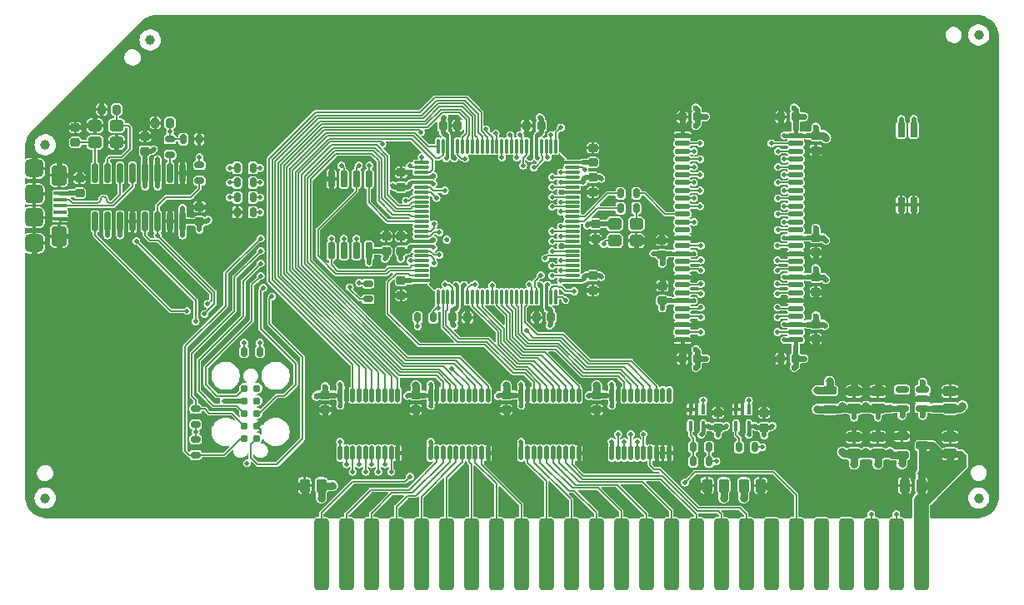
<source format=gtl>
G04 #@! TF.GenerationSoftware,KiCad,Pcbnew,7.0.10*
G04 #@! TF.CreationDate,2024-03-18T20:49:12-04:00*
G04 #@! TF.ProjectId,GR8RAM,47523852-414d-42e6-9b69-6361645f7063,1.0*
G04 #@! TF.SameCoordinates,Original*
G04 #@! TF.FileFunction,Copper,L1,Top*
G04 #@! TF.FilePolarity,Positive*
%FSLAX46Y46*%
G04 Gerber Fmt 4.6, Leading zero omitted, Abs format (unit mm)*
G04 Created by KiCad (PCBNEW 7.0.10) date 2024-03-18 20:49:12*
%MOMM*%
%LPD*%
G01*
G04 APERTURE LIST*
G04 Aperture macros list*
%AMRoundRect*
0 Rectangle with rounded corners*
0 $1 Rounding radius*
0 $2 $3 $4 $5 $6 $7 $8 $9 X,Y pos of 4 corners*
0 Add a 4 corners polygon primitive as box body*
4,1,4,$2,$3,$4,$5,$6,$7,$8,$9,$2,$3,0*
0 Add four circle primitives for the rounded corners*
1,1,$1+$1,$2,$3*
1,1,$1+$1,$4,$5*
1,1,$1+$1,$6,$7*
1,1,$1+$1,$8,$9*
0 Add four rect primitives between the rounded corners*
20,1,$1+$1,$2,$3,$4,$5,0*
20,1,$1+$1,$4,$5,$6,$7,0*
20,1,$1+$1,$6,$7,$8,$9,0*
20,1,$1+$1,$8,$9,$2,$3,0*%
G04 Aperture macros list end*
G04 #@! TA.AperFunction,SMDPad,CuDef*
%ADD10RoundRect,0.100000X-0.575000X0.100000X-0.575000X-0.100000X0.575000X-0.100000X0.575000X0.100000X0*%
G04 #@! TD*
G04 #@! TA.AperFunction,SMDPad,CuDef*
%ADD11RoundRect,0.450000X-0.500000X0.450000X-0.500000X-0.450000X0.500000X-0.450000X0.500000X0.450000X0*%
G04 #@! TD*
G04 #@! TA.AperFunction,SMDPad,CuDef*
%ADD12RoundRect,0.400000X-0.400000X0.650000X-0.400000X-0.650000X0.400000X-0.650000X0.400000X0.650000X0*%
G04 #@! TD*
G04 #@! TA.AperFunction,SMDPad,CuDef*
%ADD13RoundRect,0.475000X-0.475000X0.475000X-0.475000X-0.475000X0.475000X-0.475000X0.475000X0.475000X0*%
G04 #@! TD*
G04 #@! TA.AperFunction,SMDPad,CuDef*
%ADD14RoundRect,0.212500X-0.262500X0.212500X-0.262500X-0.212500X0.262500X-0.212500X0.262500X0.212500X0*%
G04 #@! TD*
G04 #@! TA.AperFunction,SMDPad,CuDef*
%ADD15RoundRect,0.190000X0.190000X-0.572000X0.190000X0.572000X-0.190000X0.572000X-0.190000X-0.572000X0*%
G04 #@! TD*
G04 #@! TA.AperFunction,SMDPad,CuDef*
%ADD16RoundRect,0.175000X-0.175000X-0.300000X0.175000X-0.300000X0.175000X0.300000X-0.175000X0.300000X0*%
G04 #@! TD*
G04 #@! TA.AperFunction,SMDPad,CuDef*
%ADD17RoundRect,0.262500X0.262500X0.437500X-0.262500X0.437500X-0.262500X-0.437500X0.262500X-0.437500X0*%
G04 #@! TD*
G04 #@! TA.AperFunction,SMDPad,CuDef*
%ADD18C,1.000000*%
G04 #@! TD*
G04 #@! TA.AperFunction,SMDPad,CuDef*
%ADD19RoundRect,0.212500X-0.487500X0.212500X-0.487500X-0.212500X0.487500X-0.212500X0.487500X0.212500X0*%
G04 #@! TD*
G04 #@! TA.AperFunction,SMDPad,CuDef*
%ADD20RoundRect,0.212500X0.262500X-0.212500X0.262500X0.212500X-0.262500X0.212500X-0.262500X-0.212500X0*%
G04 #@! TD*
G04 #@! TA.AperFunction,SMDPad,CuDef*
%ADD21RoundRect,0.112500X0.112500X-0.612500X0.112500X0.612500X-0.112500X0.612500X-0.112500X-0.612500X0*%
G04 #@! TD*
G04 #@! TA.AperFunction,SMDPad,CuDef*
%ADD22RoundRect,0.175000X0.175000X0.300000X-0.175000X0.300000X-0.175000X-0.300000X0.175000X-0.300000X0*%
G04 #@! TD*
G04 #@! TA.AperFunction,SMDPad,CuDef*
%ADD23RoundRect,0.100000X-0.100000X0.400000X-0.100000X-0.400000X0.100000X-0.400000X0.100000X0.400000X0*%
G04 #@! TD*
G04 #@! TA.AperFunction,SMDPad,CuDef*
%ADD24RoundRect,0.262500X0.437500X-0.262500X0.437500X0.262500X-0.437500X0.262500X-0.437500X-0.262500X0*%
G04 #@! TD*
G04 #@! TA.AperFunction,SMDPad,CuDef*
%ADD25RoundRect,0.175000X0.300000X-0.175000X0.300000X0.175000X-0.300000X0.175000X-0.300000X-0.175000X0*%
G04 #@! TD*
G04 #@! TA.AperFunction,SMDPad,CuDef*
%ADD26RoundRect,0.162500X0.512500X0.162500X-0.512500X0.162500X-0.512500X-0.162500X0.512500X-0.162500X0*%
G04 #@! TD*
G04 #@! TA.AperFunction,SMDPad,CuDef*
%ADD27RoundRect,0.075000X0.075000X-0.662500X0.075000X0.662500X-0.075000X0.662500X-0.075000X-0.662500X0*%
G04 #@! TD*
G04 #@! TA.AperFunction,SMDPad,CuDef*
%ADD28RoundRect,0.075000X0.662500X-0.075000X0.662500X0.075000X-0.662500X0.075000X-0.662500X-0.075000X0*%
G04 #@! TD*
G04 #@! TA.AperFunction,SMDPad,CuDef*
%ADD29RoundRect,0.212500X0.212500X0.262500X-0.212500X0.262500X-0.212500X-0.262500X0.212500X-0.262500X0*%
G04 #@! TD*
G04 #@! TA.AperFunction,SMDPad,CuDef*
%ADD30RoundRect,0.381000X0.381000X3.289000X-0.381000X3.289000X-0.381000X-3.289000X0.381000X-3.289000X0*%
G04 #@! TD*
G04 #@! TA.AperFunction,ComponentPad*
%ADD31C,2.000000*%
G04 #@! TD*
G04 #@! TA.AperFunction,SMDPad,CuDef*
%ADD32RoundRect,0.175000X-0.300000X0.175000X-0.300000X-0.175000X0.300000X-0.175000X0.300000X0.175000X0*%
G04 #@! TD*
G04 #@! TA.AperFunction,SMDPad,CuDef*
%ADD33RoundRect,0.200000X-0.475000X-0.200000X0.475000X-0.200000X0.475000X0.200000X-0.475000X0.200000X0*%
G04 #@! TD*
G04 #@! TA.AperFunction,SMDPad,CuDef*
%ADD34RoundRect,0.300000X0.400000X0.300000X-0.400000X0.300000X-0.400000X-0.300000X0.400000X-0.300000X0*%
G04 #@! TD*
G04 #@! TA.AperFunction,SMDPad,CuDef*
%ADD35RoundRect,0.150000X-0.150000X0.825000X-0.150000X-0.825000X0.150000X-0.825000X0.150000X0.825000X0*%
G04 #@! TD*
G04 #@! TA.AperFunction,SMDPad,CuDef*
%ADD36RoundRect,0.212500X-0.212500X-0.262500X0.212500X-0.262500X0.212500X0.262500X-0.212500X0.262500X0*%
G04 #@! TD*
G04 #@! TA.AperFunction,SMDPad,CuDef*
%ADD37RoundRect,0.114500X0.640500X0.114500X-0.640500X0.114500X-0.640500X-0.114500X0.640500X-0.114500X0*%
G04 #@! TD*
G04 #@! TA.AperFunction,SMDPad,CuDef*
%ADD38RoundRect,0.300000X-0.400000X-0.300000X0.400000X-0.300000X0.400000X0.300000X-0.400000X0.300000X0*%
G04 #@! TD*
G04 #@! TA.AperFunction,SMDPad,CuDef*
%ADD39RoundRect,0.175000X-0.175000X0.675000X-0.175000X-0.675000X0.175000X-0.675000X0.175000X0.675000X0*%
G04 #@! TD*
G04 #@! TA.AperFunction,ConnectorPad*
%ADD40C,0.787400*%
G04 #@! TD*
G04 #@! TA.AperFunction,SMDPad,CuDef*
%ADD41RoundRect,0.262500X-0.262500X-0.437500X0.262500X-0.437500X0.262500X0.437500X-0.262500X0.437500X0*%
G04 #@! TD*
G04 #@! TA.AperFunction,ViaPad*
%ADD42C,1.524000*%
G04 #@! TD*
G04 #@! TA.AperFunction,ViaPad*
%ADD43C,0.800000*%
G04 #@! TD*
G04 #@! TA.AperFunction,ViaPad*
%ADD44C,0.500000*%
G04 #@! TD*
G04 #@! TA.AperFunction,ViaPad*
%ADD45C,0.600000*%
G04 #@! TD*
G04 #@! TA.AperFunction,Conductor*
%ADD46C,0.800000*%
G04 #@! TD*
G04 #@! TA.AperFunction,Conductor*
%ADD47C,1.524000*%
G04 #@! TD*
G04 #@! TA.AperFunction,Conductor*
%ADD48C,0.762000*%
G04 #@! TD*
G04 #@! TA.AperFunction,Conductor*
%ADD49C,0.600000*%
G04 #@! TD*
G04 #@! TA.AperFunction,Conductor*
%ADD50C,0.450000*%
G04 #@! TD*
G04 #@! TA.AperFunction,Conductor*
%ADD51C,0.300000*%
G04 #@! TD*
G04 #@! TA.AperFunction,Conductor*
%ADD52C,0.400000*%
G04 #@! TD*
G04 #@! TA.AperFunction,Conductor*
%ADD53C,0.500000*%
G04 #@! TD*
G04 #@! TA.AperFunction,Conductor*
%ADD54C,0.150000*%
G04 #@! TD*
G04 #@! TA.AperFunction,Conductor*
%ADD55C,0.508000*%
G04 #@! TD*
G04 #@! TA.AperFunction,Conductor*
%ADD56C,0.350000*%
G04 #@! TD*
G04 APERTURE END LIST*
D10*
X49675000Y-98500000D03*
X49675000Y-99150000D03*
X49675000Y-99800000D03*
X49675000Y-100450000D03*
X49675000Y-101100000D03*
D11*
X47000000Y-96000000D03*
D12*
X49550000Y-96700000D03*
D13*
X47000000Y-98600000D03*
X47000000Y-101000000D03*
D12*
X49550000Y-102900000D03*
D11*
X47000000Y-103600000D03*
D14*
X104200000Y-119050000D03*
X104200000Y-120550000D03*
D15*
X135128000Y-99695000D03*
X136398000Y-99695000D03*
X136398000Y-92075000D03*
X135128000Y-92075000D03*
D16*
X67650000Y-95950000D03*
X69250000Y-95950000D03*
D17*
X76200000Y-128270000D03*
X74500000Y-128270000D03*
D18*
X143002000Y-82423000D03*
D16*
X67650000Y-97450000D03*
X69250000Y-97450000D03*
D19*
X127850000Y-118600000D03*
X127850000Y-120500000D03*
D14*
X126450000Y-107050000D03*
X126450000Y-108550000D03*
X103800000Y-106900000D03*
X103800000Y-108400000D03*
D20*
X110800000Y-104800000D03*
X110800000Y-103300000D03*
X84300000Y-97900000D03*
X84300000Y-96400000D03*
D18*
X143002000Y-129540000D03*
D21*
X96500000Y-124950000D03*
X97150000Y-124950000D03*
X97800000Y-124950000D03*
X98450000Y-124950000D03*
X99100000Y-124950000D03*
X99750000Y-124950000D03*
X100400000Y-124950000D03*
X101050000Y-124950000D03*
X101700000Y-124950000D03*
X102350000Y-124950000D03*
X102350000Y-119050000D03*
X101700000Y-119050000D03*
X101050000Y-119050000D03*
X100400000Y-119050000D03*
X99750000Y-119050000D03*
X99100000Y-119050000D03*
X98450000Y-119050000D03*
X97800000Y-119050000D03*
X97150000Y-119050000D03*
X96500000Y-119050000D03*
D17*
X120826000Y-128270000D03*
X119126000Y-128270000D03*
D22*
X108200000Y-98550000D03*
X106600000Y-98550000D03*
D20*
X121200000Y-122350000D03*
X121200000Y-120850000D03*
D23*
X119650000Y-120500000D03*
X119000000Y-120500000D03*
X118350000Y-120500000D03*
X118350000Y-122200000D03*
X119650000Y-122200000D03*
D18*
X48133000Y-93599000D03*
D24*
X132750000Y-125050000D03*
X132750000Y-123350000D03*
D25*
X63436500Y-125158500D03*
X63436500Y-123558500D03*
D21*
X87300000Y-124950000D03*
X87950000Y-124950000D03*
X88600000Y-124950000D03*
X89250000Y-124950000D03*
X89900000Y-124950000D03*
X90550000Y-124950000D03*
X91200000Y-124950000D03*
X91850000Y-124950000D03*
X92500000Y-124950000D03*
X93150000Y-124950000D03*
X93150000Y-119050000D03*
X92500000Y-119050000D03*
X91850000Y-119050000D03*
X91200000Y-119050000D03*
X90550000Y-119050000D03*
X89900000Y-119050000D03*
X89250000Y-119050000D03*
X88600000Y-119050000D03*
X87950000Y-119050000D03*
X87300000Y-119050000D03*
D26*
X137300000Y-120400000D03*
X137300000Y-119450000D03*
X137300000Y-118500000D03*
X135200000Y-118500000D03*
X135200000Y-120400000D03*
D27*
X88050000Y-109062500D03*
X88550000Y-109062500D03*
X89050000Y-109062500D03*
X89550000Y-109062500D03*
X90050000Y-109062500D03*
X90550000Y-109062500D03*
X91050000Y-109062500D03*
X91550000Y-109062500D03*
X92050000Y-109062500D03*
X92550000Y-109062500D03*
X93050000Y-109062500D03*
X93550000Y-109062500D03*
X94050000Y-109062500D03*
X94550000Y-109062500D03*
X95050000Y-109062500D03*
X95550000Y-109062500D03*
X96050000Y-109062500D03*
X96550000Y-109062500D03*
X97050000Y-109062500D03*
X97550000Y-109062500D03*
X98050000Y-109062500D03*
X98550000Y-109062500D03*
X99050000Y-109062500D03*
X99550000Y-109062500D03*
X100050000Y-109062500D03*
D28*
X101712500Y-107400000D03*
X101712500Y-106900000D03*
X101712500Y-106400000D03*
X101712500Y-105900000D03*
X101712500Y-105400000D03*
X101712500Y-104900000D03*
X101712500Y-104400000D03*
X101712500Y-103900000D03*
X101712500Y-103400000D03*
X101712500Y-102900000D03*
X101712500Y-102400000D03*
X101712500Y-101900000D03*
X101712500Y-101400000D03*
X101712500Y-100900000D03*
X101712500Y-100400000D03*
X101712500Y-99900000D03*
X101712500Y-99400000D03*
X101712500Y-98900000D03*
X101712500Y-98400000D03*
X101712500Y-97900000D03*
X101712500Y-97400000D03*
X101712500Y-96900000D03*
X101712500Y-96400000D03*
X101712500Y-95900000D03*
X101712500Y-95400000D03*
D27*
X100050000Y-93737500D03*
X99550000Y-93737500D03*
X99050000Y-93737500D03*
X98550000Y-93737500D03*
X98050000Y-93737500D03*
X97550000Y-93737500D03*
X97050000Y-93737500D03*
X96550000Y-93737500D03*
X96050000Y-93737500D03*
X95550000Y-93737500D03*
X95050000Y-93737500D03*
X94550000Y-93737500D03*
X94050000Y-93737500D03*
X93550000Y-93737500D03*
X93050000Y-93737500D03*
X92550000Y-93737500D03*
X92050000Y-93737500D03*
X91550000Y-93737500D03*
X91050000Y-93737500D03*
X90550000Y-93737500D03*
X90050000Y-93737500D03*
X89550000Y-93737500D03*
X89050000Y-93737500D03*
X88550000Y-93737500D03*
X88050000Y-93737500D03*
D28*
X86387500Y-95400000D03*
X86387500Y-95900000D03*
X86387500Y-96400000D03*
X86387500Y-96900000D03*
X86387500Y-97400000D03*
X86387500Y-97900000D03*
X86387500Y-98400000D03*
X86387500Y-98900000D03*
X86387500Y-99400000D03*
X86387500Y-99900000D03*
X86387500Y-100400000D03*
X86387500Y-100900000D03*
X86387500Y-101400000D03*
X86387500Y-101900000D03*
X86387500Y-102400000D03*
X86387500Y-102900000D03*
X86387500Y-103400000D03*
X86387500Y-103900000D03*
X86387500Y-104400000D03*
X86387500Y-104900000D03*
X86387500Y-105400000D03*
X86387500Y-105900000D03*
X86387500Y-106400000D03*
X86387500Y-106900000D03*
X86387500Y-107400000D03*
D22*
X115600000Y-125800000D03*
X114000000Y-125800000D03*
D20*
X110850000Y-109450000D03*
X110850000Y-107950000D03*
D24*
X140100000Y-120400000D03*
X140100000Y-118700000D03*
D14*
X126450000Y-103050000D03*
X126450000Y-104550000D03*
D24*
X130350000Y-120400000D03*
X130350000Y-118700000D03*
D29*
X124400000Y-115350000D03*
X122900000Y-115350000D03*
D30*
X76200000Y-135282000D03*
X78740000Y-135282000D03*
X81280000Y-135282000D03*
X83820000Y-135282000D03*
X86360000Y-135282000D03*
X88900000Y-135282000D03*
X91440000Y-135282000D03*
X93980000Y-135282000D03*
X96520000Y-135282000D03*
X99060000Y-135282000D03*
X101600000Y-135282000D03*
X104140000Y-135282000D03*
X106680000Y-135282000D03*
X109220000Y-135282000D03*
X111760000Y-135282000D03*
X114300000Y-135282000D03*
X116840000Y-135282000D03*
X119380000Y-135282000D03*
X121920000Y-135282000D03*
X124460000Y-135282000D03*
X127000000Y-135282000D03*
X129540000Y-135282000D03*
X132080000Y-135282000D03*
X134620000Y-135282000D03*
X137160000Y-135282000D03*
D29*
X114400000Y-115350000D03*
X112900000Y-115350000D03*
D31*
X140462000Y-129540000D03*
D32*
X63436500Y-120459500D03*
X63436500Y-122059500D03*
D20*
X58293000Y-94234000D03*
X58293000Y-92734000D03*
D16*
X86000000Y-111150000D03*
X87600000Y-111150000D03*
D21*
X78100000Y-124950000D03*
X78750000Y-124950000D03*
X79400000Y-124950000D03*
X80050000Y-124950000D03*
X80700000Y-124950000D03*
X81350000Y-124950000D03*
X82000000Y-124950000D03*
X82650000Y-124950000D03*
X83300000Y-124950000D03*
X83950000Y-124950000D03*
X83950000Y-119050000D03*
X83300000Y-119050000D03*
X82650000Y-119050000D03*
X82000000Y-119050000D03*
X81350000Y-119050000D03*
X80700000Y-119050000D03*
X80050000Y-119050000D03*
X79400000Y-119050000D03*
X78750000Y-119050000D03*
X78100000Y-119050000D03*
D20*
X116500000Y-122350000D03*
X116500000Y-120850000D03*
D14*
X95000000Y-119050000D03*
X95000000Y-120550000D03*
D25*
X80950000Y-109300000D03*
X80950000Y-107700000D03*
D20*
X51650000Y-98500000D03*
X51650000Y-97000000D03*
D29*
X60833000Y-91376500D03*
X59333000Y-91376500D03*
D33*
X135200000Y-123250000D03*
X135200000Y-125150000D03*
X137300000Y-124200000D03*
D34*
X55399400Y-91650600D03*
X53199400Y-91650600D03*
X53199400Y-93350600D03*
X55399400Y-93350600D03*
D29*
X124400000Y-90750000D03*
X122900000Y-90750000D03*
D35*
X62103000Y-96458000D03*
X60833000Y-96458000D03*
X59563000Y-96458000D03*
X58293000Y-96458000D03*
X57023000Y-96458000D03*
X55753000Y-96458000D03*
X54483000Y-96458000D03*
X53213000Y-96458000D03*
X53213000Y-101408000D03*
X54483000Y-101408000D03*
X55753000Y-101408000D03*
X57023000Y-101408000D03*
X58293000Y-101408000D03*
X59563000Y-101408000D03*
X60833000Y-101408000D03*
X62103000Y-101408000D03*
D25*
X60833000Y-94627500D03*
X60833000Y-93027500D03*
D20*
X63817500Y-101409500D03*
X63817500Y-99909500D03*
D16*
X62166500Y-93027500D03*
X63766500Y-93027500D03*
D20*
X51199400Y-93350600D03*
X51199400Y-91850600D03*
D36*
X88550000Y-91650000D03*
X90050000Y-91650000D03*
D14*
X85800000Y-119050000D03*
X85800000Y-120550000D03*
D20*
X82800000Y-104400000D03*
X82800000Y-102900000D03*
D37*
X124400000Y-113450000D03*
X124400000Y-112650000D03*
X124400000Y-111850000D03*
X124400000Y-111050000D03*
X124400000Y-110250000D03*
X124400000Y-109450000D03*
X124400000Y-108650000D03*
X124400000Y-107850000D03*
X124400000Y-107050000D03*
X124400000Y-106250000D03*
X124400000Y-105450000D03*
X124400000Y-104650000D03*
X124400000Y-103850000D03*
X124400000Y-103050000D03*
X124400000Y-102250000D03*
X124400000Y-101450000D03*
X124400000Y-100650000D03*
X124400000Y-99850000D03*
X124400000Y-99050000D03*
X124400000Y-98250000D03*
X124400000Y-97450000D03*
X124400000Y-96650000D03*
X124400000Y-95850000D03*
X124400000Y-95050000D03*
X124400000Y-94250000D03*
X124400000Y-93450000D03*
X124400000Y-92650000D03*
X112900000Y-92650000D03*
X112900000Y-93450000D03*
X112900000Y-94250000D03*
X112900000Y-95050000D03*
X112900000Y-95850000D03*
X112900000Y-96650000D03*
X112900000Y-97450000D03*
X112900000Y-98250000D03*
X112900000Y-99050000D03*
X112900000Y-99850000D03*
X112900000Y-100650000D03*
X112900000Y-101450000D03*
X112900000Y-102250000D03*
X112900000Y-103050000D03*
X112900000Y-103850000D03*
X112900000Y-104650000D03*
X112900000Y-105450000D03*
X112900000Y-106250000D03*
X112900000Y-107050000D03*
X112900000Y-107850000D03*
X112900000Y-108650000D03*
X112900000Y-109450000D03*
X112900000Y-110250000D03*
X112900000Y-111050000D03*
X112900000Y-111850000D03*
X112900000Y-112650000D03*
X112900000Y-113450000D03*
D16*
X67650000Y-98950000D03*
X69250000Y-98950000D03*
D23*
X115000000Y-120500000D03*
X114350000Y-120500000D03*
X113700000Y-120500000D03*
X113700000Y-122200000D03*
X115000000Y-122200000D03*
D14*
X103800000Y-96900000D03*
X103800000Y-98400000D03*
D38*
X106000000Y-103350000D03*
X108200000Y-103350000D03*
X108200000Y-101650000D03*
X106000000Y-101650000D03*
D20*
X84300000Y-104400000D03*
X84300000Y-102900000D03*
D14*
X104050000Y-101650000D03*
X104050000Y-103150000D03*
D29*
X114400000Y-90750000D03*
X112900000Y-90750000D03*
D17*
X137160000Y-128270000D03*
X135460000Y-128270000D03*
D39*
X81026000Y-97061000D03*
X79756000Y-97061000D03*
X78486000Y-97061000D03*
X77216000Y-97061000D03*
X77216000Y-104361000D03*
X78486000Y-104361000D03*
X79756000Y-104361000D03*
X81026000Y-104361000D03*
D16*
X106600000Y-100050000D03*
X108200000Y-100050000D03*
D40*
X68389500Y-118364000D03*
X68389500Y-119634000D03*
X68389500Y-120904000D03*
X68389500Y-122174000D03*
X68389500Y-123444000D03*
X69659500Y-123444000D03*
X69659500Y-122174000D03*
X69659500Y-120904000D03*
X69659500Y-119634000D03*
X69659500Y-118364000D03*
D29*
X55400000Y-90000600D03*
X53900000Y-90000600D03*
X99550000Y-111150000D03*
X98050000Y-111150000D03*
D14*
X126450000Y-92650000D03*
X126450000Y-94150000D03*
D24*
X130350000Y-125050000D03*
X130350000Y-123350000D03*
D18*
X48133000Y-129540000D03*
X58801000Y-82931000D03*
D20*
X103800000Y-95400000D03*
X103800000Y-93900000D03*
D32*
X63817500Y-95656500D03*
X63817500Y-97256500D03*
D22*
X120250000Y-124350000D03*
X118650000Y-124350000D03*
D29*
X98550000Y-91650000D03*
X97050000Y-91650000D03*
D22*
X115600000Y-124350000D03*
X114000000Y-124350000D03*
D41*
X115394000Y-128270000D03*
X117094000Y-128270000D03*
D21*
X105700000Y-124950000D03*
X106350000Y-124950000D03*
X107000000Y-124950000D03*
X107650000Y-124950000D03*
X108300000Y-124950000D03*
X108950000Y-124950000D03*
X109600000Y-124950000D03*
X110250000Y-124950000D03*
X110900000Y-124950000D03*
X111550000Y-124950000D03*
X111550000Y-119050000D03*
X110900000Y-119050000D03*
X110250000Y-119050000D03*
X109600000Y-119050000D03*
X108950000Y-119050000D03*
X108300000Y-119050000D03*
X107650000Y-119050000D03*
X107000000Y-119050000D03*
X106350000Y-119050000D03*
X105700000Y-119050000D03*
D22*
X69250000Y-100450000D03*
X67650000Y-100450000D03*
D16*
X68350000Y-114650000D03*
X69950000Y-114650000D03*
D14*
X84300000Y-107400000D03*
X84300000Y-108900000D03*
D24*
X140100000Y-125050000D03*
X140100000Y-123350000D03*
D36*
X89550000Y-111150000D03*
X91050000Y-111150000D03*
D24*
X132750000Y-120400000D03*
X132750000Y-118700000D03*
D14*
X76600000Y-119050000D03*
X76600000Y-120550000D03*
X126450000Y-111850000D03*
X126450000Y-113350000D03*
D42*
X137160000Y-129794000D03*
D43*
X138303000Y-128270000D03*
X137160000Y-127000000D03*
D44*
X94500000Y-129900000D03*
X135763000Y-93345000D03*
X107823000Y-86931500D03*
X116500000Y-120050000D03*
X65532000Y-124650500D03*
X143383000Y-100965000D03*
X117450000Y-103050000D03*
X76350000Y-104700000D03*
X118110000Y-131318000D03*
X98400000Y-110250000D03*
D45*
X127450000Y-104300000D03*
D44*
X121200000Y-120050000D03*
X123063000Y-85725000D03*
X51435000Y-109601000D03*
D43*
X120777000Y-129540000D03*
D44*
X64262000Y-115697000D03*
X82550000Y-131318000D03*
X140843000Y-93345000D03*
X78200000Y-105950000D03*
X133223000Y-90805000D03*
X92710000Y-131318000D03*
X97790000Y-131318000D03*
X138303000Y-90805000D03*
X64643000Y-93345000D03*
X93150000Y-123800000D03*
D43*
X121856500Y-128270000D03*
D44*
X64643000Y-83185000D03*
X56515000Y-89916000D03*
X97663000Y-80645000D03*
X138303000Y-116205000D03*
X104950000Y-102600000D03*
X72263000Y-80645000D03*
D45*
X136200000Y-119450000D03*
D44*
X100550000Y-103900000D03*
X51435000Y-114681000D03*
X69088000Y-128016000D03*
X87600000Y-103250000D03*
X64643000Y-88265000D03*
X138303000Y-100965000D03*
X133350000Y-131318000D03*
X107950000Y-131318000D03*
X62103000Y-97853500D03*
X87600000Y-96750000D03*
X138303000Y-80645000D03*
X77343000Y-85725000D03*
X115443000Y-88265000D03*
X102900000Y-108050000D03*
D45*
X49550000Y-104400000D03*
D44*
X52500000Y-97000000D03*
X82800000Y-102100000D03*
X48895000Y-117221000D03*
X89400000Y-129850000D03*
D43*
X129150000Y-118700000D03*
D44*
X138430000Y-131318000D03*
X90900000Y-126300000D03*
X104650000Y-108250000D03*
D45*
X113050000Y-116250000D03*
X123050000Y-114450000D03*
D44*
X56515000Y-104584500D03*
X135763000Y-88265000D03*
X56515000Y-109664500D03*
X79883000Y-83185000D03*
X83450000Y-108750000D03*
X74803000Y-88265000D03*
X91950000Y-129850000D03*
D45*
X123050000Y-89850000D03*
D44*
X117983000Y-116205000D03*
X53900000Y-89100600D03*
X87503000Y-86931500D03*
X59055000Y-112204500D03*
X90700000Y-110250000D03*
X67183000Y-80645000D03*
X52100000Y-91650600D03*
X103150000Y-129100000D03*
X128143000Y-95885000D03*
X125603000Y-88265000D03*
X69723000Y-88265000D03*
X66675000Y-131318000D03*
X84300000Y-102100000D03*
X62928500Y-100076000D03*
X108050000Y-104350000D03*
X46355000Y-129540000D03*
X136398000Y-100838000D03*
D43*
X134000000Y-123500000D03*
D44*
X100650000Y-115750000D03*
X53975000Y-85725000D03*
X62103000Y-80645000D03*
X51650000Y-96200000D03*
X63754000Y-92138500D03*
X88050000Y-129650000D03*
D45*
X84900000Y-120400000D03*
D44*
X67183000Y-111379000D03*
X113700000Y-119600000D03*
X48133000Y-131318000D03*
X100330000Y-131318000D03*
D43*
X114300000Y-128270000D03*
D44*
X102870000Y-131318000D03*
X143383000Y-116205000D03*
D43*
X140100000Y-122300000D03*
D44*
X103000000Y-124950000D03*
X70485000Y-119380000D03*
X118650000Y-110650000D03*
X130683000Y-93345000D03*
X98200000Y-112000000D03*
X85200000Y-103250000D03*
X64262000Y-118491000D03*
D43*
X126450000Y-95100000D03*
D44*
X51435000Y-104584500D03*
X144780000Y-123825000D03*
X59055000Y-117284500D03*
X85200000Y-96750000D03*
X77850000Y-127200000D03*
X92583000Y-86931500D03*
X60833000Y-102806500D03*
X118650000Y-109450000D03*
X93450000Y-110300000D03*
D45*
X103300000Y-120400000D03*
D44*
X85150000Y-108750000D03*
X106500000Y-117950000D03*
X98400000Y-107850000D03*
X115650000Y-121000000D03*
X53975000Y-117284500D03*
X140843000Y-98425000D03*
X59182000Y-92900500D03*
X82423000Y-85725000D03*
X57150000Y-91186000D03*
X133223000Y-116205000D03*
X81788000Y-129349500D03*
X100203000Y-88265000D03*
X89700000Y-92550000D03*
X125550000Y-113050000D03*
X143383000Y-85725000D03*
X144780000Y-103505000D03*
X97400000Y-94950000D03*
D45*
X85800000Y-121400000D03*
D44*
X105410000Y-131318000D03*
X83950000Y-126100000D03*
D43*
X115443000Y-129540000D03*
D44*
X135763000Y-83185000D03*
X102500000Y-117600000D03*
X83950000Y-123800000D03*
X56515000Y-131318000D03*
X133223000Y-95885000D03*
D45*
X122050000Y-90750000D03*
D44*
X91950000Y-126750000D03*
X128143000Y-111125000D03*
X111550000Y-123800000D03*
X128143000Y-80645000D03*
X143383000Y-90805000D03*
X130350000Y-122400000D03*
X102850000Y-98400000D03*
X64706500Y-100076000D03*
X143383000Y-121285000D03*
X114050000Y-111850000D03*
X90900000Y-112000000D03*
X97450000Y-126900000D03*
X95000000Y-127900000D03*
X58293000Y-91884500D03*
X123250000Y-109450000D03*
X71247000Y-112839500D03*
X48895000Y-90805000D03*
X130683000Y-88265000D03*
X122050000Y-121000000D03*
X51435000Y-124841000D03*
X110363000Y-88265000D03*
X50673000Y-94615000D03*
D45*
X110800000Y-102450000D03*
D44*
X128270000Y-131318000D03*
X66900000Y-100450000D03*
X102743000Y-85725000D03*
X57023000Y-100012500D03*
X135763000Y-98425000D03*
X69723000Y-83185000D03*
D45*
X112050000Y-115350000D03*
D44*
X77343000Y-80645000D03*
X93150000Y-126100000D03*
X105283000Y-88265000D03*
X123063000Y-80645000D03*
X74803000Y-83185000D03*
X70802500Y-120713500D03*
X59944000Y-84328000D03*
X144780000Y-82423000D03*
X133223000Y-85725000D03*
X71755000Y-131318000D03*
X140843000Y-113665000D03*
X135763000Y-113665000D03*
X106900000Y-126800000D03*
X118650000Y-105850000D03*
X51435000Y-131318000D03*
X120350000Y-121000000D03*
X82423000Y-80645000D03*
X125603000Y-118745000D03*
X61531500Y-114744500D03*
X97300000Y-117950000D03*
X50750000Y-96700000D03*
X111550000Y-126100000D03*
X59055000Y-107124500D03*
X117983000Y-86931500D03*
X59055000Y-122364500D03*
X130683000Y-128905000D03*
X84600000Y-124950000D03*
X56515000Y-83185000D03*
X125603000Y-123825000D03*
X84963000Y-88392000D03*
X112903000Y-80645000D03*
X111750000Y-113450000D03*
X128143000Y-100965000D03*
X95850000Y-120650000D03*
X118650000Y-111850000D03*
D45*
X47000000Y-104950000D03*
D44*
X63563500Y-114998500D03*
D45*
X123050000Y-116250000D03*
D44*
X80750000Y-129900000D03*
X86900000Y-126200000D03*
X53975000Y-122364500D03*
X119850000Y-103050000D03*
D43*
X127450000Y-93900000D03*
D45*
X76600000Y-121400000D03*
X104200000Y-121400000D03*
D44*
X110100000Y-128450000D03*
X120523000Y-83185000D03*
X65786000Y-111379000D03*
X130683000Y-98425000D03*
X62103000Y-95059500D03*
X57912000Y-86360000D03*
X86850000Y-129950000D03*
X56388000Y-95059500D03*
X64643000Y-98425000D03*
X118350000Y-119600000D03*
X90170000Y-131318000D03*
X99550000Y-128550000D03*
D43*
X74549000Y-129540000D03*
D44*
X108900000Y-113400000D03*
X102350000Y-123800000D03*
X143383000Y-111125000D03*
X77470000Y-131318000D03*
D43*
X135509000Y-127000000D03*
D44*
X128143000Y-90805000D03*
X46355000Y-119761000D03*
X69532500Y-111823500D03*
X144780000Y-118745000D03*
X53975000Y-112204500D03*
X118650000Y-113450000D03*
D43*
X138900000Y-123450000D03*
D44*
X53848000Y-128016000D03*
X78000000Y-107600000D03*
X88100000Y-117950000D03*
X52006500Y-90297000D03*
D45*
X138400000Y-119450000D03*
D44*
X55435500Y-88773000D03*
X113030000Y-131318000D03*
X109950000Y-107850000D03*
X83750000Y-98800000D03*
X59182000Y-80645000D03*
X51435000Y-119761000D03*
X132750000Y-122400000D03*
X112903000Y-86931500D03*
X59563000Y-88265000D03*
X139000000Y-118550000D03*
X48895000Y-107061000D03*
X106500000Y-120150000D03*
X114050000Y-107050000D03*
D43*
X132750000Y-117650000D03*
D45*
X112050000Y-90750000D03*
X75700000Y-120400000D03*
D44*
X90300000Y-129350000D03*
X51435000Y-88265000D03*
X88950000Y-103250000D03*
X144780000Y-98425000D03*
X61595000Y-131318000D03*
X61531500Y-119824500D03*
X81950000Y-103050000D03*
X50750000Y-101100000D03*
X143383000Y-95885000D03*
X125550000Y-104650000D03*
X109537500Y-126809500D03*
X63944500Y-119570500D03*
X144780000Y-88265000D03*
X118650000Y-108250000D03*
D43*
X135509000Y-129540000D03*
D44*
X118650000Y-107050000D03*
X102100000Y-129700000D03*
D43*
X131550000Y-118900000D03*
D44*
X79883000Y-88265000D03*
X112200000Y-124950000D03*
D43*
X135200000Y-122300000D03*
X141300000Y-123550000D03*
D45*
X126450000Y-109500000D03*
D43*
X134000000Y-118950000D03*
D44*
X133223000Y-111125000D03*
X61531500Y-109664500D03*
X111750000Y-103050000D03*
X117983000Y-80645000D03*
X60071000Y-104457500D03*
X64643000Y-103505000D03*
X112900000Y-114050000D03*
X144780000Y-113665000D03*
X46355000Y-109601000D03*
X53848000Y-95123000D03*
X58928000Y-128016000D03*
D43*
X131550000Y-123550000D03*
D44*
X46355000Y-124841000D03*
X57404000Y-92900500D03*
X53200000Y-90650600D03*
X73787000Y-115379500D03*
D43*
X129150000Y-123350000D03*
D44*
X138303000Y-85725000D03*
X79950000Y-128350000D03*
X143002000Y-131318000D03*
X87250000Y-93250000D03*
X133223000Y-80645000D03*
X105050000Y-120650000D03*
X62103000Y-85725000D03*
X77216000Y-98298000D03*
X110750000Y-96450000D03*
X114050000Y-92650000D03*
X76454000Y-97091500D03*
X104700000Y-98150000D03*
X56515000Y-124904500D03*
X98550000Y-128050000D03*
X97400000Y-92550000D03*
X62801500Y-96456500D03*
X50350000Y-91850000D03*
X138303000Y-111125000D03*
X103200000Y-102950000D03*
X104050000Y-103950000D03*
X117350000Y-121000000D03*
X80010000Y-131318000D03*
X89900000Y-90800000D03*
X144780000Y-129540000D03*
X102850000Y-103950000D03*
X118650000Y-104650000D03*
X130683000Y-113665000D03*
D45*
X112900000Y-91950000D03*
D44*
X143002000Y-80645000D03*
X135128000Y-100838000D03*
D45*
X94100000Y-120400000D03*
D44*
X95123000Y-88265000D03*
X52324000Y-94551500D03*
X62103000Y-90805000D03*
X59055000Y-103822500D03*
X100203000Y-83185000D03*
X83450000Y-96550000D03*
X114050000Y-103050000D03*
X102350000Y-126100000D03*
X46355000Y-114681000D03*
X125600000Y-94150000D03*
X60833000Y-100012500D03*
X138303000Y-95885000D03*
D45*
X110850000Y-107000000D03*
D44*
X56515000Y-119824500D03*
X117983000Y-90805000D03*
X55400000Y-94350600D03*
X144780000Y-93345000D03*
X128143000Y-126365000D03*
D45*
X127350000Y-113200000D03*
D44*
X143383000Y-106045000D03*
X97663000Y-86931500D03*
X105283000Y-83185000D03*
D45*
X47000000Y-94650000D03*
D44*
X49974500Y-93345000D03*
X135890000Y-131318000D03*
X87800000Y-114450000D03*
D45*
X109450000Y-103350000D03*
D44*
X95250000Y-131318000D03*
X72263000Y-90805000D03*
X77450000Y-120650000D03*
D45*
X49550000Y-95200000D03*
D44*
X123190000Y-131318000D03*
X87630000Y-131318000D03*
X59309000Y-90487500D03*
X111750000Y-92500000D03*
X130810000Y-131318000D03*
X72263000Y-85725000D03*
X94450000Y-111300000D03*
X50750000Y-102900000D03*
X67183000Y-85725000D03*
D43*
X126450000Y-114300000D03*
D44*
X101000000Y-111550000D03*
X120523000Y-88265000D03*
X123063000Y-126365000D03*
X89700000Y-94950000D03*
X85090000Y-131318000D03*
D45*
X127450000Y-108300000D03*
D44*
X53975000Y-107124500D03*
X92550000Y-127950000D03*
X125603000Y-83185000D03*
X113100000Y-120500000D03*
X114050000Y-113450000D03*
X63817500Y-99060000D03*
X107200000Y-128400000D03*
X97200000Y-90800000D03*
X65278000Y-119507000D03*
X120650000Y-131318000D03*
X115570000Y-131318000D03*
D45*
X123050000Y-91650000D03*
D44*
X133223000Y-100965000D03*
X87503000Y-80645000D03*
X128143000Y-116205000D03*
X105200000Y-128700000D03*
X62547500Y-113220500D03*
X67183000Y-90805000D03*
X92583000Y-80645000D03*
D45*
X122050000Y-115350000D03*
D43*
X73406000Y-128524000D03*
D45*
X95000000Y-121400000D03*
D44*
X93800000Y-124950000D03*
X64008000Y-128016000D03*
X140843000Y-88265000D03*
X77216000Y-95821500D03*
X123250000Y-104650000D03*
X130683000Y-83185000D03*
X107823000Y-80645000D03*
X48895000Y-122301000D03*
D45*
X126450000Y-105400000D03*
D44*
X48895000Y-112141000D03*
X107823000Y-90805000D03*
X102743000Y-80645000D03*
D43*
X130350000Y-117650000D03*
D44*
X90700000Y-107850000D03*
X100550000Y-98400000D03*
D45*
X113050000Y-89850000D03*
D44*
X144780000Y-108585000D03*
X125730000Y-131318000D03*
X86650000Y-120650000D03*
X78900000Y-117950000D03*
D43*
X141350000Y-118950000D03*
D44*
X88400000Y-128050000D03*
X128143000Y-85725000D03*
X46355000Y-93472000D03*
X68580000Y-111379000D03*
X62865000Y-114300000D03*
X111750000Y-111850000D03*
X110490000Y-131318000D03*
X56515000Y-114744500D03*
X125603000Y-128905000D03*
X92550000Y-129050000D03*
X110250000Y-126100000D03*
X83300000Y-126850000D03*
X82650000Y-126100000D03*
X79400000Y-126850000D03*
X82000000Y-126850000D03*
X78750000Y-126100000D03*
X80050000Y-126100000D03*
X80700000Y-126850000D03*
X81350000Y-126100000D03*
D43*
X76200000Y-129540000D03*
X77343000Y-128270000D03*
X119126000Y-129540000D03*
X117094000Y-129540000D03*
D44*
X85200000Y-127381000D03*
X106350000Y-123050000D03*
X113150000Y-127950000D03*
X108300000Y-123800000D03*
X121000000Y-124350000D03*
X108950000Y-123050000D03*
X116350000Y-125800000D03*
X107650000Y-123050000D03*
X107000000Y-123800000D03*
X132080000Y-131191000D03*
X134620000Y-131191000D03*
X88200000Y-102500000D03*
X60833000Y-92265500D03*
X57404000Y-103378000D03*
X69950000Y-113750000D03*
X63436500Y-111569500D03*
X87650000Y-105650000D03*
X62547500Y-110490000D03*
X64325500Y-110807500D03*
X59563000Y-102806500D03*
X87650000Y-101650000D03*
X88200000Y-104800000D03*
X64643000Y-109791500D03*
X84800000Y-99300000D03*
X82400000Y-93500000D03*
X88800000Y-107800000D03*
X89450000Y-116350000D03*
X90800000Y-95000000D03*
X86300000Y-92300000D03*
X123250000Y-103050000D03*
X55753000Y-102806500D03*
X105700000Y-123800000D03*
X66900000Y-95950000D03*
X87300000Y-123800000D03*
X87600000Y-97550000D03*
X100550000Y-107400000D03*
X102850000Y-97400000D03*
D45*
X125250000Y-115350000D03*
D43*
X127850000Y-117650000D03*
D44*
X122050000Y-122200000D03*
X87600000Y-104050000D03*
X100550000Y-97400000D03*
D45*
X126450000Y-111000000D03*
D44*
X89700000Y-112000000D03*
X88900000Y-94950000D03*
D45*
X138400000Y-120400000D03*
X114250000Y-89850000D03*
D44*
X125550000Y-107050000D03*
D45*
X115250000Y-115350000D03*
D44*
X111750000Y-104650000D03*
X62103000Y-102806500D03*
X81026000Y-105600500D03*
D45*
X126450000Y-91800000D03*
D44*
X124400000Y-91950000D03*
X102900000Y-107250000D03*
X104900000Y-103700000D03*
X59563000Y-95059500D03*
D45*
X114250000Y-91650000D03*
D43*
X131550000Y-124850000D03*
D45*
X124250000Y-89850000D03*
X114250000Y-116250000D03*
D44*
X105075000Y-119050000D03*
X120250000Y-122200000D03*
X87300000Y-117950000D03*
X86675000Y-119050000D03*
X95875000Y-119050000D03*
X81950000Y-104400000D03*
D43*
X130350000Y-126100000D03*
D44*
X119650000Y-123100000D03*
D43*
X129150000Y-124850000D03*
D44*
X86000000Y-112050000D03*
D43*
X95000000Y-118100000D03*
D44*
X63436500Y-122809000D03*
X66900000Y-97450000D03*
X98400000Y-90800000D03*
X111750000Y-109450000D03*
X99200000Y-110250000D03*
X85200000Y-104050000D03*
X103350000Y-119150000D03*
X84950000Y-119150000D03*
D45*
X124250000Y-116250000D03*
X75700000Y-119200000D03*
D44*
X104900000Y-101650000D03*
X105700000Y-120150000D03*
X96500000Y-117950000D03*
D43*
X104200000Y-118100000D03*
D44*
X104650000Y-97050000D03*
X59563000Y-97853500D03*
X62103000Y-100012500D03*
X104650000Y-107050000D03*
D45*
X137300000Y-117750000D03*
D44*
X62801500Y-101409500D03*
D45*
X126450000Y-102100000D03*
D43*
X127450000Y-92900000D03*
D44*
X78100000Y-120150000D03*
X63817500Y-94869000D03*
D43*
X135200000Y-126050000D03*
D44*
X83450000Y-97750000D03*
X96500000Y-120150000D03*
D43*
X141350000Y-120150000D03*
D44*
X59182000Y-94043500D03*
X121200000Y-123150000D03*
X87300000Y-120150000D03*
X114050000Y-109450000D03*
D45*
X126450000Y-106200000D03*
D44*
X123250000Y-92650000D03*
X124400000Y-114050000D03*
D45*
X110850000Y-105650000D03*
D44*
X125550000Y-103050000D03*
X66900000Y-98950000D03*
D45*
X127450000Y-107300000D03*
D44*
X125550000Y-111850000D03*
X115550000Y-122200000D03*
X64706500Y-101219000D03*
D45*
X114250000Y-114450000D03*
D44*
X84250000Y-105200000D03*
X54483000Y-102806500D03*
X98200000Y-92550000D03*
X82650000Y-105200000D03*
X99400000Y-112000000D03*
X114800000Y-123100000D03*
D45*
X76600000Y-118200000D03*
X127450000Y-103300000D03*
D44*
X114050000Y-104650000D03*
X78100000Y-117950000D03*
D43*
X85800000Y-118100000D03*
D45*
X115250000Y-90750000D03*
X127350000Y-112000000D03*
D44*
X89900000Y-107850000D03*
X123250000Y-113450000D03*
X123250000Y-107050000D03*
X99200000Y-107850000D03*
X109950000Y-104650000D03*
X103200000Y-101800000D03*
X98200000Y-94950000D03*
X125550000Y-92650000D03*
X88900000Y-92550000D03*
X66294000Y-119634000D03*
X89900000Y-110250000D03*
X116500000Y-123150000D03*
D43*
X132750000Y-126100000D03*
D44*
X110850000Y-110250000D03*
D43*
X134000000Y-124900000D03*
D44*
X88700000Y-90800000D03*
X96500000Y-123800000D03*
X117350000Y-122200000D03*
X85200000Y-97550000D03*
X77475000Y-119050000D03*
D43*
X126600000Y-118600000D03*
D44*
X123250000Y-111850000D03*
X58293000Y-95059500D03*
X94150000Y-119150000D03*
X68643500Y-125984000D03*
X58293000Y-97853500D03*
D45*
X125250000Y-90750000D03*
X137300000Y-121150000D03*
D44*
X63817500Y-102235000D03*
X105700000Y-117950000D03*
X97350000Y-107800000D03*
X97050000Y-112500000D03*
X88050000Y-110200000D03*
X78100000Y-123800000D03*
X122550000Y-112650000D03*
X114750000Y-112650000D03*
X101000000Y-109400000D03*
X122550000Y-111150000D03*
X114750000Y-111150000D03*
X101900000Y-108500000D03*
X114750000Y-108750000D03*
X99650000Y-106900000D03*
X122550000Y-108750000D03*
X98500000Y-106850000D03*
X114750000Y-110150000D03*
X122550000Y-110150000D03*
X98950000Y-105150000D03*
X122550000Y-103850000D03*
X114750000Y-103850000D03*
X99650000Y-105900000D03*
X122550000Y-106350000D03*
X114750000Y-106350000D03*
X100550000Y-106400000D03*
X114750000Y-107750000D03*
X122550000Y-107750000D03*
X122600000Y-102250000D03*
X99650000Y-104400000D03*
X100550000Y-102900000D03*
X123250000Y-101450000D03*
X99650000Y-102400000D03*
X122600000Y-100650000D03*
X100550000Y-101900000D03*
X123250000Y-99850000D03*
X122600000Y-99050000D03*
X99650000Y-99900000D03*
X122600000Y-95850000D03*
X97800000Y-95900000D03*
X95400000Y-92600000D03*
X121950000Y-93450000D03*
X114700000Y-93450000D03*
X100550000Y-91850000D03*
X114700000Y-95050000D03*
X94550000Y-94900000D03*
X100550000Y-100400000D03*
X114700000Y-99850000D03*
X99650000Y-103400000D03*
X114050000Y-101450000D03*
X114050000Y-99050000D03*
X100550000Y-99400000D03*
X99650000Y-98900000D03*
X123250000Y-98250000D03*
X99650000Y-97900000D03*
X114700000Y-98250000D03*
X122600000Y-97450000D03*
X100550000Y-96400000D03*
X114050000Y-97450000D03*
X102950000Y-96100000D03*
X123250000Y-96650000D03*
X99650000Y-96900000D03*
X114700000Y-96650000D03*
X99200000Y-94900000D03*
X96700000Y-95700000D03*
X114050000Y-95850000D03*
X123250000Y-95050000D03*
X96050000Y-94900000D03*
X96400000Y-92600000D03*
X122600000Y-94250000D03*
X114050000Y-94250000D03*
X99550000Y-92600000D03*
X80010000Y-95694500D03*
X70040500Y-105664000D03*
X70294500Y-108140500D03*
X77216000Y-103124000D03*
X70040500Y-106934000D03*
X81089500Y-95694500D03*
X78486000Y-103124000D03*
X79100000Y-108100000D03*
X85250000Y-105400000D03*
X91800000Y-107800000D03*
X115000000Y-119600000D03*
X78232000Y-95694500D03*
X70040500Y-103124000D03*
X70040500Y-104394000D03*
X79756000Y-103124000D03*
X80050000Y-107650000D03*
X71183500Y-109029500D03*
X114750000Y-105350000D03*
X122550000Y-105350000D03*
X100550000Y-105400000D03*
X135128000Y-90932000D03*
X93900000Y-92450000D03*
X92950000Y-92000000D03*
X136398000Y-90932000D03*
X68350000Y-113750000D03*
X119650000Y-119600000D03*
X93550000Y-107900000D03*
X86400000Y-94850000D03*
X70000000Y-95950000D03*
X70000000Y-98950000D03*
X85200000Y-95750000D03*
X88750000Y-98250000D03*
X70000000Y-97450000D03*
X70000000Y-100450000D03*
X87900000Y-99000000D03*
D43*
X134000000Y-120400000D03*
D45*
X135200000Y-121150000D03*
D44*
X132750000Y-121350000D03*
D43*
X131550000Y-120200000D03*
X126600000Y-120500000D03*
D44*
X130350000Y-121350000D03*
D43*
X95300000Y-106800000D03*
X129150000Y-120200000D03*
D46*
X137300000Y-126378000D02*
X137922000Y-127000000D01*
X137160000Y-127000000D02*
X137750000Y-127000000D01*
X137300000Y-124200000D02*
X137300000Y-126860000D01*
X137300000Y-124200000D02*
X138250000Y-124200000D01*
D47*
X137160000Y-135382000D02*
X137160000Y-129794000D01*
D46*
X137160000Y-128270000D02*
X137160000Y-129794000D01*
X137668000Y-129794000D02*
X138303000Y-129159000D01*
X138303000Y-127381000D02*
X138303000Y-128270000D01*
X137160000Y-130937000D02*
X137160000Y-135382000D01*
D48*
X137160000Y-128270000D02*
X137160000Y-127000000D01*
D46*
X137922000Y-127000000D02*
X138303000Y-127381000D01*
X137300000Y-124200000D02*
X137300000Y-126378000D01*
X139100000Y-125050000D02*
X140100000Y-125050000D01*
X138303000Y-129159000D02*
X138303000Y-128270000D01*
X137160000Y-129794000D02*
X137668000Y-129794000D01*
X138250000Y-124200000D02*
X139100000Y-125050000D01*
X137160000Y-127000000D02*
X137922000Y-127000000D01*
X137300000Y-126860000D02*
X137160000Y-127000000D01*
D48*
X137160000Y-128270000D02*
X138303000Y-128270000D01*
D49*
X122900000Y-115350000D02*
X122900000Y-116100000D01*
X47000000Y-96000000D02*
X47000000Y-94650000D01*
D50*
X111550000Y-124950000D02*
X111550000Y-123800000D01*
D49*
X103450000Y-120550000D02*
X103300000Y-120400000D01*
D51*
X97550000Y-92700000D02*
X97400000Y-92550000D01*
D52*
X113700000Y-120500000D02*
X113100000Y-120500000D01*
D53*
X50750000Y-96700000D02*
X50750000Y-97000000D01*
X95750000Y-120550000D02*
X95850000Y-120650000D01*
X90050000Y-90950000D02*
X89900000Y-90800000D01*
X140100000Y-118700000D02*
X139150000Y-118700000D01*
X95000000Y-120550000D02*
X95750000Y-120550000D01*
D46*
X134000000Y-123500000D02*
X133850000Y-123350000D01*
D53*
X97050000Y-91650000D02*
X97050000Y-92350000D01*
X116500000Y-120850000D02*
X117200000Y-120850000D01*
D51*
X104950000Y-102950000D02*
X104950000Y-102600000D01*
D49*
X85800000Y-120550000D02*
X85050000Y-120550000D01*
D54*
X114150000Y-119600000D02*
X113700000Y-119600000D01*
D49*
X76600000Y-120550000D02*
X76600000Y-121400000D01*
D53*
X84300000Y-102900000D02*
X84300000Y-102100000D01*
X63095000Y-99909500D02*
X62928500Y-100076000D01*
D50*
X110250000Y-124950000D02*
X110250000Y-126100000D01*
D52*
X49675000Y-101100000D02*
X50750000Y-101100000D01*
D53*
X97050000Y-91650000D02*
X97050000Y-90950000D01*
D50*
X83950000Y-124950000D02*
X83950000Y-126100000D01*
D53*
X115800000Y-120850000D02*
X115650000Y-121000000D01*
D50*
X106350000Y-118100000D02*
X106500000Y-117950000D01*
D55*
X125650000Y-104550000D02*
X125550000Y-104650000D01*
D49*
X49550000Y-96700000D02*
X49550000Y-95200000D01*
D53*
X97050000Y-90950000D02*
X97200000Y-90800000D01*
D50*
X97150000Y-118100000D02*
X97300000Y-117950000D01*
D49*
X122900000Y-116100000D02*
X123050000Y-116250000D01*
D53*
X58293000Y-92734000D02*
X57570500Y-92734000D01*
D51*
X89550000Y-93737500D02*
X89550000Y-94800000D01*
D53*
X51199400Y-91850600D02*
X50350600Y-91850600D01*
D51*
X90550000Y-109062500D02*
X90550000Y-108000000D01*
D53*
X120500000Y-120850000D02*
X120350000Y-121000000D01*
D54*
X114350000Y-120500000D02*
X114350000Y-119800000D01*
D50*
X124400000Y-109450000D02*
X126400000Y-109450000D01*
D53*
X77350000Y-120550000D02*
X77450000Y-120650000D01*
X51199400Y-91850600D02*
X51900000Y-91850600D01*
D48*
X135460000Y-129491000D02*
X135509000Y-129540000D01*
D49*
X95000000Y-120550000D02*
X94250000Y-120550000D01*
D53*
X62800000Y-96458000D02*
X62801500Y-96456500D01*
X84300000Y-108900000D02*
X83600000Y-108900000D01*
D46*
X73406000Y-128524000D02*
X73660000Y-128270000D01*
D49*
X122900000Y-90750000D02*
X122900000Y-91500000D01*
D50*
X124400000Y-104650000D02*
X125550000Y-104650000D01*
X97150000Y-119050000D02*
X97150000Y-118100000D01*
D53*
X98050000Y-111850000D02*
X98200000Y-112000000D01*
X117200000Y-120850000D02*
X117350000Y-121000000D01*
D50*
X124400000Y-109450000D02*
X123250000Y-109450000D01*
D51*
X90550000Y-108000000D02*
X90700000Y-107850000D01*
D50*
X112900000Y-107050000D02*
X114050000Y-107050000D01*
D53*
X58293000Y-92734000D02*
X58293000Y-91884500D01*
X104050000Y-103150000D02*
X104050000Y-103950000D01*
X57570500Y-92734000D02*
X57404000Y-92900500D01*
D50*
X112900000Y-111850000D02*
X111750000Y-111850000D01*
D49*
X49550000Y-102900000D02*
X49550000Y-104400000D01*
D53*
X77216000Y-97061000D02*
X77216000Y-95821500D01*
X84300000Y-108900000D02*
X85000000Y-108900000D01*
X49550000Y-102900000D02*
X50750000Y-102900000D01*
X50350600Y-91850600D02*
X50350000Y-91850000D01*
D50*
X112900000Y-113450000D02*
X114050000Y-113450000D01*
D53*
X90050000Y-91650000D02*
X90050000Y-92350000D01*
X77216000Y-97061000D02*
X77216000Y-98298000D01*
X125750000Y-113350000D02*
X125550000Y-113150000D01*
D50*
X78750000Y-118100000D02*
X78900000Y-117950000D01*
D53*
X84300000Y-102900000D02*
X85000000Y-102900000D01*
X85000000Y-102900000D02*
X85200000Y-103100000D01*
D51*
X87450000Y-96900000D02*
X87600000Y-96750000D01*
D53*
X53199400Y-91650600D02*
X53199400Y-90651200D01*
D50*
X83950000Y-124950000D02*
X84600000Y-124950000D01*
D53*
X63817500Y-99909500D02*
X64540000Y-99909500D01*
D46*
X126450000Y-114300000D02*
X126450000Y-113350000D01*
D50*
X111750000Y-92500000D02*
X111900000Y-92650000D01*
D46*
X140100000Y-118700000D02*
X141100000Y-118700000D01*
D52*
X113700000Y-120500000D02*
X113700000Y-119600000D01*
D50*
X102350000Y-124950000D02*
X103000000Y-124950000D01*
D53*
X58293000Y-92734000D02*
X59015500Y-92734000D01*
D46*
X131750000Y-118700000D02*
X131550000Y-118900000D01*
D50*
X112900000Y-107050000D02*
X110900000Y-107050000D01*
D51*
X98550000Y-109062500D02*
X98550000Y-110100000D01*
D53*
X104050000Y-103150000D02*
X103350000Y-103150000D01*
X98250000Y-110250000D02*
X98400000Y-110250000D01*
D49*
X127200000Y-104550000D02*
X127450000Y-104300000D01*
X85800000Y-120550000D02*
X85800000Y-121400000D01*
D53*
X98050000Y-111150000D02*
X98050000Y-110450000D01*
D46*
X120826000Y-129491000D02*
X120777000Y-129540000D01*
D53*
X90850000Y-110250000D02*
X90700000Y-110250000D01*
D49*
X122900000Y-90000000D02*
X123050000Y-89850000D01*
D46*
X74500000Y-128270000D02*
X74500000Y-129491000D01*
X127200000Y-94150000D02*
X127450000Y-93900000D01*
D50*
X102350000Y-124950000D02*
X102350000Y-123800000D01*
D53*
X109950000Y-107850000D02*
X110050000Y-107950000D01*
X64540000Y-99909500D02*
X64706500Y-100076000D01*
D50*
X112900000Y-103050000D02*
X114050000Y-103050000D01*
X106350000Y-119050000D02*
X106350000Y-118100000D01*
D53*
X121200000Y-120850000D02*
X121900000Y-120850000D01*
D51*
X101712500Y-98400000D02*
X102850000Y-98400000D01*
D49*
X126450000Y-104550000D02*
X126450000Y-105400000D01*
D51*
X85350000Y-103400000D02*
X85200000Y-103250000D01*
D53*
X62103000Y-96458000D02*
X62103000Y-97853500D01*
X126450000Y-94150000D02*
X125600000Y-94150000D01*
X121900000Y-120850000D02*
X122050000Y-121000000D01*
X104950000Y-120550000D02*
X105050000Y-120650000D01*
D51*
X86387500Y-103400000D02*
X85350000Y-103400000D01*
D50*
X87950000Y-118100000D02*
X88100000Y-117950000D01*
D53*
X51650000Y-97000000D02*
X50750000Y-97000000D01*
D49*
X112900000Y-90750000D02*
X112050000Y-90750000D01*
D53*
X125550000Y-113150000D02*
X125550000Y-113050000D01*
D50*
X102350000Y-124950000D02*
X102350000Y-126100000D01*
D53*
X116500000Y-120850000D02*
X115800000Y-120850000D01*
D49*
X104200000Y-120550000D02*
X103450000Y-120550000D01*
D53*
X62103000Y-96458000D02*
X62103000Y-95059500D01*
X110050000Y-107950000D02*
X110850000Y-107950000D01*
X84300000Y-96400000D02*
X85000000Y-96400000D01*
D50*
X124400000Y-104650000D02*
X123250000Y-104650000D01*
D54*
X119000000Y-120500000D02*
X119000000Y-119800000D01*
D53*
X90050000Y-92350000D02*
X89850000Y-92550000D01*
X103200000Y-102950000D02*
X103200000Y-103000000D01*
D54*
X63766500Y-93027500D02*
X63754000Y-93015000D01*
D46*
X130350000Y-123350000D02*
X131350000Y-123350000D01*
D53*
X136398000Y-99695000D02*
X136398000Y-100838000D01*
D49*
X137300000Y-119450000D02*
X136200000Y-119450000D01*
X122900000Y-90750000D02*
X122050000Y-90750000D01*
D46*
X74500000Y-129491000D02*
X74549000Y-129540000D01*
D51*
X102800000Y-103900000D02*
X102850000Y-103950000D01*
D53*
X130350000Y-122400000D02*
X130350000Y-123350000D01*
D46*
X120826000Y-128270000D02*
X121856500Y-128270000D01*
D53*
X139150000Y-118700000D02*
X139000000Y-118550000D01*
D46*
X115394000Y-128270000D02*
X114300000Y-128270000D01*
D53*
X104500000Y-98400000D02*
X103800000Y-98400000D01*
D51*
X104050000Y-103150000D02*
X104750000Y-103150000D01*
D49*
X95000000Y-120550000D02*
X95000000Y-121400000D01*
D53*
X55399400Y-93350600D02*
X55399400Y-94350000D01*
D49*
X110850000Y-107950000D02*
X110850000Y-107000000D01*
D46*
X115394000Y-129491000D02*
X115443000Y-129540000D01*
D49*
X110800000Y-103300000D02*
X110800000Y-102450000D01*
D46*
X135200000Y-123250000D02*
X135200000Y-122300000D01*
X132750000Y-118700000D02*
X131750000Y-118700000D01*
X132750000Y-118700000D02*
X133750000Y-118700000D01*
D49*
X85050000Y-120550000D02*
X84900000Y-120400000D01*
D54*
X63754000Y-93015000D02*
X63754000Y-92138500D01*
D49*
X112900000Y-115350000D02*
X112900000Y-116100000D01*
D54*
X59309000Y-91352500D02*
X59309000Y-90487500D01*
D51*
X90550000Y-110100000D02*
X90700000Y-110250000D01*
D53*
X102850000Y-98400000D02*
X103800000Y-98400000D01*
X69659500Y-122174000D02*
X70802500Y-121031000D01*
D46*
X141100000Y-118700000D02*
X141350000Y-118950000D01*
D51*
X86387500Y-103400000D02*
X87450000Y-103400000D01*
D46*
X112900000Y-114700000D02*
X112900000Y-115350000D01*
D49*
X109500000Y-103300000D02*
X109450000Y-103350000D01*
D46*
X135200000Y-123250000D02*
X134250000Y-123250000D01*
D49*
X76600000Y-120550000D02*
X75850000Y-120550000D01*
D53*
X116500000Y-120850000D02*
X116500000Y-120050000D01*
X86550000Y-120550000D02*
X86650000Y-120650000D01*
X91050000Y-111150000D02*
X91050000Y-110450000D01*
D50*
X111550000Y-124950000D02*
X112200000Y-124950000D01*
D53*
X85200000Y-96600000D02*
X85200000Y-96750000D01*
D46*
X73660000Y-128270000D02*
X74500000Y-128270000D01*
D49*
X126450000Y-108550000D02*
X126450000Y-109500000D01*
X122900000Y-115350000D02*
X122050000Y-115350000D01*
D53*
X57023000Y-100012500D02*
X57023000Y-101408000D01*
X90050000Y-91650000D02*
X90050000Y-90950000D01*
D51*
X87450000Y-103400000D02*
X87600000Y-103250000D01*
D48*
X135460000Y-127049000D02*
X135509000Y-127000000D01*
D54*
X118800000Y-119600000D02*
X118350000Y-119600000D01*
D46*
X133850000Y-123350000D02*
X132750000Y-123350000D01*
X130350000Y-118700000D02*
X131350000Y-118700000D01*
D49*
X112900000Y-90750000D02*
X112900000Y-91950000D01*
D50*
X78750000Y-119050000D02*
X78750000Y-118100000D01*
D49*
X127200000Y-113350000D02*
X127350000Y-113200000D01*
D51*
X90550000Y-109062500D02*
X90550000Y-110100000D01*
D49*
X137300000Y-119450000D02*
X138400000Y-119450000D01*
D54*
X59333000Y-91376500D02*
X59309000Y-91352500D01*
D46*
X132750000Y-118700000D02*
X132750000Y-117650000D01*
D53*
X85200000Y-103100000D02*
X85200000Y-103250000D01*
D51*
X98550000Y-108000000D02*
X98400000Y-107850000D01*
D46*
X140100000Y-123350000D02*
X139000000Y-123350000D01*
D51*
X86387500Y-96900000D02*
X87450000Y-96900000D01*
D50*
X111750000Y-113450000D02*
X112900000Y-113450000D01*
D53*
X102900000Y-108200000D02*
X102900000Y-108050000D01*
D49*
X104200000Y-120550000D02*
X104200000Y-121400000D01*
X127200000Y-108550000D02*
X127450000Y-108300000D01*
D46*
X126450000Y-94150000D02*
X126450000Y-95100000D01*
D49*
X110800000Y-103300000D02*
X109500000Y-103300000D01*
D53*
X84300000Y-96400000D02*
X83600000Y-96400000D01*
X112900000Y-114700000D02*
X112900000Y-114050000D01*
X60833000Y-101408000D02*
X60833000Y-100012500D01*
D49*
X126450000Y-104550000D02*
X127200000Y-104550000D01*
D50*
X112900000Y-92650000D02*
X112900000Y-91950000D01*
D49*
X112900000Y-90750000D02*
X112900000Y-90000000D01*
D53*
X104700000Y-98150000D02*
X104700000Y-98200000D01*
D49*
X122900000Y-91500000D02*
X123050000Y-91650000D01*
D53*
X63817500Y-99909500D02*
X63095000Y-99909500D01*
D51*
X98550000Y-110100000D02*
X98400000Y-110250000D01*
D50*
X93150000Y-124950000D02*
X93150000Y-126100000D01*
D53*
X77216000Y-97061000D02*
X76484500Y-97061000D01*
D46*
X131750000Y-123350000D02*
X131550000Y-123550000D01*
D53*
X103800000Y-108400000D02*
X104500000Y-108400000D01*
X53199400Y-91650600D02*
X52100000Y-91650600D01*
D54*
X114350000Y-119800000D02*
X114150000Y-119600000D01*
D46*
X141100000Y-123350000D02*
X141300000Y-123550000D01*
D50*
X93150000Y-124950000D02*
X93800000Y-124950000D01*
D53*
X135128000Y-99695000D02*
X135128000Y-100838000D01*
D50*
X106350000Y-120000000D02*
X106350000Y-119050000D01*
D49*
X122900000Y-114600000D02*
X123050000Y-114450000D01*
D51*
X101712500Y-103900000D02*
X100550000Y-103900000D01*
D46*
X130350000Y-117650000D02*
X130350000Y-118700000D01*
X115394000Y-128270000D02*
X115394000Y-129491000D01*
X130350000Y-118700000D02*
X129150000Y-118700000D01*
D55*
X111650000Y-103150000D02*
X111750000Y-103050000D01*
D49*
X47000000Y-103600000D02*
X47000000Y-104950000D01*
D50*
X87950000Y-119050000D02*
X87950000Y-118100000D01*
D46*
X139000000Y-123350000D02*
X138900000Y-123450000D01*
D50*
X93150000Y-124950000D02*
X93150000Y-123800000D01*
D53*
X103350000Y-103150000D02*
X103200000Y-103000000D01*
X60833000Y-101408000D02*
X60833000Y-102806500D01*
X55399400Y-94350000D02*
X55400000Y-94350600D01*
X85000000Y-96400000D02*
X85200000Y-96600000D01*
X51650000Y-97000000D02*
X52500000Y-97000000D01*
D46*
X120826000Y-128270000D02*
X120826000Y-129491000D01*
D53*
X103800000Y-108400000D02*
X103100000Y-108400000D01*
D50*
X110900000Y-107050000D02*
X110850000Y-107000000D01*
D53*
X51650000Y-97000000D02*
X51650000Y-96200000D01*
D51*
X97550000Y-93737500D02*
X97550000Y-94800000D01*
D49*
X122900000Y-90750000D02*
X122900000Y-90000000D01*
D51*
X104750000Y-103150000D02*
X104950000Y-102950000D01*
D46*
X132750000Y-123350000D02*
X131750000Y-123350000D01*
X140100000Y-123350000D02*
X141100000Y-123350000D01*
D54*
X119000000Y-119800000D02*
X118800000Y-119600000D01*
D51*
X101712500Y-103900000D02*
X102800000Y-103900000D01*
D50*
X112900000Y-113450000D02*
X112900000Y-114050000D01*
D53*
X91050000Y-110450000D02*
X90850000Y-110250000D01*
X82100000Y-102900000D02*
X81950000Y-103050000D01*
D50*
X106500000Y-120150000D02*
X106350000Y-120000000D01*
D49*
X112900000Y-90000000D02*
X113050000Y-89850000D01*
D55*
X126400000Y-109450000D02*
X126450000Y-109500000D01*
D51*
X98550000Y-109062500D02*
X98550000Y-108000000D01*
D48*
X135460000Y-128270000D02*
X135460000Y-129491000D01*
D53*
X53199400Y-90651200D02*
X53200000Y-90650600D01*
D51*
X97550000Y-94800000D02*
X97400000Y-94950000D01*
D53*
X76484500Y-97061000D02*
X76454000Y-97091500D01*
X91050000Y-111150000D02*
X91050000Y-111850000D01*
D49*
X112900000Y-116100000D02*
X113050000Y-116250000D01*
D51*
X97550000Y-93737500D02*
X97550000Y-92700000D01*
D50*
X112900000Y-103050000D02*
X111750000Y-103050000D01*
D53*
X63817500Y-99909500D02*
X63817500Y-99060000D01*
X108200000Y-103350000D02*
X108200000Y-104200000D01*
D48*
X135460000Y-128270000D02*
X135460000Y-127049000D01*
D53*
X97250000Y-92550000D02*
X97050000Y-92350000D01*
D46*
X126450000Y-94150000D02*
X127200000Y-94150000D01*
D53*
X121200000Y-120850000D02*
X121200000Y-120050000D01*
X70802500Y-121031000D02*
X70802500Y-120713500D01*
D46*
X130350000Y-123350000D02*
X129150000Y-123350000D01*
D53*
X104700000Y-98200000D02*
X104500000Y-98400000D01*
X76600000Y-120550000D02*
X77350000Y-120550000D01*
D55*
X110800000Y-103300000D02*
X111600000Y-103300000D01*
D50*
X112900000Y-111850000D02*
X114050000Y-111850000D01*
D51*
X89550000Y-92700000D02*
X89700000Y-92550000D01*
D46*
X134250000Y-123250000D02*
X134000000Y-123500000D01*
D49*
X126450000Y-108550000D02*
X127200000Y-108550000D01*
X112900000Y-115350000D02*
X112050000Y-115350000D01*
X75850000Y-120550000D02*
X75700000Y-120400000D01*
X126450000Y-113350000D02*
X127200000Y-113350000D01*
D53*
X89850000Y-92550000D02*
X89700000Y-92550000D01*
D49*
X122900000Y-115350000D02*
X122900000Y-114600000D01*
D51*
X85350000Y-96900000D02*
X85200000Y-96750000D01*
D46*
X131350000Y-118700000D02*
X131550000Y-118900000D01*
D53*
X62103000Y-96458000D02*
X62800000Y-96458000D01*
X104200000Y-120550000D02*
X104950000Y-120550000D01*
X98050000Y-111150000D02*
X98050000Y-111850000D01*
X85800000Y-120550000D02*
X86550000Y-120550000D01*
D46*
X133750000Y-118700000D02*
X134000000Y-118950000D01*
D51*
X86387500Y-96900000D02*
X85350000Y-96900000D01*
D53*
X82800000Y-102900000D02*
X82100000Y-102900000D01*
X59015500Y-92734000D02*
X59182000Y-92900500D01*
X98050000Y-110450000D02*
X98250000Y-110250000D01*
X97400000Y-92550000D02*
X97250000Y-92550000D01*
D54*
X67650000Y-100450000D02*
X66900000Y-100450000D01*
D50*
X111900000Y-92650000D02*
X112900000Y-92650000D01*
D53*
X51900000Y-91850600D02*
X52100000Y-91650600D01*
X121200000Y-120850000D02*
X120500000Y-120850000D01*
D46*
X131350000Y-123350000D02*
X131550000Y-123550000D01*
D55*
X126450000Y-104550000D02*
X125650000Y-104550000D01*
D53*
X82800000Y-102900000D02*
X82800000Y-102100000D01*
X108200000Y-104200000D02*
X108050000Y-104350000D01*
X49550000Y-96700000D02*
X50750000Y-96700000D01*
X104500000Y-108400000D02*
X104650000Y-108250000D01*
D50*
X112900000Y-92650000D02*
X114050000Y-92650000D01*
D53*
X83600000Y-108900000D02*
X83450000Y-108750000D01*
X83600000Y-96400000D02*
X83450000Y-96550000D01*
D51*
X101712500Y-98400000D02*
X100550000Y-98400000D01*
X89550000Y-93737500D02*
X89550000Y-92700000D01*
D53*
X91050000Y-111850000D02*
X90900000Y-112000000D01*
X132750000Y-123350000D02*
X132750000Y-122400000D01*
X85000000Y-108900000D02*
X85150000Y-108750000D01*
D49*
X94250000Y-120550000D02*
X94100000Y-120400000D01*
D50*
X111550000Y-124950000D02*
X111550000Y-126100000D01*
X83950000Y-124950000D02*
X83950000Y-123800000D01*
D53*
X103100000Y-108400000D02*
X102900000Y-108200000D01*
X53900000Y-90000600D02*
X53900000Y-89100600D01*
D52*
X118350000Y-120500000D02*
X118350000Y-119600000D01*
D46*
X108200000Y-103350000D02*
X109450000Y-103350000D01*
D53*
X126450000Y-113350000D02*
X125750000Y-113350000D01*
D51*
X89550000Y-94800000D02*
X89700000Y-94950000D01*
D46*
X140100000Y-123350000D02*
X140100000Y-122300000D01*
D54*
X90550000Y-124950000D02*
X90550000Y-125850000D01*
X90550000Y-125850000D02*
X88900000Y-127500000D01*
X88900000Y-127500000D02*
X88900000Y-135382000D01*
X83300000Y-124950000D02*
X83300000Y-126850000D01*
X82650000Y-124950000D02*
X82650000Y-126100000D01*
X97150000Y-125900000D02*
X97150000Y-124950000D01*
X99060000Y-127810000D02*
X97150000Y-125900000D01*
X99060000Y-135382000D02*
X99060000Y-127810000D01*
X96520000Y-135382000D02*
X96520000Y-130170000D01*
X92500000Y-126150000D02*
X92500000Y-124950000D01*
X96520000Y-130170000D02*
X92500000Y-126150000D01*
X91850000Y-124950000D02*
X91850000Y-125950000D01*
X93980000Y-128080000D02*
X93980000Y-135382000D01*
X91850000Y-125950000D02*
X93980000Y-128080000D01*
X91200000Y-125850000D02*
X91440000Y-126090000D01*
X91440000Y-126090000D02*
X91440000Y-135382000D01*
X91200000Y-124950000D02*
X91200000Y-125850000D01*
X89900000Y-125850000D02*
X86360000Y-129390000D01*
X86360000Y-129390000D02*
X86360000Y-130810000D01*
X86360000Y-130810000D02*
X86360000Y-135382000D01*
X89900000Y-124950000D02*
X89900000Y-125850000D01*
X89250000Y-125850000D02*
X89250000Y-124950000D01*
X83820000Y-135382000D02*
X83820000Y-130430000D01*
X85800000Y-129300000D02*
X89250000Y-125850000D01*
X83820000Y-130430000D02*
X84950000Y-129300000D01*
X84950000Y-129300000D02*
X85800000Y-129300000D01*
X88600000Y-125900000D02*
X85500000Y-129000000D01*
X83344000Y-129000000D02*
X81280000Y-131064000D01*
X88600000Y-124950000D02*
X88600000Y-125900000D01*
X85500000Y-129000000D02*
X83344000Y-129000000D01*
X81280000Y-131064000D02*
X81280000Y-135382000D01*
X78740000Y-135382000D02*
X78740000Y-131191000D01*
X81231000Y-128700000D02*
X85100000Y-128700000D01*
X87950000Y-125850000D02*
X87950000Y-124950000D01*
X85100000Y-128700000D02*
X87950000Y-125850000D01*
X78740000Y-131191000D02*
X81231000Y-128700000D01*
X97800000Y-125900000D02*
X101600000Y-129700000D01*
X97800000Y-124950000D02*
X97800000Y-125900000D01*
X101600000Y-130900000D02*
X101600000Y-135382000D01*
X101600000Y-129700000D02*
X101600000Y-130900000D01*
X79400000Y-124950000D02*
X79400000Y-126850000D01*
X82000000Y-124950000D02*
X82000000Y-126850000D01*
X78750000Y-124950000D02*
X78750000Y-126100000D01*
X80050000Y-124950000D02*
X80050000Y-126100000D01*
X80700000Y-124950000D02*
X80700000Y-126850000D01*
X81350000Y-124950000D02*
X81350000Y-126100000D01*
X104140000Y-131040000D02*
X104140000Y-135382000D01*
X98450000Y-125900000D02*
X101350000Y-128800000D01*
X101900000Y-128800000D02*
X104140000Y-131040000D01*
X98450000Y-124950000D02*
X98450000Y-125900000D01*
X101350000Y-128800000D02*
X101900000Y-128800000D01*
D46*
X76200000Y-128270000D02*
X76200000Y-129540000D01*
X76200000Y-128270000D02*
X77343000Y-128270000D01*
X119126000Y-128270000D02*
X119126000Y-129540000D01*
X117094000Y-128270000D02*
X117094000Y-129540000D01*
D54*
X79400000Y-127850000D02*
X76200000Y-131050000D01*
X84731000Y-127850000D02*
X79400000Y-127850000D01*
X106350000Y-124950000D02*
X106350000Y-123050000D01*
X76200000Y-131050000D02*
X76200000Y-135382000D01*
X85200000Y-127381000D02*
X84731000Y-127850000D01*
X99100000Y-124950000D02*
X99100000Y-125900000D01*
X104300000Y-128500000D02*
X106680000Y-130880000D01*
X101700000Y-128500000D02*
X104300000Y-128500000D01*
X99100000Y-125900000D02*
X101700000Y-128500000D01*
X106680000Y-130880000D02*
X106680000Y-135382000D01*
X102050000Y-128200000D02*
X106250000Y-128200000D01*
X99750000Y-125900000D02*
X102050000Y-128200000D01*
X99750000Y-124950000D02*
X99750000Y-125900000D01*
X109220000Y-131170000D02*
X109220000Y-135382000D01*
X106250000Y-128200000D02*
X109220000Y-131170000D01*
X100400000Y-124950000D02*
X100400000Y-125900000D01*
X111760000Y-130810000D02*
X111760000Y-135382000D01*
X108850000Y-127900000D02*
X111760000Y-130810000D01*
X100400000Y-125900000D02*
X102400000Y-127900000D01*
X102400000Y-127900000D02*
X108850000Y-127900000D01*
X102700000Y-127600000D02*
X110709000Y-127600000D01*
X101050000Y-124950000D02*
X101050000Y-125950000D01*
X110709000Y-127600000D02*
X114300000Y-131191000D01*
X101050000Y-125950000D02*
X102700000Y-127600000D01*
X114300000Y-131191000D02*
X114300000Y-135382000D01*
X116840000Y-131190000D02*
X116840000Y-135382000D01*
X110850000Y-127300000D02*
X114390000Y-130840000D01*
X101700000Y-126150000D02*
X102850000Y-127300000D01*
X102850000Y-127300000D02*
X110850000Y-127300000D01*
X114390000Y-130840000D02*
X116490000Y-130840000D01*
X116490000Y-130840000D02*
X116840000Y-131190000D01*
X101700000Y-124950000D02*
X101700000Y-126150000D01*
X119380000Y-131180000D02*
X119380000Y-135382000D01*
X109600000Y-124950000D02*
X109600000Y-126173500D01*
X114540000Y-130540000D02*
X118740000Y-130540000D01*
X109600000Y-126173500D02*
X110045500Y-126619000D01*
X118740000Y-130540000D02*
X119380000Y-131180000D01*
X110619000Y-126619000D02*
X114540000Y-130540000D01*
X110045500Y-126619000D02*
X110619000Y-126619000D01*
X124460000Y-129210000D02*
X124460000Y-131191000D01*
X122150000Y-126900000D02*
X124460000Y-129210000D01*
X108300000Y-124950000D02*
X108300000Y-123800000D01*
X114200000Y-126900000D02*
X122150000Y-126900000D01*
X124460000Y-131191000D02*
X124460000Y-135382000D01*
X113150000Y-127950000D02*
X114200000Y-126900000D01*
X120250000Y-124350000D02*
X121000000Y-124350000D01*
X115600000Y-124350000D02*
X115600000Y-125800000D01*
X108950000Y-123050000D02*
X108950000Y-124950000D01*
X115600000Y-125800000D02*
X116350000Y-125800000D01*
X107650000Y-124950000D02*
X107650000Y-123050000D01*
X107000000Y-124950000D02*
X107000000Y-123800000D01*
X132080000Y-135382000D02*
X132080000Y-131191000D01*
X134620000Y-135382000D02*
X134620000Y-131191000D01*
X62166500Y-93027500D02*
X60833000Y-93027500D01*
X60833000Y-91376500D02*
X60833000Y-92265500D01*
X60833000Y-93027500D02*
X60833000Y-92265500D01*
X88200000Y-102500000D02*
X87650000Y-102500000D01*
X63436500Y-109410500D02*
X57404000Y-103378000D01*
X63436500Y-111569500D02*
X63436500Y-109410500D01*
X87250000Y-102900000D02*
X86387500Y-102900000D01*
X87650000Y-102500000D02*
X87250000Y-102900000D01*
X69950000Y-114650000D02*
X69950000Y-113750000D01*
X62547500Y-110490000D02*
X60896500Y-110490000D01*
X53213000Y-102806500D02*
X53213000Y-101408000D01*
X60896500Y-110490000D02*
X53213000Y-102806500D01*
X87650000Y-105250000D02*
X87650000Y-105650000D01*
X86387500Y-104900000D02*
X87300000Y-104900000D01*
X87300000Y-104900000D02*
X87450000Y-105050000D01*
X87450000Y-105050000D02*
X87650000Y-105250000D01*
X59563000Y-101408000D02*
X59563000Y-102806500D01*
X86387500Y-102400000D02*
X87300000Y-102400000D01*
X87650000Y-102050000D02*
X87650000Y-101650000D01*
X63817500Y-97256500D02*
X63817500Y-98044000D01*
X65341500Y-108585000D02*
X59563000Y-102806500D01*
X60388500Y-98933000D02*
X59563000Y-99758500D01*
X62928500Y-98933000D02*
X60388500Y-98933000D01*
X87450000Y-102250000D02*
X87650000Y-102050000D01*
X59563000Y-99758500D02*
X59563000Y-101408000D01*
X87300000Y-102400000D02*
X87450000Y-102250000D01*
X64325500Y-110807500D02*
X65341500Y-109791500D01*
X63817500Y-98044000D02*
X62928500Y-98933000D01*
X65341500Y-109791500D02*
X65341500Y-108585000D01*
X58801000Y-103314500D02*
X58293000Y-102806500D01*
X87650000Y-104800000D02*
X87250000Y-104400000D01*
X59626500Y-103314500D02*
X58801000Y-103314500D01*
X64643000Y-109791500D02*
X65024000Y-109410500D01*
X87250000Y-104400000D02*
X86387500Y-104400000D01*
X65024000Y-109410500D02*
X65024000Y-108712000D01*
X65024000Y-108712000D02*
X59626500Y-103314500D01*
X88200000Y-104800000D02*
X87650000Y-104800000D01*
X58293000Y-102806500D02*
X58293000Y-101408000D01*
X88550000Y-94600000D02*
X88200000Y-94950000D01*
X73300000Y-96200000D02*
X73300000Y-106250000D01*
X88550000Y-93737500D02*
X88550000Y-94600000D01*
X76800000Y-92700000D02*
X73300000Y-96200000D01*
X87800000Y-94950000D02*
X85550000Y-92700000D01*
X88200000Y-94950000D02*
X87800000Y-94950000D01*
X73300000Y-106250000D02*
X84100000Y-117050000D01*
X85550000Y-92700000D02*
X76800000Y-92700000D01*
X88600000Y-117750000D02*
X88600000Y-119050000D01*
X84100000Y-117050000D02*
X87900000Y-117050000D01*
X87900000Y-117050000D02*
X88600000Y-117750000D01*
X87250000Y-96400000D02*
X87500000Y-96150000D01*
X76950000Y-93000000D02*
X73600000Y-96350000D01*
X88050000Y-116750000D02*
X89250000Y-117950000D01*
X73600000Y-96350000D02*
X73600000Y-106125000D01*
X85400000Y-93000000D02*
X76950000Y-93000000D01*
X84225000Y-116750000D02*
X88050000Y-116750000D01*
X86387500Y-96400000D02*
X87250000Y-96400000D01*
X73600000Y-106125000D02*
X84225000Y-116750000D01*
X87500000Y-95100000D02*
X85400000Y-93000000D01*
X87500000Y-96150000D02*
X87500000Y-95100000D01*
X89250000Y-117950000D02*
X89250000Y-119050000D01*
X85500000Y-98900000D02*
X86387500Y-98900000D01*
X89900000Y-118150000D02*
X89900000Y-119050000D01*
X77100000Y-93300000D02*
X73900000Y-96500000D01*
X85100000Y-99300000D02*
X85500000Y-98900000D01*
X73900000Y-106000000D02*
X84350000Y-116450000D01*
X73900000Y-96500000D02*
X73900000Y-106000000D01*
X84350000Y-116450000D02*
X88200000Y-116450000D01*
X82400000Y-93500000D02*
X82200000Y-93300000D01*
X88200000Y-116450000D02*
X89900000Y-118150000D01*
X82200000Y-93300000D02*
X77100000Y-93300000D01*
X84800000Y-99300000D02*
X85100000Y-99300000D01*
X84500000Y-116150000D02*
X88550000Y-116150000D01*
X85500000Y-99400000D02*
X85100000Y-99800000D01*
X77250000Y-93600000D02*
X74200000Y-96650000D01*
X86387500Y-99400000D02*
X85500000Y-99400000D01*
X88550000Y-116150000D02*
X90550000Y-118150000D01*
X74200000Y-96650000D02*
X74200000Y-105850000D01*
X85100000Y-99800000D02*
X84050000Y-99800000D01*
X82950000Y-98700000D02*
X82950000Y-94750000D01*
X82950000Y-94750000D02*
X81800000Y-93600000D01*
X90550000Y-118150000D02*
X90550000Y-119050000D01*
X84050000Y-99800000D02*
X82950000Y-98700000D01*
X74200000Y-105850000D02*
X84500000Y-116150000D01*
X81800000Y-93600000D02*
X77250000Y-93600000D01*
X91200000Y-118100000D02*
X91200000Y-119050000D01*
X89550000Y-109062500D02*
X89550000Y-108200000D01*
X89150000Y-107800000D02*
X88800000Y-107800000D01*
X89450000Y-116350000D02*
X91200000Y-118100000D01*
X89550000Y-108200000D02*
X89400000Y-108050000D01*
X89400000Y-108050000D02*
X89150000Y-107800000D01*
X82650000Y-98900000D02*
X82650000Y-94900000D01*
X81650000Y-93900000D02*
X77400000Y-93900000D01*
X74500000Y-96800000D02*
X74500000Y-105700000D01*
X83850000Y-100100000D02*
X82650000Y-98900000D01*
X89650000Y-115850000D02*
X91850000Y-118050000D01*
X77400000Y-93900000D02*
X74500000Y-96800000D01*
X82650000Y-94900000D02*
X81650000Y-93900000D01*
X74500000Y-105700000D02*
X84650000Y-115850000D01*
X85450000Y-99900000D02*
X85250000Y-100100000D01*
X91850000Y-118050000D02*
X91850000Y-119050000D01*
X86387500Y-99900000D02*
X85450000Y-99900000D01*
X85250000Y-100100000D02*
X83850000Y-100100000D01*
X84650000Y-115850000D02*
X89650000Y-115850000D01*
X92500000Y-119050000D02*
X92500000Y-118150000D01*
X89900000Y-115550000D02*
X84800000Y-115550000D01*
X81500000Y-94200000D02*
X82350000Y-95050000D01*
X82350000Y-95050000D02*
X82350000Y-99050000D01*
X77550000Y-94200000D02*
X81500000Y-94200000D01*
X92500000Y-118150000D02*
X89900000Y-115550000D01*
X74800000Y-105550000D02*
X74800000Y-96950000D01*
X84800000Y-115550000D02*
X74800000Y-105550000D01*
X83700000Y-100400000D02*
X86387500Y-100400000D01*
X74800000Y-96950000D02*
X77550000Y-94200000D01*
X82350000Y-99050000D02*
X83700000Y-100400000D01*
X93150000Y-118150000D02*
X90250000Y-115250000D01*
X85150000Y-100700000D02*
X85350000Y-100900000D01*
X75100000Y-105400000D02*
X75100000Y-97100000D01*
X84950000Y-115250000D02*
X75100000Y-105400000D01*
X81350000Y-94500000D02*
X82050000Y-95200000D01*
X85350000Y-100900000D02*
X86387500Y-100900000D01*
X77700000Y-94500000D02*
X81350000Y-94500000D01*
X82050000Y-95200000D02*
X82050000Y-99300000D01*
X93150000Y-119050000D02*
X93150000Y-118150000D01*
X90250000Y-115250000D02*
X84950000Y-115250000D01*
X82050000Y-99300000D02*
X83450000Y-100700000D01*
X83450000Y-100700000D02*
X85150000Y-100700000D01*
X75100000Y-97100000D02*
X77700000Y-94500000D01*
X85000000Y-106700000D02*
X83850000Y-106700000D01*
X86387500Y-106900000D02*
X85200000Y-106900000D01*
X97800000Y-117750000D02*
X97800000Y-119050000D01*
X95700000Y-116800000D02*
X96850000Y-116800000D01*
X82950000Y-110750000D02*
X86150000Y-113950000D01*
X83850000Y-106700000D02*
X82950000Y-107600000D01*
X86150000Y-113950000D02*
X92850000Y-113950000D01*
X82950000Y-107600000D02*
X82950000Y-110750000D01*
X85200000Y-106900000D02*
X85000000Y-106700000D01*
X96850000Y-116800000D02*
X97800000Y-117750000D01*
X92850000Y-113950000D02*
X95700000Y-116800000D01*
X93000000Y-113650000D02*
X95850000Y-116500000D01*
X97000000Y-116500000D02*
X98450000Y-117950000D01*
X98450000Y-117950000D02*
X98450000Y-119050000D01*
X88550000Y-112150000D02*
X90050000Y-113650000D01*
X90050000Y-113650000D02*
X93000000Y-113650000D01*
X95850000Y-116500000D02*
X97000000Y-116500000D01*
X88550000Y-109062500D02*
X88550000Y-112150000D01*
X90200000Y-113350000D02*
X93150000Y-113350000D01*
X88850000Y-112000000D02*
X90200000Y-113350000D01*
X89050000Y-109062500D02*
X89050000Y-110350000D01*
X89050000Y-110350000D02*
X88850000Y-110550000D01*
X99100000Y-118150000D02*
X99100000Y-119050000D01*
X97150000Y-116200000D02*
X99100000Y-118150000D01*
X96000000Y-116200000D02*
X97150000Y-116200000D01*
X93150000Y-113350000D02*
X96000000Y-116200000D01*
X88850000Y-110550000D02*
X88850000Y-112000000D01*
X93050000Y-92800000D02*
X92450000Y-92200000D01*
X92450000Y-92200000D02*
X92450000Y-90300000D01*
X79400000Y-115950000D02*
X79400000Y-119050000D01*
X93050000Y-93737500D02*
X93050000Y-92800000D01*
X92450000Y-90300000D02*
X90950000Y-88800000D01*
X87750000Y-88800000D02*
X86250000Y-90300000D01*
X90950000Y-88800000D02*
X87750000Y-88800000D01*
X70900000Y-107450000D02*
X79400000Y-115950000D01*
X70900000Y-95000000D02*
X70900000Y-107450000D01*
X86250000Y-90300000D02*
X75600000Y-90300000D01*
X75600000Y-90300000D02*
X70900000Y-95000000D01*
X87900000Y-89100000D02*
X90800000Y-89100000D01*
X92550000Y-92750000D02*
X92550000Y-93737500D01*
X92150000Y-92350000D02*
X92550000Y-92750000D01*
X86400000Y-90600000D02*
X87900000Y-89100000D01*
X80050000Y-119050000D02*
X80050000Y-116150000D01*
X71200000Y-107300000D02*
X71200000Y-95150000D01*
X75750000Y-90600000D02*
X86400000Y-90600000D01*
X92150000Y-90450000D02*
X92150000Y-92350000D01*
X80050000Y-116150000D02*
X71200000Y-107300000D01*
X90800000Y-89100000D02*
X92150000Y-90450000D01*
X71200000Y-95150000D02*
X75750000Y-90600000D01*
X88050000Y-89400000D02*
X86550000Y-90900000D01*
X91850000Y-92650000D02*
X91850000Y-90600000D01*
X75900000Y-90900000D02*
X71500000Y-95300000D01*
X91850000Y-90600000D02*
X90650000Y-89400000D01*
X90650000Y-89400000D02*
X88050000Y-89400000D01*
X71500000Y-107150000D02*
X80700000Y-116350000D01*
X71500000Y-95300000D02*
X71500000Y-107150000D01*
X92050000Y-93737500D02*
X92050000Y-92850000D01*
X92050000Y-92850000D02*
X91850000Y-92650000D01*
X86550000Y-90900000D02*
X75900000Y-90900000D01*
X80700000Y-116350000D02*
X80700000Y-119050000D01*
X71800000Y-95450000D02*
X76050000Y-91200000D01*
X86700000Y-91200000D02*
X88200000Y-89700000D01*
X71800000Y-107000000D02*
X71800000Y-95450000D01*
X81350000Y-119050000D02*
X81350000Y-116550000D01*
X76050000Y-91200000D02*
X86700000Y-91200000D01*
X81350000Y-116550000D02*
X71800000Y-107000000D01*
X91550000Y-90750000D02*
X91550000Y-93737500D01*
X88200000Y-89700000D02*
X90500000Y-89700000D01*
X90500000Y-89700000D02*
X91550000Y-90750000D01*
X72100000Y-95600000D02*
X72100000Y-106850000D01*
X91050000Y-93737500D02*
X91050000Y-92800000D01*
X82000000Y-116750000D02*
X82000000Y-119050000D01*
X90350000Y-90000000D02*
X88350000Y-90000000D01*
X88350000Y-90000000D02*
X86850000Y-91500000D01*
X91050000Y-92800000D02*
X91250000Y-92600000D01*
X72100000Y-106850000D02*
X82000000Y-116750000D01*
X91250000Y-92600000D02*
X91250000Y-90900000D01*
X91250000Y-90900000D02*
X90350000Y-90000000D01*
X86850000Y-91500000D02*
X76200000Y-91500000D01*
X76200000Y-91500000D02*
X72100000Y-95600000D01*
X88500000Y-90300000D02*
X87000000Y-91800000D01*
X90550000Y-93737500D02*
X90550000Y-92850000D01*
X90550000Y-92850000D02*
X90950000Y-92450000D01*
X87000000Y-91800000D02*
X76350000Y-91800000D01*
X72400000Y-95750000D02*
X72400000Y-106700000D01*
X90950000Y-92450000D02*
X90950000Y-91050000D01*
X90950000Y-91050000D02*
X90200000Y-90300000D01*
X82650000Y-116950000D02*
X82650000Y-119050000D01*
X72400000Y-106700000D02*
X82650000Y-116950000D01*
X90200000Y-90300000D02*
X88500000Y-90300000D01*
X76350000Y-91800000D02*
X72400000Y-95750000D01*
X90050000Y-93737500D02*
X90050000Y-94600000D01*
X86300000Y-92300000D02*
X86100000Y-92100000D01*
X72700000Y-95900000D02*
X72700000Y-106550000D01*
X86100000Y-92100000D02*
X76500000Y-92100000D01*
X90450000Y-95000000D02*
X90800000Y-95000000D01*
X72700000Y-106550000D02*
X83300000Y-117150000D01*
X83300000Y-117150000D02*
X83300000Y-119050000D01*
X76500000Y-92100000D02*
X72700000Y-95900000D01*
X90050000Y-94600000D02*
X90150000Y-94700000D01*
X90150000Y-94700000D02*
X90450000Y-95000000D01*
X76650000Y-92400000D02*
X73000000Y-96050000D01*
X83950000Y-117350000D02*
X83950000Y-119050000D01*
X73000000Y-106400000D02*
X83950000Y-117350000D01*
X87037500Y-93737500D02*
X85700000Y-92400000D01*
X73000000Y-96050000D02*
X73000000Y-106400000D01*
X85700000Y-92400000D02*
X76650000Y-92400000D01*
X88050000Y-93737500D02*
X87037500Y-93737500D01*
D53*
X58293000Y-96458000D02*
X58293000Y-95059500D01*
D49*
X126450000Y-111850000D02*
X127200000Y-111850000D01*
X104200000Y-119050000D02*
X105075000Y-119050000D01*
D53*
X116500000Y-122350000D02*
X117200000Y-122350000D01*
D51*
X101712500Y-107400000D02*
X102750000Y-107400000D01*
D46*
X127850000Y-118600000D02*
X127850000Y-117650000D01*
D53*
X54483000Y-101408000D02*
X54483000Y-102806500D01*
D46*
X131750000Y-125050000D02*
X131550000Y-124850000D01*
D53*
X84300000Y-104400000D02*
X84300000Y-105150000D01*
D51*
X86387500Y-97400000D02*
X87450000Y-97400000D01*
D53*
X63817500Y-101409500D02*
X64516000Y-101409500D01*
X62103000Y-101408000D02*
X62800000Y-101408000D01*
X124400000Y-115350000D02*
X124400000Y-114050000D01*
D50*
X105700000Y-119050000D02*
X105700000Y-120150000D01*
D49*
X85775000Y-119050000D02*
X86675000Y-119050000D01*
X127200000Y-111850000D02*
X127350000Y-112000000D01*
X114400000Y-115350000D02*
X114400000Y-114600000D01*
D53*
X103800000Y-106900000D02*
X103100000Y-106900000D01*
D51*
X101712500Y-107400000D02*
X100550000Y-107400000D01*
D49*
X137300000Y-120400000D02*
X138400000Y-120400000D01*
X126450000Y-111850000D02*
X126450000Y-111000000D01*
D55*
X111750000Y-104650000D02*
X110950000Y-104650000D01*
D46*
X85800000Y-119050000D02*
X85800000Y-118100000D01*
D51*
X87450000Y-97400000D02*
X87600000Y-97550000D01*
D49*
X114400000Y-116100000D02*
X114250000Y-116250000D01*
D53*
X84300000Y-104400000D02*
X85000000Y-104400000D01*
D50*
X124400000Y-92650000D02*
X124400000Y-91950000D01*
D49*
X124400000Y-90000000D02*
X124250000Y-89850000D01*
D56*
X101712500Y-97400000D02*
X100550000Y-97400000D01*
D53*
X99550000Y-110450000D02*
X99350000Y-110250000D01*
X84300000Y-105150000D02*
X84250000Y-105200000D01*
D49*
X114400000Y-115350000D02*
X115250000Y-115350000D01*
D53*
X110850000Y-109450000D02*
X110850000Y-110250000D01*
D49*
X114400000Y-114600000D02*
X114250000Y-114450000D01*
D51*
X98050000Y-93737500D02*
X98050000Y-92700000D01*
D50*
X112900000Y-109450000D02*
X114050000Y-109450000D01*
D55*
X85775000Y-119050000D02*
X85050000Y-119050000D01*
D46*
X130350000Y-125050000D02*
X131350000Y-125050000D01*
D49*
X124400000Y-90750000D02*
X124400000Y-90000000D01*
D53*
X84300000Y-97900000D02*
X85000000Y-97900000D01*
D46*
X141100000Y-120400000D02*
X141350000Y-120150000D01*
D50*
X124400000Y-113450000D02*
X124400000Y-114050000D01*
D53*
X85000000Y-104400000D02*
X85200000Y-104200000D01*
D51*
X98050000Y-94800000D02*
X98200000Y-94950000D01*
D46*
X135200000Y-125150000D02*
X135200000Y-126050000D01*
D53*
X88550000Y-91650000D02*
X88550000Y-92350000D01*
D50*
X96500000Y-119050000D02*
X96500000Y-117950000D01*
D51*
X86387500Y-103900000D02*
X87450000Y-103900000D01*
X90050000Y-108000000D02*
X89900000Y-107850000D01*
X89050000Y-93737500D02*
X89050000Y-92700000D01*
D53*
X82800000Y-104400000D02*
X81950000Y-104400000D01*
X99550000Y-111150000D02*
X99550000Y-110450000D01*
D54*
X67650000Y-97450000D02*
X66900000Y-97450000D01*
D55*
X94975000Y-119050000D02*
X94250000Y-119050000D01*
D49*
X126450000Y-92650000D02*
X126450000Y-91800000D01*
D50*
X112900000Y-104650000D02*
X114050000Y-104650000D01*
D53*
X104050000Y-101650000D02*
X103350000Y-101650000D01*
D56*
X101712500Y-97400000D02*
X102850000Y-97400000D01*
D53*
X103800000Y-96900000D02*
X104500000Y-96900000D01*
D49*
X110850000Y-104850000D02*
X110800000Y-104800000D01*
D53*
X88550000Y-92350000D02*
X88750000Y-92550000D01*
D51*
X90050000Y-109062500D02*
X90050000Y-108000000D01*
D53*
X121200000Y-122350000D02*
X121200000Y-123150000D01*
D49*
X114400000Y-90000000D02*
X114250000Y-89850000D01*
D53*
X121900000Y-122350000D02*
X122050000Y-122200000D01*
D46*
X140100000Y-120400000D02*
X138400000Y-120400000D01*
D55*
X110950000Y-104650000D02*
X110800000Y-104800000D01*
D53*
X89550000Y-110450000D02*
X89750000Y-110250000D01*
D51*
X89050000Y-93737500D02*
X89050000Y-94800000D01*
D53*
X58293000Y-94234000D02*
X58991500Y-94234000D01*
X89550000Y-111850000D02*
X89700000Y-112000000D01*
X89550000Y-111150000D02*
X89550000Y-110450000D01*
D54*
X63817500Y-95656500D02*
X63817500Y-94869000D01*
D50*
X124400000Y-107050000D02*
X123250000Y-107050000D01*
D53*
X59563000Y-96458000D02*
X59563000Y-97853500D01*
X81950000Y-104400000D02*
X81065000Y-104400000D01*
X62801500Y-101409500D02*
X63817500Y-101409500D01*
D51*
X86387500Y-103900000D02*
X85350000Y-103900000D01*
D53*
X89750000Y-110250000D02*
X89900000Y-110250000D01*
X98550000Y-91650000D02*
X98550000Y-92350000D01*
D50*
X87300000Y-124950000D02*
X87300000Y-123800000D01*
D49*
X124400000Y-115350000D02*
X124400000Y-116100000D01*
D53*
X103350000Y-101650000D02*
X103200000Y-101800000D01*
D46*
X127200000Y-92650000D02*
X127450000Y-92900000D01*
D53*
X88550000Y-91650000D02*
X88550000Y-90950000D01*
X126450000Y-92650000D02*
X125550000Y-92650000D01*
D50*
X124400000Y-113450000D02*
X123250000Y-113450000D01*
D55*
X110650000Y-104650000D02*
X110800000Y-104800000D01*
D53*
X81026000Y-104361000D02*
X81026000Y-105600500D01*
X99350000Y-110250000D02*
X99200000Y-110250000D01*
D46*
X95000000Y-119050000D02*
X95000000Y-118100000D01*
D53*
X121200000Y-122350000D02*
X121900000Y-122350000D01*
D51*
X99050000Y-108000000D02*
X99200000Y-107850000D01*
D49*
X127450000Y-103300000D02*
X127200000Y-103050000D01*
D53*
X58293000Y-94234000D02*
X58293000Y-95059500D01*
X85000000Y-97900000D02*
X85200000Y-97700000D01*
D55*
X103450000Y-119050000D02*
X103350000Y-119150000D01*
D49*
X126450000Y-107050000D02*
X126450000Y-106200000D01*
D46*
X133850000Y-125050000D02*
X132750000Y-125050000D01*
D49*
X76575000Y-119050000D02*
X77475000Y-119050000D01*
D50*
X124400000Y-111850000D02*
X123250000Y-111850000D01*
D51*
X85350000Y-97400000D02*
X85200000Y-97550000D01*
D46*
X132750000Y-125050000D02*
X130350000Y-125050000D01*
D55*
X109950000Y-104650000D02*
X110650000Y-104650000D01*
D51*
X99050000Y-110100000D02*
X99200000Y-110250000D01*
D49*
X124400000Y-115350000D02*
X125250000Y-115350000D01*
D53*
X89550000Y-111150000D02*
X89550000Y-111850000D01*
X115700000Y-122350000D02*
X115550000Y-122200000D01*
X104500000Y-106900000D02*
X104650000Y-107050000D01*
X62800000Y-101408000D02*
X62801500Y-101409500D01*
D51*
X102750000Y-107400000D02*
X102900000Y-107250000D01*
D52*
X115000000Y-122200000D02*
X115000000Y-122900000D01*
D50*
X105700000Y-119050000D02*
X105700000Y-117950000D01*
D49*
X114400000Y-90750000D02*
X114400000Y-90000000D01*
X110850000Y-105650000D02*
X110850000Y-104850000D01*
D53*
X121200000Y-122350000D02*
X120400000Y-122350000D01*
X68389500Y-119634000D02*
X66294000Y-119634000D01*
D49*
X127200000Y-107050000D02*
X127450000Y-107300000D01*
D54*
X67650000Y-95950000D02*
X66900000Y-95950000D01*
D50*
X78100000Y-119050000D02*
X78100000Y-117950000D01*
D53*
X98200000Y-92550000D02*
X98350000Y-92550000D01*
X85200000Y-97700000D02*
X85200000Y-97550000D01*
X59563000Y-96458000D02*
X59563000Y-95059500D01*
X64516000Y-101409500D02*
X64706500Y-101219000D01*
D46*
X132750000Y-125050000D02*
X132750000Y-126100000D01*
D50*
X124400000Y-103050000D02*
X123250000Y-103050000D01*
X105700000Y-119050000D02*
X105075000Y-119050000D01*
D54*
X63436500Y-122059500D02*
X63436500Y-122809000D01*
D50*
X87300000Y-119050000D02*
X87300000Y-117950000D01*
D53*
X98350000Y-92550000D02*
X98550000Y-92350000D01*
D52*
X119650000Y-122200000D02*
X120250000Y-122200000D01*
D55*
X94250000Y-119050000D02*
X94150000Y-119150000D01*
D53*
X98550000Y-91650000D02*
X98550000Y-90950000D01*
X103800000Y-106900000D02*
X104500000Y-106900000D01*
D46*
X134000000Y-124900000D02*
X133850000Y-125050000D01*
D50*
X96500000Y-119050000D02*
X95875000Y-119050000D01*
D53*
X63817500Y-101409500D02*
X63817500Y-102235000D01*
D51*
X89050000Y-92700000D02*
X88900000Y-92550000D01*
D53*
X81065000Y-104400000D02*
X81026000Y-104361000D01*
D52*
X115000000Y-122200000D02*
X115550000Y-122200000D01*
D46*
X131350000Y-125050000D02*
X131550000Y-124850000D01*
D49*
X114400000Y-90750000D02*
X115250000Y-90750000D01*
D46*
X132750000Y-125050000D02*
X131750000Y-125050000D01*
D50*
X96500000Y-119050000D02*
X96500000Y-120150000D01*
D51*
X90050000Y-110100000D02*
X89900000Y-110250000D01*
D46*
X140100000Y-120400000D02*
X141100000Y-120400000D01*
D54*
X63436500Y-123558500D02*
X63436500Y-122809000D01*
D53*
X55753000Y-101408000D02*
X55753000Y-102806500D01*
D51*
X90050000Y-109062500D02*
X90050000Y-110100000D01*
D50*
X78100000Y-119050000D02*
X77475000Y-119050000D01*
D55*
X104175000Y-119050000D02*
X103450000Y-119050000D01*
D53*
X106000000Y-101650000D02*
X104900000Y-101650000D01*
X120400000Y-122350000D02*
X120250000Y-122200000D01*
D54*
X104900000Y-103550000D02*
X105100000Y-103350000D01*
D53*
X98550000Y-90950000D02*
X98400000Y-90800000D01*
X85200000Y-104200000D02*
X85200000Y-104050000D01*
D46*
X129350000Y-125050000D02*
X129150000Y-124850000D01*
D49*
X137300000Y-120400000D02*
X137300000Y-121150000D01*
D50*
X124400000Y-92650000D02*
X125550000Y-92650000D01*
D55*
X85050000Y-119050000D02*
X84950000Y-119150000D01*
D53*
X99550000Y-111850000D02*
X99400000Y-112000000D01*
D49*
X114400000Y-115350000D02*
X114400000Y-116100000D01*
D46*
X130350000Y-125050000D02*
X129350000Y-125050000D01*
D49*
X126450000Y-103050000D02*
X126450000Y-102100000D01*
D51*
X85350000Y-103900000D02*
X85200000Y-104050000D01*
D53*
X82800000Y-105050000D02*
X82650000Y-105200000D01*
X104050000Y-101650000D02*
X104900000Y-101650000D01*
D52*
X115000000Y-122900000D02*
X114800000Y-123100000D01*
D53*
X58991500Y-94234000D02*
X59182000Y-94043500D01*
D50*
X96500000Y-124950000D02*
X96500000Y-123800000D01*
D49*
X76600000Y-119050000D02*
X76600000Y-118200000D01*
D53*
X102900000Y-107100000D02*
X103100000Y-106900000D01*
D50*
X87300000Y-119050000D02*
X86675000Y-119050000D01*
D53*
X58293000Y-96458000D02*
X58293000Y-97853500D01*
D54*
X106000000Y-103350000D02*
X105100000Y-103350000D01*
D53*
X88750000Y-92550000D02*
X88900000Y-92550000D01*
X103100000Y-96900000D02*
X102850000Y-97150000D01*
D54*
X67650000Y-98950000D02*
X66900000Y-98950000D01*
D50*
X105700000Y-124950000D02*
X105700000Y-123800000D01*
X124400000Y-107050000D02*
X125550000Y-107050000D01*
D49*
X124400000Y-90750000D02*
X125250000Y-90750000D01*
D53*
X62103000Y-101408000D02*
X62103000Y-100012500D01*
D46*
X135200000Y-125150000D02*
X134250000Y-125150000D01*
D53*
X102900000Y-107250000D02*
X102900000Y-107100000D01*
D54*
X104900000Y-103700000D02*
X104900000Y-103550000D01*
D50*
X124400000Y-111850000D02*
X125550000Y-111850000D01*
D55*
X126450000Y-103050000D02*
X125550000Y-103050000D01*
D53*
X84300000Y-97900000D02*
X83600000Y-97900000D01*
D49*
X124400000Y-116100000D02*
X124250000Y-116250000D01*
D46*
X104200000Y-119050000D02*
X104200000Y-118100000D01*
D49*
X125550000Y-111850000D02*
X126450000Y-111850000D01*
D51*
X89050000Y-94800000D02*
X88900000Y-94950000D01*
X98050000Y-93737500D02*
X98050000Y-94800000D01*
D50*
X112900000Y-109450000D02*
X111750000Y-109450000D01*
X87300000Y-120150000D02*
X87300000Y-119050000D01*
D51*
X98050000Y-92700000D02*
X98200000Y-92550000D01*
D53*
X116500000Y-122350000D02*
X115700000Y-122350000D01*
D51*
X99050000Y-109062500D02*
X99050000Y-108000000D01*
D55*
X110850000Y-109450000D02*
X111750000Y-109450000D01*
D50*
X124400000Y-103050000D02*
X125550000Y-103050000D01*
D49*
X94975000Y-119050000D02*
X95875000Y-119050000D01*
D55*
X126450000Y-107050000D02*
X125550000Y-107050000D01*
D49*
X126450000Y-107050000D02*
X127200000Y-107050000D01*
D46*
X134250000Y-125150000D02*
X134000000Y-124900000D01*
D50*
X124400000Y-92650000D02*
X123250000Y-92650000D01*
D53*
X99550000Y-111150000D02*
X99550000Y-111850000D01*
D51*
X87450000Y-103900000D02*
X87600000Y-104050000D01*
D53*
X82800000Y-104400000D02*
X82800000Y-105050000D01*
D49*
X137300000Y-118500000D02*
X137300000Y-117750000D01*
D50*
X78100000Y-119050000D02*
X78100000Y-120150000D01*
D53*
X102850000Y-97400000D02*
X102850000Y-97150000D01*
X103800000Y-96900000D02*
X103100000Y-96900000D01*
X116500000Y-122350000D02*
X116500000Y-123150000D01*
D51*
X99050000Y-109062500D02*
X99050000Y-110100000D01*
D49*
X124400000Y-90750000D02*
X124400000Y-91950000D01*
D53*
X62103000Y-101408000D02*
X62103000Y-102806500D01*
D50*
X112900000Y-104650000D02*
X111750000Y-104650000D01*
D53*
X88550000Y-90950000D02*
X88700000Y-90800000D01*
D46*
X130350000Y-125050000D02*
X130350000Y-126100000D01*
X126450000Y-92650000D02*
X127200000Y-92650000D01*
D49*
X127200000Y-103050000D02*
X126450000Y-103050000D01*
X75850000Y-119050000D02*
X75700000Y-119200000D01*
D51*
X86387500Y-97400000D02*
X85350000Y-97400000D01*
D53*
X104500000Y-96900000D02*
X104650000Y-97050000D01*
D52*
X119650000Y-122200000D02*
X119650000Y-123100000D01*
D49*
X114400000Y-91500000D02*
X114250000Y-91650000D01*
X76600000Y-119050000D02*
X75850000Y-119050000D01*
D53*
X83600000Y-97900000D02*
X83450000Y-97750000D01*
D49*
X114400000Y-90750000D02*
X114400000Y-91500000D01*
D54*
X86000000Y-111150000D02*
X86000000Y-112050000D01*
D46*
X127850000Y-118600000D02*
X126600000Y-118600000D01*
D53*
X117200000Y-122350000D02*
X117350000Y-122200000D01*
D54*
X103300000Y-115900000D02*
X107350000Y-115900000D01*
X97050000Y-112500000D02*
X97750000Y-113200000D01*
X109600000Y-118150000D02*
X109600000Y-119050000D01*
X97750000Y-113200000D02*
X100600000Y-113200000D01*
X97550000Y-109062500D02*
X97550000Y-108000000D01*
X97550000Y-108000000D02*
X97350000Y-107800000D01*
X100600000Y-113200000D02*
X103300000Y-115900000D01*
X107350000Y-115900000D02*
X109600000Y-118150000D01*
X108950000Y-118150000D02*
X108950000Y-119050000D01*
X96550000Y-112700000D02*
X97350000Y-113500000D01*
X107000000Y-116200000D02*
X108950000Y-118150000D01*
X103150000Y-116200000D02*
X107000000Y-116200000D01*
X96550000Y-109062500D02*
X96550000Y-112700000D01*
X97350000Y-113500000D02*
X100450000Y-113500000D01*
X100450000Y-113500000D02*
X103150000Y-116200000D01*
X102850000Y-116800000D02*
X106500000Y-116800000D01*
X95950000Y-110350000D02*
X95950000Y-113000000D01*
X107650000Y-117950000D02*
X107650000Y-119050000D01*
X95950000Y-113000000D02*
X97050000Y-114100000D01*
X95550000Y-109950000D02*
X95950000Y-110350000D01*
X100150000Y-114100000D02*
X102850000Y-116800000D01*
X97050000Y-114100000D02*
X100150000Y-114100000D01*
X95550000Y-109062500D02*
X95550000Y-109950000D01*
X106500000Y-116800000D02*
X107650000Y-117950000D01*
X100000000Y-114400000D02*
X102700000Y-117100000D01*
X95650000Y-110550000D02*
X95650000Y-113150000D01*
X95650000Y-113150000D02*
X96900000Y-114400000D01*
X107000000Y-117750000D02*
X107000000Y-119050000D01*
X106350000Y-117100000D02*
X107000000Y-117750000D01*
X95050000Y-109950000D02*
X95650000Y-110550000D01*
X95050000Y-109062500D02*
X95050000Y-109950000D01*
X102700000Y-117100000D02*
X106350000Y-117100000D01*
X96900000Y-114400000D02*
X100000000Y-114400000D01*
X99750000Y-119050000D02*
X99750000Y-118150000D01*
X99750000Y-118150000D02*
X97500000Y-115900000D01*
X94150000Y-112600000D02*
X91550000Y-110000000D01*
X91550000Y-110000000D02*
X91550000Y-109062500D01*
X94150000Y-113900000D02*
X94150000Y-112600000D01*
X96150000Y-115900000D02*
X94150000Y-113900000D01*
X97500000Y-115900000D02*
X96150000Y-115900000D01*
X92050000Y-110050000D02*
X94450000Y-112450000D01*
X96300000Y-115600000D02*
X97850000Y-115600000D01*
X97850000Y-115600000D02*
X100400000Y-118150000D01*
X100400000Y-118150000D02*
X100400000Y-119050000D01*
X94450000Y-113750000D02*
X96300000Y-115600000D01*
X94450000Y-112450000D02*
X94450000Y-113750000D01*
X92050000Y-109062500D02*
X92050000Y-110050000D01*
X101050000Y-119050000D02*
X101050000Y-118150000D01*
X94750000Y-113600000D02*
X94750000Y-112300000D01*
X98200000Y-115300000D02*
X96450000Y-115300000D01*
X92550000Y-110100000D02*
X92550000Y-109062500D01*
X94750000Y-112300000D02*
X92550000Y-110100000D01*
X101050000Y-118150000D02*
X98200000Y-115300000D01*
X96450000Y-115300000D02*
X94750000Y-113600000D01*
X94050000Y-109062500D02*
X94050000Y-109950000D01*
X96600000Y-115000000D02*
X98550000Y-115000000D01*
X94050000Y-109950000D02*
X95050000Y-110950000D01*
X95050000Y-113450000D02*
X96600000Y-115000000D01*
X101700000Y-118150000D02*
X101700000Y-119050000D01*
X98550000Y-115000000D02*
X101700000Y-118150000D01*
X95050000Y-110950000D02*
X95050000Y-113450000D01*
X102350000Y-118150000D02*
X102350000Y-119050000D01*
X95350000Y-113300000D02*
X96750000Y-114700000D01*
X96750000Y-114700000D02*
X98900000Y-114700000D01*
X94550000Y-109062500D02*
X94550000Y-109950000D01*
X95350000Y-110750000D02*
X95350000Y-113300000D01*
X94550000Y-109950000D02*
X95350000Y-110750000D01*
X98900000Y-114700000D02*
X102350000Y-118150000D01*
X88050000Y-109062500D02*
X88050000Y-110200000D01*
X87900000Y-110200000D02*
X88050000Y-110200000D01*
X87600000Y-110500000D02*
X87900000Y-110200000D01*
X78100000Y-124950000D02*
X78100000Y-123800000D01*
X87600000Y-111150000D02*
X87600000Y-110500000D01*
D52*
X49675000Y-98500000D02*
X50600000Y-98500000D01*
D53*
X50600000Y-98500000D02*
X51650000Y-98500000D01*
D54*
X101712500Y-101400000D02*
X102900000Y-101400000D01*
X106600000Y-100050000D02*
X104250000Y-100050000D01*
X104250000Y-100050000D02*
X102900000Y-101400000D01*
X109050000Y-98550000D02*
X111150000Y-100650000D01*
X111150000Y-100650000D02*
X112900000Y-100650000D01*
X108200000Y-98550000D02*
X109050000Y-98550000D01*
X112900000Y-112650000D02*
X114700000Y-112650000D01*
X100662500Y-109062500D02*
X101000000Y-109400000D01*
X124400000Y-112650000D02*
X122550000Y-112650000D01*
X100050000Y-109062500D02*
X100662500Y-109062500D01*
X100600000Y-108100000D02*
X100350000Y-108100000D01*
X122550000Y-111150000D02*
X122650000Y-111050000D01*
X122650000Y-111050000D02*
X124400000Y-111050000D01*
X99800000Y-107950000D02*
X99550000Y-108200000D01*
X99550000Y-108200000D02*
X99550000Y-109062500D01*
X114650000Y-111050000D02*
X114750000Y-111150000D01*
X112900000Y-111050000D02*
X114650000Y-111050000D01*
X101000000Y-108500000D02*
X100600000Y-108100000D01*
X100200000Y-107950000D02*
X99800000Y-107950000D01*
X100350000Y-108100000D02*
X100200000Y-107950000D01*
X101900000Y-108500000D02*
X101000000Y-108500000D01*
X112900000Y-108650000D02*
X114600000Y-108650000D01*
X122650000Y-108650000D02*
X124400000Y-108650000D01*
X101712500Y-106900000D02*
X99650000Y-106900000D01*
X114650000Y-108650000D02*
X114750000Y-108750000D01*
X122550000Y-108750000D02*
X122650000Y-108650000D01*
X122550000Y-110150000D02*
X122650000Y-110250000D01*
X98050000Y-109062500D02*
X98050000Y-108200000D01*
X112900000Y-110250000D02*
X114600000Y-110250000D01*
X97900000Y-108050000D02*
X97900000Y-107450000D01*
X122650000Y-110250000D02*
X124400000Y-110250000D01*
X114650000Y-110250000D02*
X114750000Y-110150000D01*
X98050000Y-108200000D02*
X97900000Y-108050000D01*
X97900000Y-107450000D02*
X98500000Y-106850000D01*
X124400000Y-103850000D02*
X122550000Y-103850000D01*
X101712500Y-104900000D02*
X99200000Y-104900000D01*
X114700000Y-103850000D02*
X112900000Y-103850000D01*
X99200000Y-104900000D02*
X98950000Y-105150000D01*
X114650000Y-106250000D02*
X114750000Y-106350000D01*
X122650000Y-106250000D02*
X124400000Y-106250000D01*
X122550000Y-106350000D02*
X122650000Y-106250000D01*
X112900000Y-106250000D02*
X114600000Y-106250000D01*
X101712500Y-105900000D02*
X99650000Y-105900000D01*
X122550000Y-107750000D02*
X122650000Y-107850000D01*
X112900000Y-107850000D02*
X114600000Y-107850000D01*
X122650000Y-107850000D02*
X124400000Y-107850000D01*
X101712500Y-106400000D02*
X100550000Y-106400000D01*
X114650000Y-107850000D02*
X114750000Y-107750000D01*
X101712500Y-104400000D02*
X99650000Y-104400000D01*
X124400000Y-102250000D02*
X122600000Y-102250000D01*
X124400000Y-101450000D02*
X123250000Y-101450000D01*
X101712500Y-102900000D02*
X100550000Y-102900000D01*
X101712500Y-102400000D02*
X99650000Y-102400000D01*
X124400000Y-100650000D02*
X122600000Y-100650000D01*
X101712500Y-101900000D02*
X100550000Y-101900000D01*
X124400000Y-99850000D02*
X123250000Y-99850000D01*
X124400000Y-99050000D02*
X122600000Y-99050000D01*
X101712500Y-99900000D02*
X99650000Y-99900000D01*
X97950000Y-95900000D02*
X97800000Y-95900000D01*
X124400000Y-95850000D02*
X122600000Y-95850000D01*
X98550000Y-94628248D02*
X98700000Y-94778248D01*
X98700000Y-94778248D02*
X98700000Y-95150000D01*
X98700000Y-95150000D02*
X97950000Y-95900000D01*
X98550000Y-93737500D02*
X98550000Y-94628248D01*
X124400000Y-93450000D02*
X121950000Y-93450000D01*
X95550000Y-93737500D02*
X95550000Y-92750000D01*
X95550000Y-92750000D02*
X95400000Y-92600000D01*
X100050000Y-92350000D02*
X100550000Y-91850000D01*
X112900000Y-93450000D02*
X114700000Y-93450000D01*
X100050000Y-93737500D02*
X100050000Y-92350000D01*
X94550000Y-93737500D02*
X94550000Y-94900000D01*
X112900000Y-95050000D02*
X114700000Y-95050000D01*
X112900000Y-99850000D02*
X114700000Y-99850000D01*
X101712500Y-100400000D02*
X100550000Y-100400000D01*
X112900000Y-101450000D02*
X114050000Y-101450000D01*
X101712500Y-103400000D02*
X99650000Y-103400000D01*
X110250000Y-118150000D02*
X110250000Y-119050000D01*
X100750000Y-112900000D02*
X103450000Y-115600000D01*
X97050000Y-109950000D02*
X96850000Y-110150000D01*
X107700000Y-115600000D02*
X110250000Y-118150000D01*
X97050000Y-109062500D02*
X97050000Y-109950000D01*
X96850000Y-110150000D02*
X96850000Y-111600000D01*
X103450000Y-115600000D02*
X107700000Y-115600000D01*
X98150000Y-112900000D02*
X100750000Y-112900000D01*
X96850000Y-111600000D02*
X98150000Y-112900000D01*
X53199400Y-93350600D02*
X51199400Y-93350600D01*
X53213000Y-96458000D02*
X53213000Y-93364200D01*
X53213000Y-93364200D02*
X53199400Y-93350600D01*
X101712500Y-99400000D02*
X100550000Y-99400000D01*
X112900000Y-99050000D02*
X114050000Y-99050000D01*
X124400000Y-98250000D02*
X123250000Y-98250000D01*
X101712500Y-98900000D02*
X99650000Y-98900000D01*
X101712500Y-97900000D02*
X99650000Y-97900000D01*
X112900000Y-98250000D02*
X114700000Y-98250000D01*
X124400000Y-97450000D02*
X122600000Y-97450000D01*
X101712500Y-96400000D02*
X100550000Y-96400000D01*
X101712500Y-95900000D02*
X102750000Y-95900000D01*
X102750000Y-95900000D02*
X102950000Y-96100000D01*
X112900000Y-97450000D02*
X114050000Y-97450000D01*
X124400000Y-96650000D02*
X123250000Y-96650000D01*
X101712500Y-96900000D02*
X99650000Y-96900000D01*
X112900000Y-96650000D02*
X114700000Y-96650000D01*
X99050000Y-93737500D02*
X99050000Y-94750000D01*
X99050000Y-94750000D02*
X99200000Y-94900000D01*
X96700000Y-94950000D02*
X96700000Y-95700000D01*
X97050000Y-93737500D02*
X97050000Y-94600000D01*
X112900000Y-95850000D02*
X114050000Y-95850000D01*
X97050000Y-94600000D02*
X96700000Y-94950000D01*
X124400000Y-95050000D02*
X123250000Y-95050000D01*
X96050000Y-93737500D02*
X96050000Y-94900000D01*
X96550000Y-93737500D02*
X96550000Y-92750000D01*
X96550000Y-92750000D02*
X96400000Y-92600000D01*
X124400000Y-94250000D02*
X122600000Y-94250000D01*
X99550000Y-93737500D02*
X99550000Y-92600000D01*
X112900000Y-94250000D02*
X114050000Y-94250000D01*
X75850000Y-104900000D02*
X77700000Y-106750000D01*
X68262500Y-107442000D02*
X68262500Y-110998000D01*
X63754000Y-115506500D02*
X63754000Y-118681500D01*
X79756000Y-95948500D02*
X79756000Y-97061000D01*
X80010000Y-95694500D02*
X79756000Y-95948500D01*
X68262500Y-110998000D02*
X63754000Y-115506500D01*
X79756000Y-98298000D02*
X75850000Y-102204000D01*
X83150000Y-106400000D02*
X86387500Y-106400000D01*
X79756000Y-97061000D02*
X79756000Y-98298000D01*
X82800000Y-106750000D02*
X83150000Y-106400000D01*
X75850000Y-102204000D02*
X75850000Y-104900000D01*
X70040500Y-105664000D02*
X68262500Y-107442000D01*
X67627500Y-120142000D02*
X68389500Y-120904000D01*
X65214500Y-120142000D02*
X67627500Y-120142000D01*
X63754000Y-118681500D02*
X65214500Y-120142000D01*
X77700000Y-106750000D02*
X82800000Y-106750000D01*
X69913500Y-120904000D02*
X69659500Y-120904000D01*
X70040500Y-112331500D02*
X73596500Y-115887500D01*
X73596500Y-115887500D02*
X73596500Y-117983000D01*
X86387500Y-105900000D02*
X85400000Y-105900000D01*
X70294500Y-108140500D02*
X70040500Y-108394500D01*
X73596500Y-117983000D02*
X72453500Y-119126000D01*
X77216000Y-105803500D02*
X77862500Y-106450000D01*
X77216000Y-104361000D02*
X77216000Y-103124000D01*
X85400000Y-105900000D02*
X85200000Y-106100000D01*
X77216000Y-104361000D02*
X77216000Y-105803500D01*
X77862500Y-106450000D02*
X82650000Y-106450000D01*
X72453500Y-119126000D02*
X71691500Y-119126000D01*
X71691500Y-119126000D02*
X69913500Y-120904000D01*
X70040500Y-108394500D02*
X70040500Y-112331500D01*
X83000000Y-106100000D02*
X82650000Y-106450000D01*
X85200000Y-106100000D02*
X83000000Y-106100000D01*
X82950000Y-101400000D02*
X86387500Y-101400000D01*
X81026000Y-99476000D02*
X82950000Y-101400000D01*
X81026000Y-95758000D02*
X81089500Y-95694500D01*
X65595500Y-119126000D02*
X67627500Y-119126000D01*
X69151500Y-107823000D02*
X69151500Y-111506000D01*
X67627500Y-119126000D02*
X68389500Y-118364000D01*
X70040500Y-106934000D02*
X69151500Y-107823000D01*
X69151500Y-111506000D02*
X64452500Y-116205000D01*
X81026000Y-97061000D02*
X81026000Y-95758000D01*
X81026000Y-97061000D02*
X81026000Y-99476000D01*
X64452500Y-116205000D02*
X64452500Y-117983000D01*
X64452500Y-117983000D02*
X65595500Y-119126000D01*
X78486000Y-103124000D02*
X78486000Y-104361000D01*
X86387500Y-105400000D02*
X85250000Y-105400000D01*
X79100000Y-108300000D02*
X80100000Y-109300000D01*
X79100000Y-108100000D02*
X79100000Y-108300000D01*
X80100000Y-109300000D02*
X80950000Y-109300000D01*
X91050000Y-108200000D02*
X91050000Y-109062500D01*
X115000000Y-120500000D02*
X115000000Y-119600000D01*
X91800000Y-107800000D02*
X91450000Y-107800000D01*
X91450000Y-107800000D02*
X91050000Y-108200000D01*
X62357000Y-114109500D02*
X62357000Y-124777500D01*
X62738000Y-125158500D02*
X63436500Y-125158500D01*
X70016500Y-103124000D02*
X66484500Y-106656000D01*
X66484500Y-106656000D02*
X66484500Y-109982000D01*
X63436500Y-125158500D02*
X66334000Y-125158500D01*
X68048500Y-123444000D02*
X68389500Y-123444000D01*
X66334000Y-125158500D02*
X68048500Y-123444000D01*
X70040500Y-103124000D02*
X70016500Y-103124000D01*
X62357000Y-124777500D02*
X62738000Y-125158500D01*
X78486000Y-95948500D02*
X78486000Y-97061000D01*
X66484500Y-109982000D02*
X62357000Y-114109500D01*
X78232000Y-95694500D02*
X78486000Y-95948500D01*
X63055500Y-114808000D02*
X63055500Y-119189500D01*
X79756000Y-104361000D02*
X79756000Y-103124000D01*
X67373500Y-107061000D02*
X67373500Y-110490000D01*
X64389000Y-120459500D02*
X63436500Y-120459500D01*
X67373500Y-110490000D02*
X63055500Y-114808000D01*
X63055500Y-119189500D02*
X63436500Y-119570500D01*
X67119500Y-120904000D02*
X64833500Y-120904000D01*
X70040500Y-104394000D02*
X67373500Y-107061000D01*
X64833500Y-120904000D02*
X64389000Y-120459500D01*
X68389500Y-122174000D02*
X67119500Y-120904000D01*
X63436500Y-119570500D02*
X63436500Y-120459500D01*
X96050000Y-109950000D02*
X96250000Y-110150000D01*
X97200000Y-113800000D02*
X100300000Y-113800000D01*
X96250000Y-112850000D02*
X97200000Y-113800000D01*
X108300000Y-118150000D02*
X108300000Y-119050000D01*
X103000000Y-116500000D02*
X106650000Y-116500000D01*
X100300000Y-113800000D02*
X103000000Y-116500000D01*
X106650000Y-116500000D02*
X108300000Y-118150000D01*
X96250000Y-110150000D02*
X96250000Y-112850000D01*
X96050000Y-109062500D02*
X96050000Y-109950000D01*
X54691900Y-94850600D02*
X55911400Y-94850600D01*
X55399400Y-91650600D02*
X56549400Y-91650600D01*
X55399400Y-90001200D02*
X55400000Y-90000600D01*
X56750000Y-91850000D02*
X56750000Y-94000000D01*
X56550000Y-91650000D02*
X56750000Y-91850000D01*
X55399400Y-91650600D02*
X55399400Y-90001200D01*
X54483000Y-96458000D02*
X54483000Y-95059500D01*
X56549400Y-91650600D02*
X56550000Y-91650000D01*
X54483000Y-95059500D02*
X54691900Y-94850600D01*
X56750000Y-94000000D02*
X55899400Y-94850600D01*
X55076500Y-99800000D02*
X49675000Y-99800000D01*
X57023000Y-96458000D02*
X57023000Y-97853500D01*
X57023000Y-97853500D02*
X55076500Y-99800000D01*
X54932000Y-99500000D02*
X54673500Y-99500000D01*
X55753000Y-96458000D02*
X55753000Y-98679000D01*
X53773500Y-99159607D02*
X53773500Y-99200000D01*
X53473500Y-99500000D02*
X50900000Y-99500000D01*
X50900000Y-99500000D02*
X50550000Y-99150000D01*
X54373500Y-99200000D02*
X54373500Y-99159607D01*
X55753000Y-98679000D02*
X54932000Y-99500000D01*
X50550000Y-99150000D02*
X49675000Y-99150000D01*
X54373493Y-99159607D02*
G75*
G03*
X54073500Y-98859607I-299993J7D01*
G01*
X53473500Y-99500000D02*
G75*
G03*
X53773500Y-99200000I0J300000D01*
G01*
X54073500Y-98859600D02*
G75*
G03*
X53773500Y-99159607I0J-300000D01*
G01*
X54373500Y-99200000D02*
G75*
G03*
X54673500Y-99500000I300000J0D01*
G01*
X74295000Y-123507500D02*
X71691500Y-126111000D01*
X70929500Y-111823500D02*
X74295000Y-115189000D01*
X70929500Y-109283500D02*
X70929500Y-111823500D01*
X80950000Y-107700000D02*
X80100000Y-107700000D01*
X69723000Y-126111000D02*
X69024500Y-125412500D01*
X74295000Y-115189000D02*
X74295000Y-123507500D01*
X71691500Y-126111000D02*
X69723000Y-126111000D01*
X71183500Y-109029500D02*
X70929500Y-109283500D01*
X69024500Y-125412500D02*
X69024500Y-124079000D01*
X80100000Y-107700000D02*
X80050000Y-107650000D01*
X69024500Y-124079000D02*
X69659500Y-123444000D01*
X114650000Y-105450000D02*
X114750000Y-105350000D01*
X112900000Y-105450000D02*
X114600000Y-105450000D01*
X122650000Y-105450000D02*
X124400000Y-105450000D01*
X101712500Y-105400000D02*
X100550000Y-105400000D01*
X122550000Y-105350000D02*
X122650000Y-105450000D01*
X94050000Y-92600000D02*
X93900000Y-92450000D01*
D53*
X135128000Y-92075000D02*
X135128000Y-90932000D01*
D54*
X94050000Y-93737500D02*
X94050000Y-92600000D01*
X93550000Y-93737500D02*
X93550000Y-92800000D01*
D53*
X136398000Y-92075000D02*
X136398000Y-90932000D01*
D54*
X92950000Y-92200000D02*
X92950000Y-92000000D01*
X93550000Y-92800000D02*
X92950000Y-92200000D01*
X60833000Y-96458000D02*
X60833000Y-94627500D01*
X108200000Y-101650000D02*
X108200000Y-100050000D01*
X113700000Y-123150000D02*
X114000000Y-123450000D01*
X114000000Y-123450000D02*
X114000000Y-124350000D01*
X114000000Y-125800000D02*
X114000000Y-124350000D01*
X113700000Y-122200000D02*
X113700000Y-123150000D01*
X68350000Y-114650000D02*
X68350000Y-113750000D01*
X118350000Y-122200000D02*
X118350000Y-123150000D01*
X118350000Y-123150000D02*
X118650000Y-123450000D01*
X118650000Y-123450000D02*
X118650000Y-124350000D01*
X119650000Y-120500000D02*
X119650000Y-119600000D01*
X93550000Y-109062500D02*
X93550000Y-107900000D01*
X86400000Y-95387500D02*
X86400000Y-94850000D01*
X69250000Y-95950000D02*
X70000000Y-95950000D01*
X86387500Y-95400000D02*
X86400000Y-95387500D01*
X69250000Y-98950000D02*
X70000000Y-98950000D01*
X86387500Y-95900000D02*
X85350000Y-95900000D01*
X85350000Y-95900000D02*
X85200000Y-95750000D01*
X86387500Y-97900000D02*
X87250000Y-97900000D01*
X87250000Y-97900000D02*
X87600000Y-98250000D01*
X69250000Y-97450000D02*
X70000000Y-97450000D01*
X87600000Y-98250000D02*
X88750000Y-98250000D01*
X86387500Y-98400000D02*
X87300000Y-98400000D01*
X87300000Y-98400000D02*
X87900000Y-99000000D01*
X69250000Y-100450000D02*
X70000000Y-100450000D01*
D46*
X128950000Y-120400000D02*
X128850000Y-120500000D01*
X129350000Y-120400000D02*
X129150000Y-120200000D01*
X128850000Y-120500000D02*
X129150000Y-120200000D01*
D53*
X102800000Y-95400000D02*
X103800000Y-95400000D01*
D49*
X135200000Y-120400000D02*
X134000000Y-120400000D01*
D53*
X130350000Y-120400000D02*
X130350000Y-121350000D01*
D46*
X130350000Y-120400000D02*
X129350000Y-120400000D01*
D53*
X85300000Y-107400000D02*
X84300000Y-107400000D01*
D46*
X127850000Y-120500000D02*
X126600000Y-120500000D01*
X132750000Y-120400000D02*
X130350000Y-120400000D01*
D51*
X87800000Y-107400000D02*
X86387500Y-107400000D01*
X101712500Y-95400000D02*
X102800000Y-95400000D01*
D46*
X127850000Y-120500000D02*
X128850000Y-120500000D01*
D51*
X88400000Y-106800000D02*
X87800000Y-107400000D01*
X95300000Y-100050000D02*
X99950000Y-95400000D01*
D46*
X130350000Y-120400000D02*
X131350000Y-120400000D01*
D51*
X86387500Y-107400000D02*
X85300000Y-107400000D01*
D53*
X132750000Y-120400000D02*
X132750000Y-121350000D01*
D51*
X95300000Y-106800000D02*
X88400000Y-106800000D01*
D46*
X131750000Y-120400000D02*
X131550000Y-120200000D01*
X131350000Y-120400000D02*
X131550000Y-120200000D01*
X130350000Y-120400000D02*
X128950000Y-120400000D01*
X132750000Y-120400000D02*
X134000000Y-120400000D01*
X132750000Y-120400000D02*
X131750000Y-120400000D01*
D51*
X99950000Y-95400000D02*
X101712500Y-95400000D01*
X95300000Y-106800000D02*
X95300000Y-100050000D01*
D49*
X135200000Y-120400000D02*
X135200000Y-121150000D01*
D54*
X102950000Y-100900000D02*
X105300000Y-98550000D01*
X105300000Y-98550000D02*
X106600000Y-98550000D01*
X101712500Y-100900000D02*
X102950000Y-100900000D01*
G04 #@! TA.AperFunction,Conductor*
G36*
X138267190Y-123817593D02*
G01*
X138272026Y-123822026D01*
X139200000Y-124750000D01*
X141318852Y-124750000D01*
X141367190Y-124767593D01*
X141372026Y-124772026D01*
X141777974Y-125177974D01*
X141799714Y-125224594D01*
X141800000Y-125231148D01*
X141800000Y-126268852D01*
X141782407Y-126317190D01*
X141777974Y-126322026D01*
X137028374Y-131071626D01*
X136981754Y-131093366D01*
X136932067Y-131080052D01*
X136902562Y-131037915D01*
X136900000Y-131018452D01*
X136900000Y-129165400D01*
X136900000Y-128670000D01*
X137560000Y-128670000D01*
X137560000Y-129103092D01*
X137669410Y-129047345D01*
X137762344Y-128954412D01*
X137822011Y-128837310D01*
X137837399Y-128740156D01*
X137837400Y-128740149D01*
X137837400Y-128670000D01*
X137560000Y-128670000D01*
X136900000Y-128670000D01*
X136900000Y-127436906D01*
X137560000Y-127436906D01*
X137560000Y-127870000D01*
X137837400Y-127870000D01*
X137837400Y-127799850D01*
X137837399Y-127799843D01*
X137822011Y-127702689D01*
X137762343Y-127585585D01*
X137669413Y-127492655D01*
X137560000Y-127436906D01*
X136900000Y-127436906D01*
X136900000Y-125450000D01*
X139266907Y-125450000D01*
X139322654Y-125559410D01*
X139415587Y-125652344D01*
X139532690Y-125712011D01*
X139532688Y-125712011D01*
X139629843Y-125727399D01*
X139629850Y-125727400D01*
X139700000Y-125727400D01*
X139700000Y-125450000D01*
X140500000Y-125450000D01*
X140500000Y-125727400D01*
X140570150Y-125727400D01*
X140570156Y-125727399D01*
X140667310Y-125712011D01*
X140784412Y-125652344D01*
X140877345Y-125559410D01*
X140933093Y-125450000D01*
X140500000Y-125450000D01*
X139700000Y-125450000D01*
X139266907Y-125450000D01*
X136900000Y-125450000D01*
X136900000Y-124600000D01*
X137700000Y-124600000D01*
X137700000Y-124752400D01*
X137808444Y-124752400D01*
X137808454Y-124752399D01*
X137876942Y-124742419D01*
X137982603Y-124690765D01*
X138065767Y-124607600D01*
X138069483Y-124600000D01*
X137700000Y-124600000D01*
X136900000Y-124600000D01*
X136900000Y-123875200D01*
X136917593Y-123826862D01*
X136962142Y-123801142D01*
X136975200Y-123800000D01*
X138218852Y-123800000D01*
X138267190Y-123817593D01*
G37*
G04 #@! TD.AperFunction*
G04 #@! TA.AperFunction,Conductor*
G36*
X100418934Y-94476051D02*
G01*
X100441458Y-94491458D01*
X100958902Y-95008902D01*
X100980294Y-95054778D01*
X100967193Y-95103673D01*
X100947688Y-95122757D01*
X100887784Y-95162783D01*
X100887783Y-95162784D01*
X100838053Y-95237211D01*
X100835510Y-95249999D01*
X100835511Y-95250000D01*
X101050000Y-95250000D01*
X101050000Y-95550000D01*
X100835510Y-95550000D01*
X100838053Y-95562789D01*
X100868554Y-95608437D01*
X100880585Y-95657606D01*
X100868554Y-95690660D01*
X100837583Y-95737012D01*
X100824500Y-95802789D01*
X100824500Y-95969617D01*
X100807187Y-96017183D01*
X100763350Y-96042493D01*
X100716905Y-96035551D01*
X100675304Y-96014354D01*
X100675302Y-96014353D01*
X100675304Y-96014353D01*
X100550000Y-95994508D01*
X100424698Y-96014353D01*
X100311656Y-96071951D01*
X100221951Y-96161656D01*
X100164353Y-96274698D01*
X100144508Y-96400000D01*
X100164353Y-96525302D01*
X100164353Y-96525303D01*
X100164354Y-96525304D01*
X100185551Y-96566905D01*
X100191720Y-96617146D01*
X100164152Y-96659599D01*
X100119617Y-96674500D01*
X100021543Y-96674500D01*
X99973977Y-96657187D01*
X99969228Y-96652836D01*
X99888342Y-96571950D01*
X99775304Y-96514354D01*
X99775302Y-96514353D01*
X99775301Y-96514353D01*
X99650000Y-96494508D01*
X99524698Y-96514353D01*
X99411656Y-96571951D01*
X99321951Y-96661656D01*
X99264353Y-96774698D01*
X99244508Y-96900000D01*
X99264353Y-97025301D01*
X99264353Y-97025302D01*
X99264354Y-97025304D01*
X99321950Y-97138342D01*
X99411658Y-97228050D01*
X99524696Y-97285646D01*
X99650000Y-97305492D01*
X99775304Y-97285646D01*
X99888342Y-97228050D01*
X99969218Y-97147173D01*
X100015093Y-97125782D01*
X100021543Y-97125500D01*
X100119617Y-97125500D01*
X100167183Y-97142813D01*
X100192493Y-97186650D01*
X100185551Y-97233094D01*
X100184713Y-97234740D01*
X100164353Y-97274697D01*
X100144508Y-97400000D01*
X100164353Y-97525302D01*
X100164353Y-97525303D01*
X100164354Y-97525304D01*
X100185551Y-97566905D01*
X100191720Y-97617146D01*
X100164152Y-97659599D01*
X100119617Y-97674500D01*
X100021543Y-97674500D01*
X99973977Y-97657187D01*
X99969228Y-97652836D01*
X99888342Y-97571950D01*
X99775304Y-97514354D01*
X99775302Y-97514353D01*
X99775301Y-97514353D01*
X99650000Y-97494508D01*
X99524698Y-97514353D01*
X99411656Y-97571951D01*
X99321951Y-97661656D01*
X99264353Y-97774698D01*
X99244508Y-97900000D01*
X99264353Y-98025301D01*
X99264353Y-98025302D01*
X99264354Y-98025304D01*
X99321950Y-98138342D01*
X99411658Y-98228050D01*
X99524696Y-98285646D01*
X99650000Y-98305492D01*
X99775304Y-98285646D01*
X99888342Y-98228050D01*
X99969218Y-98147173D01*
X100015093Y-98125782D01*
X100021543Y-98125500D01*
X100119617Y-98125500D01*
X100167183Y-98142813D01*
X100192493Y-98186650D01*
X100185551Y-98233094D01*
X100176937Y-98250000D01*
X100164353Y-98274697D01*
X100144508Y-98400000D01*
X100164353Y-98525302D01*
X100164353Y-98525303D01*
X100164354Y-98525304D01*
X100185551Y-98566905D01*
X100191720Y-98617146D01*
X100164152Y-98659599D01*
X100119617Y-98674500D01*
X100021543Y-98674500D01*
X99973977Y-98657187D01*
X99969228Y-98652836D01*
X99888342Y-98571950D01*
X99775304Y-98514354D01*
X99775302Y-98514353D01*
X99775301Y-98514353D01*
X99650000Y-98494508D01*
X99524698Y-98514353D01*
X99411656Y-98571951D01*
X99321951Y-98661656D01*
X99264353Y-98774698D01*
X99244508Y-98900000D01*
X99264353Y-99025301D01*
X99264353Y-99025302D01*
X99264354Y-99025304D01*
X99321950Y-99138342D01*
X99411658Y-99228050D01*
X99524696Y-99285646D01*
X99650000Y-99305492D01*
X99775304Y-99285646D01*
X99888342Y-99228050D01*
X99969218Y-99147173D01*
X100015093Y-99125782D01*
X100021543Y-99125500D01*
X100119617Y-99125500D01*
X100167183Y-99142813D01*
X100192493Y-99186650D01*
X100185551Y-99233094D01*
X100182877Y-99238343D01*
X100164353Y-99274697D01*
X100144508Y-99400000D01*
X100164353Y-99525302D01*
X100164353Y-99525303D01*
X100164354Y-99525304D01*
X100185551Y-99566905D01*
X100191720Y-99617146D01*
X100164152Y-99659599D01*
X100119617Y-99674500D01*
X100021543Y-99674500D01*
X99973977Y-99657187D01*
X99969228Y-99652836D01*
X99888342Y-99571950D01*
X99775304Y-99514354D01*
X99775302Y-99514353D01*
X99775301Y-99514353D01*
X99650000Y-99494508D01*
X99524698Y-99514353D01*
X99411656Y-99571951D01*
X99321951Y-99661656D01*
X99264353Y-99774698D01*
X99244508Y-99900000D01*
X99264353Y-100025301D01*
X99264353Y-100025302D01*
X99264354Y-100025304D01*
X99321950Y-100138342D01*
X99411658Y-100228050D01*
X99524696Y-100285646D01*
X99650000Y-100305492D01*
X99775304Y-100285646D01*
X99888342Y-100228050D01*
X99969218Y-100147173D01*
X100015093Y-100125782D01*
X100021543Y-100125500D01*
X100119617Y-100125500D01*
X100167183Y-100142813D01*
X100192493Y-100186650D01*
X100185551Y-100233094D01*
X100173511Y-100256723D01*
X100164353Y-100274697D01*
X100144508Y-100400000D01*
X100164353Y-100525301D01*
X100164353Y-100525302D01*
X100164354Y-100525304D01*
X100221950Y-100638342D01*
X100311658Y-100728050D01*
X100424696Y-100785646D01*
X100550000Y-100805492D01*
X100675304Y-100785646D01*
X100716905Y-100764448D01*
X100767146Y-100758280D01*
X100809599Y-100785848D01*
X100824500Y-100830383D01*
X100824500Y-100997205D01*
X100837583Y-101062987D01*
X100868253Y-101108889D01*
X100880284Y-101158057D01*
X100868253Y-101191111D01*
X100837583Y-101237012D01*
X100824500Y-101302789D01*
X100824500Y-101469617D01*
X100807187Y-101517183D01*
X100763350Y-101542493D01*
X100716905Y-101535551D01*
X100675304Y-101514354D01*
X100675302Y-101514353D01*
X100675304Y-101514353D01*
X100550000Y-101494508D01*
X100424698Y-101514353D01*
X100311656Y-101571951D01*
X100221951Y-101661656D01*
X100164353Y-101774698D01*
X100144508Y-101900000D01*
X100164353Y-102025302D01*
X100164353Y-102025303D01*
X100164354Y-102025304D01*
X100185551Y-102066905D01*
X100191720Y-102117146D01*
X100164152Y-102159599D01*
X100119617Y-102174500D01*
X100021543Y-102174500D01*
X99973977Y-102157187D01*
X99969228Y-102152836D01*
X99888342Y-102071950D01*
X99775304Y-102014354D01*
X99775302Y-102014353D01*
X99775301Y-102014353D01*
X99650000Y-101994508D01*
X99524698Y-102014353D01*
X99411656Y-102071951D01*
X99321951Y-102161656D01*
X99264353Y-102274698D01*
X99244508Y-102400000D01*
X99264353Y-102525301D01*
X99264353Y-102525302D01*
X99264354Y-102525304D01*
X99321950Y-102638342D01*
X99411658Y-102728050D01*
X99524696Y-102785646D01*
X99650000Y-102805492D01*
X99775304Y-102785646D01*
X99888342Y-102728050D01*
X99969218Y-102647173D01*
X100015093Y-102625782D01*
X100021543Y-102625500D01*
X100119617Y-102625500D01*
X100167183Y-102642813D01*
X100192493Y-102686650D01*
X100185551Y-102733094D01*
X100173511Y-102756723D01*
X100164353Y-102774697D01*
X100144508Y-102900000D01*
X100164353Y-103025302D01*
X100164353Y-103025303D01*
X100164354Y-103025304D01*
X100185551Y-103066905D01*
X100191720Y-103117146D01*
X100164152Y-103159599D01*
X100119617Y-103174500D01*
X100021543Y-103174500D01*
X99973977Y-103157187D01*
X99969228Y-103152836D01*
X99888342Y-103071950D01*
X99775304Y-103014354D01*
X99775302Y-103014353D01*
X99775301Y-103014353D01*
X99650000Y-102994508D01*
X99524698Y-103014353D01*
X99411656Y-103071951D01*
X99321951Y-103161656D01*
X99264353Y-103274698D01*
X99244508Y-103400000D01*
X99264353Y-103525301D01*
X99264353Y-103525302D01*
X99264354Y-103525304D01*
X99321950Y-103638342D01*
X99411658Y-103728050D01*
X99524696Y-103785646D01*
X99650000Y-103805492D01*
X99775304Y-103785646D01*
X99888342Y-103728050D01*
X99969218Y-103647173D01*
X100015093Y-103625782D01*
X100021543Y-103625500D01*
X100119617Y-103625500D01*
X100167183Y-103642813D01*
X100192493Y-103686650D01*
X100185551Y-103733094D01*
X100173511Y-103756723D01*
X100164353Y-103774697D01*
X100144508Y-103900000D01*
X100164353Y-104025302D01*
X100164353Y-104025303D01*
X100164354Y-104025304D01*
X100185551Y-104066905D01*
X100191720Y-104117146D01*
X100164152Y-104159599D01*
X100119617Y-104174500D01*
X100021543Y-104174500D01*
X99973977Y-104157187D01*
X99969228Y-104152836D01*
X99888342Y-104071950D01*
X99775304Y-104014354D01*
X99775302Y-104014353D01*
X99775301Y-104014353D01*
X99650000Y-103994508D01*
X99524698Y-104014353D01*
X99411656Y-104071951D01*
X99321951Y-104161656D01*
X99264353Y-104274698D01*
X99244508Y-104400000D01*
X99264353Y-104525302D01*
X99264353Y-104525303D01*
X99264354Y-104525304D01*
X99285551Y-104566905D01*
X99291720Y-104617146D01*
X99264152Y-104659599D01*
X99219617Y-104674500D01*
X99207842Y-104674500D01*
X99203969Y-104674399D01*
X99163933Y-104672300D01*
X99141193Y-104681029D01*
X99130066Y-104684325D01*
X99106233Y-104689391D01*
X99106232Y-104689392D01*
X99099347Y-104694394D01*
X99082381Y-104703606D01*
X99074440Y-104706654D01*
X99057211Y-104723883D01*
X99048382Y-104731423D01*
X99040784Y-104736943D01*
X98992125Y-104750895D01*
X98985714Y-104750164D01*
X98950001Y-104744508D01*
X98950000Y-104744508D01*
X98824698Y-104764353D01*
X98711656Y-104821951D01*
X98621951Y-104911656D01*
X98564353Y-105024698D01*
X98544508Y-105150000D01*
X98564353Y-105275301D01*
X98564353Y-105275302D01*
X98564354Y-105275304D01*
X98621950Y-105388342D01*
X98711658Y-105478050D01*
X98824696Y-105535646D01*
X98950000Y-105555492D01*
X99075304Y-105535646D01*
X99188342Y-105478050D01*
X99278050Y-105388342D01*
X99335646Y-105275304D01*
X99349485Y-105187922D01*
X99374025Y-105143652D01*
X99421282Y-105125511D01*
X99422574Y-105125500D01*
X100119617Y-105125500D01*
X100167183Y-105142813D01*
X100192493Y-105186650D01*
X100185551Y-105233094D01*
X100174906Y-105253987D01*
X100164353Y-105274697D01*
X100144508Y-105400000D01*
X100164353Y-105525302D01*
X100164353Y-105525303D01*
X100164354Y-105525304D01*
X100185551Y-105566905D01*
X100191720Y-105617146D01*
X100164152Y-105659599D01*
X100119617Y-105674500D01*
X100021543Y-105674500D01*
X99973977Y-105657187D01*
X99969228Y-105652836D01*
X99888342Y-105571950D01*
X99775304Y-105514354D01*
X99775302Y-105514353D01*
X99775301Y-105514353D01*
X99650000Y-105494508D01*
X99524698Y-105514353D01*
X99411656Y-105571951D01*
X99321951Y-105661656D01*
X99264353Y-105774698D01*
X99244508Y-105900000D01*
X99264353Y-106025301D01*
X99264353Y-106025302D01*
X99264354Y-106025304D01*
X99321950Y-106138342D01*
X99411658Y-106228050D01*
X99524696Y-106285646D01*
X99650000Y-106305492D01*
X99775304Y-106285646D01*
X99888342Y-106228050D01*
X99969218Y-106147173D01*
X100015093Y-106125782D01*
X100021543Y-106125500D01*
X100119617Y-106125500D01*
X100167183Y-106142813D01*
X100192493Y-106186650D01*
X100185551Y-106233094D01*
X100173511Y-106256723D01*
X100164353Y-106274697D01*
X100144508Y-106400000D01*
X100164353Y-106525302D01*
X100164353Y-106525303D01*
X100164354Y-106525304D01*
X100185551Y-106566905D01*
X100191720Y-106617146D01*
X100164152Y-106659599D01*
X100119617Y-106674500D01*
X100021543Y-106674500D01*
X99973977Y-106657187D01*
X99969228Y-106652836D01*
X99888342Y-106571950D01*
X99775304Y-106514354D01*
X99775302Y-106514353D01*
X99775301Y-106514353D01*
X99650000Y-106494508D01*
X99524698Y-106514353D01*
X99411656Y-106571951D01*
X99321951Y-106661656D01*
X99264353Y-106774698D01*
X99244508Y-106900000D01*
X99264353Y-107025301D01*
X99264353Y-107025302D01*
X99264354Y-107025304D01*
X99321950Y-107138342D01*
X99411658Y-107228050D01*
X99524696Y-107285646D01*
X99650000Y-107305492D01*
X99775304Y-107285646D01*
X99888342Y-107228050D01*
X99969218Y-107147173D01*
X100015093Y-107125782D01*
X100021543Y-107125500D01*
X100119617Y-107125500D01*
X100167183Y-107142813D01*
X100192493Y-107186650D01*
X100185551Y-107233094D01*
X100174139Y-107255492D01*
X100164353Y-107274697D01*
X100144508Y-107400000D01*
X100164354Y-107525304D01*
X100211027Y-107616905D01*
X100217196Y-107667146D01*
X100189627Y-107709599D01*
X100145093Y-107724500D01*
X99807842Y-107724500D01*
X99803969Y-107724399D01*
X99763933Y-107722300D01*
X99741193Y-107731029D01*
X99730066Y-107734325D01*
X99706233Y-107739391D01*
X99706232Y-107739392D01*
X99699347Y-107744394D01*
X99682375Y-107753608D01*
X99675995Y-107756057D01*
X99625383Y-107756940D01*
X99586045Y-107725084D01*
X99583555Y-107720592D01*
X99528050Y-107611658D01*
X99438342Y-107521950D01*
X99325304Y-107464354D01*
X99325302Y-107464353D01*
X99325301Y-107464353D01*
X99200000Y-107444508D01*
X99074698Y-107464353D01*
X98961656Y-107521951D01*
X98871950Y-107611657D01*
X98865934Y-107623465D01*
X98828914Y-107657987D01*
X98778364Y-107660635D01*
X98737938Y-107630172D01*
X98734066Y-107623465D01*
X98728049Y-107611657D01*
X98638343Y-107521951D01*
X98638342Y-107521950D01*
X98525304Y-107464354D01*
X98525302Y-107464353D01*
X98525301Y-107464353D01*
X98394248Y-107443597D01*
X98394591Y-107441429D01*
X98355483Y-107427195D01*
X98330173Y-107383358D01*
X98338963Y-107333508D01*
X98350723Y-107318183D01*
X98398590Y-107270315D01*
X98444466Y-107248922D01*
X98462489Y-107249550D01*
X98500000Y-107255492D01*
X98625304Y-107235646D01*
X98738342Y-107178050D01*
X98828050Y-107088342D01*
X98885646Y-106975304D01*
X98905492Y-106850000D01*
X98885646Y-106724696D01*
X98828050Y-106611658D01*
X98738342Y-106521950D01*
X98625304Y-106464354D01*
X98625302Y-106464353D01*
X98625301Y-106464353D01*
X98500000Y-106444508D01*
X98374698Y-106464353D01*
X98261656Y-106521951D01*
X98171951Y-106611656D01*
X98114353Y-106724698D01*
X98094508Y-106849999D01*
X98100448Y-106887505D01*
X98090789Y-106937194D01*
X98079685Y-106951407D01*
X97746099Y-107284994D01*
X97743291Y-107287659D01*
X97713490Y-107314493D01*
X97703581Y-107336748D01*
X97698043Y-107346948D01*
X97684774Y-107367381D01*
X97683443Y-107375783D01*
X97677959Y-107394296D01*
X97674501Y-107402063D01*
X97672884Y-107409674D01*
X97669457Y-107408945D01*
X97657187Y-107442658D01*
X97613350Y-107467968D01*
X97566905Y-107461027D01*
X97528441Y-107441429D01*
X97475304Y-107414354D01*
X97475302Y-107414353D01*
X97475301Y-107414353D01*
X97350000Y-107394508D01*
X97224698Y-107414353D01*
X97111656Y-107471951D01*
X97021951Y-107561656D01*
X96964353Y-107674698D01*
X96944508Y-107800000D01*
X96964353Y-107925301D01*
X96964353Y-107925302D01*
X96964354Y-107925304D01*
X97015307Y-108025304D01*
X97021951Y-108038343D01*
X97031782Y-108048174D01*
X97053174Y-108094050D01*
X97040073Y-108142945D01*
X96998609Y-108171979D01*
X96979458Y-108174500D01*
X96952794Y-108174500D01*
X96887012Y-108187583D01*
X96841111Y-108218253D01*
X96791943Y-108230284D01*
X96758889Y-108218253D01*
X96712987Y-108187583D01*
X96656411Y-108176330D01*
X96647211Y-108174500D01*
X96647210Y-108174500D01*
X96452794Y-108174500D01*
X96387012Y-108187583D01*
X96341111Y-108218253D01*
X96291943Y-108230284D01*
X96258889Y-108218253D01*
X96212987Y-108187583D01*
X96156411Y-108176330D01*
X96147211Y-108174500D01*
X96147210Y-108174500D01*
X95952794Y-108174500D01*
X95887012Y-108187583D01*
X95841111Y-108218253D01*
X95791943Y-108230284D01*
X95758889Y-108218253D01*
X95712987Y-108187583D01*
X95656411Y-108176330D01*
X95647211Y-108174500D01*
X95647210Y-108174500D01*
X95452794Y-108174500D01*
X95387012Y-108187583D01*
X95341111Y-108218253D01*
X95291943Y-108230284D01*
X95258889Y-108218253D01*
X95212987Y-108187583D01*
X95156411Y-108176330D01*
X95147211Y-108174500D01*
X95147210Y-108174500D01*
X94952794Y-108174500D01*
X94887012Y-108187583D01*
X94841111Y-108218253D01*
X94791943Y-108230284D01*
X94758889Y-108218253D01*
X94712987Y-108187583D01*
X94656411Y-108176330D01*
X94647211Y-108174500D01*
X94647210Y-108174500D01*
X94452794Y-108174500D01*
X94387012Y-108187583D01*
X94341111Y-108218253D01*
X94291943Y-108230284D01*
X94258889Y-108218253D01*
X94212987Y-108187583D01*
X94147211Y-108174500D01*
X93980382Y-108174500D01*
X93932816Y-108157187D01*
X93907506Y-108113350D01*
X93914447Y-108066908D01*
X93935646Y-108025304D01*
X93955492Y-107900000D01*
X93935646Y-107774696D01*
X93878050Y-107661658D01*
X93788342Y-107571950D01*
X93675304Y-107514354D01*
X93675302Y-107514353D01*
X93675301Y-107514353D01*
X93550000Y-107494508D01*
X93424698Y-107514353D01*
X93311656Y-107571951D01*
X93221951Y-107661656D01*
X93164353Y-107774698D01*
X93144508Y-107900000D01*
X93164353Y-108025301D01*
X93164353Y-108025302D01*
X93164354Y-108025304D01*
X93185550Y-108066903D01*
X93185551Y-108066905D01*
X93191719Y-108117147D01*
X93164150Y-108159600D01*
X93119616Y-108174500D01*
X92952794Y-108174500D01*
X92887012Y-108187583D01*
X92841111Y-108218253D01*
X92791943Y-108230284D01*
X92758889Y-108218253D01*
X92712987Y-108187583D01*
X92656411Y-108176330D01*
X92647211Y-108174500D01*
X92647210Y-108174500D01*
X92452794Y-108174500D01*
X92387012Y-108187583D01*
X92341111Y-108218253D01*
X92291943Y-108230284D01*
X92258889Y-108218253D01*
X92212987Y-108187583D01*
X92153445Y-108175740D01*
X92110170Y-108149481D01*
X92093899Y-108101548D01*
X92112245Y-108054371D01*
X92115557Y-108050835D01*
X92128048Y-108038344D01*
X92128049Y-108038343D01*
X92128050Y-108038342D01*
X92185646Y-107925304D01*
X92205492Y-107800000D01*
X92185646Y-107674696D01*
X92128050Y-107561658D01*
X92038342Y-107471950D01*
X91925304Y-107414354D01*
X91925302Y-107414353D01*
X91925301Y-107414353D01*
X91800000Y-107394508D01*
X91674698Y-107414353D01*
X91561656Y-107471951D01*
X91482246Y-107551362D01*
X91436370Y-107572754D01*
X91426050Y-107572935D01*
X91413935Y-107572300D01*
X91413934Y-107572300D01*
X91391193Y-107581029D01*
X91380066Y-107584325D01*
X91356233Y-107589391D01*
X91356232Y-107589392D01*
X91349347Y-107594394D01*
X91332381Y-107603606D01*
X91324440Y-107606654D01*
X91307211Y-107623883D01*
X91298389Y-107631417D01*
X91290410Y-107637215D01*
X91278675Y-107645741D01*
X91274423Y-107653106D01*
X91262666Y-107668427D01*
X91198424Y-107732669D01*
X91152548Y-107754061D01*
X91103653Y-107740960D01*
X91080166Y-107713942D01*
X91028050Y-107611658D01*
X90938342Y-107521950D01*
X90825304Y-107464354D01*
X90825302Y-107464353D01*
X90825301Y-107464353D01*
X90700000Y-107444508D01*
X90574698Y-107464353D01*
X90461656Y-107521951D01*
X90371950Y-107611657D01*
X90365934Y-107623465D01*
X90328914Y-107657987D01*
X90278364Y-107660635D01*
X90237938Y-107630172D01*
X90234066Y-107623465D01*
X90228049Y-107611657D01*
X90138343Y-107521951D01*
X90138342Y-107521950D01*
X90025304Y-107464354D01*
X90025302Y-107464353D01*
X90025301Y-107464353D01*
X89900000Y-107444508D01*
X89774698Y-107464353D01*
X89661656Y-107521951D01*
X89571950Y-107611657D01*
X89519834Y-107713939D01*
X89482813Y-107748461D01*
X89432264Y-107751109D01*
X89401574Y-107732669D01*
X89315006Y-107646101D01*
X89312340Y-107643291D01*
X89285508Y-107613492D01*
X89285504Y-107613489D01*
X89263252Y-107603582D01*
X89253047Y-107598041D01*
X89232619Y-107584774D01*
X89232616Y-107584773D01*
X89226505Y-107583805D01*
X89224213Y-107583442D01*
X89205700Y-107577958D01*
X89197932Y-107574500D01*
X89197931Y-107574500D01*
X89173573Y-107574500D01*
X89161993Y-107573588D01*
X89159582Y-107573206D01*
X89118836Y-107552444D01*
X89038343Y-107471951D01*
X89038342Y-107471950D01*
X88925304Y-107414354D01*
X88925302Y-107414353D01*
X88925301Y-107414353D01*
X88800000Y-107394508D01*
X88674698Y-107414353D01*
X88561656Y-107471951D01*
X88471951Y-107561656D01*
X88414353Y-107674698D01*
X88394508Y-107800000D01*
X88414353Y-107925301D01*
X88414353Y-107925302D01*
X88414354Y-107925304D01*
X88465307Y-108025304D01*
X88471951Y-108038343D01*
X88484445Y-108050837D01*
X88505837Y-108096713D01*
X88492736Y-108145608D01*
X88451272Y-108174642D01*
X88446568Y-108175738D01*
X88412241Y-108182565D01*
X88387012Y-108187583D01*
X88341111Y-108218253D01*
X88291943Y-108230284D01*
X88258889Y-108218253D01*
X88212987Y-108187583D01*
X88156411Y-108176330D01*
X88147211Y-108174500D01*
X88147210Y-108174500D01*
X87952794Y-108174500D01*
X87887014Y-108187582D01*
X87812423Y-108237422D01*
X87812422Y-108237423D01*
X87772396Y-108297327D01*
X87731574Y-108327259D01*
X87681064Y-108323948D01*
X87658541Y-108308541D01*
X87141097Y-107791097D01*
X87119705Y-107745221D01*
X87132806Y-107696326D01*
X87152312Y-107677242D01*
X87212213Y-107637218D01*
X87212216Y-107637215D01*
X87261946Y-107562788D01*
X87264489Y-107550000D01*
X87050000Y-107550000D01*
X87050000Y-107250000D01*
X87264489Y-107250000D01*
X87264489Y-107249999D01*
X87261946Y-107237211D01*
X87231445Y-107191562D01*
X87219414Y-107142393D01*
X87231443Y-107109341D01*
X87262417Y-107062986D01*
X87275500Y-106997211D01*
X87275499Y-106802790D01*
X87262417Y-106737014D01*
X87231745Y-106691110D01*
X87219714Y-106641945D01*
X87231744Y-106608890D01*
X87262417Y-106562986D01*
X87275500Y-106497211D01*
X87275499Y-106302790D01*
X87262417Y-106237014D01*
X87231745Y-106191110D01*
X87219714Y-106141945D01*
X87231744Y-106108890D01*
X87262417Y-106062986D01*
X87274260Y-106003443D01*
X87300517Y-105960171D01*
X87348450Y-105943899D01*
X87395627Y-105962244D01*
X87399163Y-105965555D01*
X87411658Y-105978050D01*
X87524696Y-106035646D01*
X87650000Y-106055492D01*
X87775304Y-106035646D01*
X87888342Y-105978050D01*
X87978050Y-105888342D01*
X88035646Y-105775304D01*
X88055492Y-105650000D01*
X88035646Y-105524696D01*
X87978050Y-105411658D01*
X87897174Y-105330782D01*
X87875782Y-105284906D01*
X87875500Y-105278456D01*
X87875500Y-105257860D01*
X87875601Y-105253987D01*
X87878107Y-105206169D01*
X87880416Y-105206290D01*
X87887908Y-105167736D01*
X87927245Y-105135878D01*
X87977856Y-105136758D01*
X87984936Y-105139911D01*
X88004737Y-105150000D01*
X88074695Y-105185645D01*
X88074695Y-105185646D01*
X88089079Y-105187924D01*
X88200000Y-105205492D01*
X88325304Y-105185646D01*
X88438342Y-105128050D01*
X88528050Y-105038342D01*
X88585646Y-104925304D01*
X88605492Y-104800000D01*
X88585646Y-104674696D01*
X88528050Y-104561658D01*
X88438342Y-104471950D01*
X88325304Y-104414354D01*
X88325302Y-104414353D01*
X88325301Y-104414353D01*
X88200000Y-104394508D01*
X88074698Y-104414353D01*
X87961656Y-104471951D01*
X87936398Y-104497210D01*
X87880781Y-104552826D01*
X87834907Y-104574218D01*
X87828457Y-104574500D01*
X87774057Y-104574500D01*
X87726491Y-104557187D01*
X87721731Y-104552826D01*
X87717330Y-104548425D01*
X87695938Y-104502549D01*
X87709039Y-104453654D01*
X87736058Y-104430166D01*
X87838342Y-104378050D01*
X87928050Y-104288342D01*
X87985646Y-104175304D01*
X88005492Y-104050000D01*
X87985646Y-103924696D01*
X87928050Y-103811658D01*
X87838342Y-103721950D01*
X87826535Y-103715934D01*
X87792013Y-103678915D01*
X87789363Y-103628366D01*
X87819826Y-103587939D01*
X87826528Y-103584069D01*
X87838342Y-103578050D01*
X87928050Y-103488342D01*
X87985646Y-103375304D01*
X88005492Y-103250000D01*
X88544508Y-103250000D01*
X88564353Y-103375301D01*
X88564353Y-103375302D01*
X88564354Y-103375304D01*
X88621950Y-103488342D01*
X88711658Y-103578050D01*
X88824696Y-103635646D01*
X88950000Y-103655492D01*
X89075304Y-103635646D01*
X89188342Y-103578050D01*
X89278050Y-103488342D01*
X89335646Y-103375304D01*
X89355492Y-103250000D01*
X89335646Y-103124696D01*
X89278050Y-103011658D01*
X89188342Y-102921950D01*
X89075304Y-102864354D01*
X89075302Y-102864353D01*
X89075301Y-102864353D01*
X88950000Y-102844508D01*
X88824698Y-102864353D01*
X88711656Y-102921951D01*
X88621951Y-103011656D01*
X88564353Y-103124698D01*
X88544508Y-103250000D01*
X88005492Y-103250000D01*
X87985646Y-103124696D01*
X87928050Y-103011658D01*
X87838342Y-102921950D01*
X87838340Y-102921948D01*
X87736060Y-102869834D01*
X87701538Y-102832814D01*
X87698888Y-102782264D01*
X87717338Y-102751566D01*
X87721743Y-102747162D01*
X87767624Y-102725780D01*
X87774057Y-102725500D01*
X87828457Y-102725500D01*
X87876023Y-102742813D01*
X87880770Y-102747162D01*
X87961658Y-102828050D01*
X88074696Y-102885646D01*
X88200000Y-102905492D01*
X88325304Y-102885646D01*
X88438342Y-102828050D01*
X88528050Y-102738342D01*
X88585646Y-102625304D01*
X88605492Y-102500000D01*
X88585646Y-102374696D01*
X88528050Y-102261658D01*
X88438342Y-102171950D01*
X88325304Y-102114354D01*
X88325302Y-102114353D01*
X88325301Y-102114353D01*
X88200000Y-102094508D01*
X88074698Y-102114353D01*
X87983095Y-102161027D01*
X87932853Y-102167195D01*
X87890401Y-102139626D01*
X87875500Y-102095092D01*
X87875500Y-102073572D01*
X87876411Y-102061995D01*
X87880222Y-102037934D01*
X87879815Y-102030166D01*
X87881064Y-102030100D01*
X87884751Y-101987952D01*
X87899489Y-101966902D01*
X87978050Y-101888342D01*
X88035646Y-101775304D01*
X88055492Y-101650000D01*
X88035646Y-101524696D01*
X87978050Y-101411658D01*
X87888342Y-101321950D01*
X87775304Y-101264354D01*
X87775302Y-101264353D01*
X87775301Y-101264353D01*
X87650000Y-101244508D01*
X87524698Y-101264353D01*
X87411654Y-101321952D01*
X87411653Y-101321952D01*
X87399160Y-101334446D01*
X87353283Y-101355838D01*
X87304390Y-101342735D01*
X87275357Y-101301269D01*
X87274266Y-101296591D01*
X87262417Y-101237014D01*
X87231745Y-101191110D01*
X87219714Y-101141945D01*
X87231744Y-101108890D01*
X87262417Y-101062986D01*
X87275500Y-100997211D01*
X87275499Y-100802790D01*
X87262417Y-100737014D01*
X87231745Y-100691110D01*
X87219714Y-100641945D01*
X87231744Y-100608890D01*
X87262417Y-100562986D01*
X87275500Y-100497211D01*
X87275499Y-100302790D01*
X87262417Y-100237014D01*
X87231745Y-100191110D01*
X87219714Y-100141945D01*
X87231744Y-100108890D01*
X87262417Y-100062986D01*
X87275500Y-99997211D01*
X87275499Y-99802790D01*
X87262417Y-99737014D01*
X87231745Y-99691110D01*
X87219714Y-99641945D01*
X87231744Y-99608890D01*
X87262417Y-99562986D01*
X87275500Y-99497211D01*
X87275499Y-99302790D01*
X87262417Y-99237014D01*
X87231745Y-99191110D01*
X87219714Y-99141945D01*
X87231744Y-99108890D01*
X87262417Y-99062986D01*
X87275500Y-98997211D01*
X87275499Y-98873057D01*
X87292811Y-98825491D01*
X87336648Y-98800181D01*
X87386498Y-98808971D01*
X87401825Y-98820731D01*
X87479685Y-98898591D01*
X87501077Y-98944467D01*
X87500448Y-98962492D01*
X87494508Y-98999999D01*
X87514353Y-99125301D01*
X87514353Y-99125302D01*
X87514354Y-99125304D01*
X87571950Y-99238342D01*
X87661658Y-99328050D01*
X87774696Y-99385646D01*
X87900000Y-99405492D01*
X88025304Y-99385646D01*
X88138342Y-99328050D01*
X88228050Y-99238342D01*
X88285646Y-99125304D01*
X88305492Y-99000000D01*
X88285646Y-98874696D01*
X88228050Y-98761658D01*
X88138342Y-98671950D01*
X88138340Y-98671948D01*
X88027424Y-98615434D01*
X87992902Y-98578414D01*
X87990252Y-98527864D01*
X88020716Y-98487438D01*
X88061019Y-98475500D01*
X88378457Y-98475500D01*
X88426023Y-98492813D01*
X88430771Y-98497163D01*
X88511658Y-98578050D01*
X88624696Y-98635646D01*
X88750000Y-98655492D01*
X88875304Y-98635646D01*
X88988342Y-98578050D01*
X89078050Y-98488342D01*
X89135646Y-98375304D01*
X89155492Y-98250000D01*
X89135646Y-98124696D01*
X89078050Y-98011658D01*
X88988342Y-97921950D01*
X88875304Y-97864354D01*
X88875302Y-97864353D01*
X88875301Y-97864353D01*
X88750000Y-97844508D01*
X88624698Y-97864353D01*
X88511656Y-97921951D01*
X88481452Y-97952156D01*
X88430781Y-98002826D01*
X88384907Y-98024218D01*
X88378457Y-98024500D01*
X87859149Y-98024500D01*
X87811583Y-98007187D01*
X87786273Y-97963350D01*
X87795063Y-97913500D01*
X87825552Y-97884566D01*
X87838342Y-97878050D01*
X87928050Y-97788342D01*
X87985646Y-97675304D01*
X88005492Y-97550000D01*
X87985646Y-97424696D01*
X87928050Y-97311658D01*
X87838342Y-97221950D01*
X87826535Y-97215934D01*
X87792013Y-97178915D01*
X87789363Y-97128366D01*
X87819826Y-97087939D01*
X87826528Y-97084069D01*
X87838342Y-97078050D01*
X87928050Y-96988342D01*
X87985646Y-96875304D01*
X88005492Y-96750000D01*
X87985646Y-96624696D01*
X87928050Y-96511658D01*
X87838342Y-96421950D01*
X87727636Y-96365542D01*
X87693115Y-96328522D01*
X87690466Y-96277972D01*
X87693622Y-96269528D01*
X87696422Y-96263239D01*
X87701953Y-96253052D01*
X87715225Y-96232618D01*
X87716553Y-96224225D01*
X87722040Y-96205701D01*
X87725500Y-96197932D01*
X87725500Y-96173572D01*
X87726411Y-96161995D01*
X87730222Y-96137935D01*
X87728021Y-96129720D01*
X87725500Y-96110568D01*
X87725500Y-95255152D01*
X87742813Y-95207586D01*
X87747159Y-95202841D01*
X87748884Y-95201115D01*
X87794753Y-95179710D01*
X87811021Y-95180276D01*
X87812066Y-95180222D01*
X87820281Y-95178021D01*
X87839433Y-95175500D01*
X88192139Y-95175500D01*
X88196012Y-95175601D01*
X88236064Y-95177700D01*
X88258816Y-95168965D01*
X88269927Y-95165674D01*
X88293768Y-95160607D01*
X88300642Y-95155612D01*
X88317621Y-95146392D01*
X88325560Y-95143346D01*
X88342794Y-95126111D01*
X88351616Y-95118576D01*
X88371323Y-95104260D01*
X88375573Y-95096897D01*
X88387329Y-95081575D01*
X88401575Y-95067329D01*
X88447450Y-95045938D01*
X88496345Y-95059039D01*
X88519834Y-95086060D01*
X88566527Y-95177699D01*
X88571950Y-95188342D01*
X88661658Y-95278050D01*
X88774696Y-95335646D01*
X88900000Y-95355492D01*
X89025304Y-95335646D01*
X89138342Y-95278050D01*
X89228050Y-95188342D01*
X89234065Y-95176535D01*
X89271085Y-95142013D01*
X89321634Y-95139363D01*
X89362061Y-95169826D01*
X89365930Y-95176528D01*
X89371950Y-95188342D01*
X89461658Y-95278050D01*
X89574696Y-95335646D01*
X89700000Y-95355492D01*
X89825304Y-95335646D01*
X89938342Y-95278050D01*
X90028050Y-95188342D01*
X90080165Y-95086059D01*
X90117185Y-95051539D01*
X90167734Y-95048889D01*
X90198425Y-95067330D01*
X90284993Y-95153898D01*
X90287659Y-95156708D01*
X90314491Y-95186507D01*
X90314493Y-95186509D01*
X90336756Y-95196420D01*
X90346950Y-95201956D01*
X90367382Y-95215226D01*
X90375779Y-95216555D01*
X90394301Y-95222042D01*
X90402068Y-95225500D01*
X90426427Y-95225500D01*
X90437977Y-95226406D01*
X90440391Y-95226789D01*
X90481161Y-95247553D01*
X90561658Y-95328050D01*
X90674696Y-95385646D01*
X90800000Y-95405492D01*
X90925304Y-95385646D01*
X91038342Y-95328050D01*
X91128050Y-95238342D01*
X91185646Y-95125304D01*
X91205492Y-95000000D01*
X91185646Y-94874696D01*
X91128050Y-94761658D01*
X91115554Y-94749162D01*
X91094162Y-94703286D01*
X91107263Y-94654391D01*
X91148727Y-94625357D01*
X91153401Y-94624267D01*
X91212986Y-94612417D01*
X91258889Y-94581745D01*
X91308055Y-94569714D01*
X91341109Y-94581744D01*
X91387014Y-94612417D01*
X91452789Y-94625500D01*
X91647210Y-94625499D01*
X91712986Y-94612417D01*
X91758889Y-94581745D01*
X91808055Y-94569714D01*
X91841109Y-94581744D01*
X91887014Y-94612417D01*
X91952789Y-94625500D01*
X92147210Y-94625499D01*
X92212986Y-94612417D01*
X92258889Y-94581745D01*
X92308055Y-94569714D01*
X92341109Y-94581744D01*
X92387014Y-94612417D01*
X92452789Y-94625500D01*
X92647210Y-94625499D01*
X92712986Y-94612417D01*
X92758889Y-94581745D01*
X92808055Y-94569714D01*
X92841109Y-94581744D01*
X92887014Y-94612417D01*
X92952789Y-94625500D01*
X93147210Y-94625499D01*
X93212986Y-94612417D01*
X93258889Y-94581745D01*
X93308055Y-94569714D01*
X93341109Y-94581744D01*
X93387014Y-94612417D01*
X93452789Y-94625500D01*
X93647210Y-94625499D01*
X93712986Y-94612417D01*
X93758889Y-94581745D01*
X93808055Y-94569714D01*
X93841109Y-94581744D01*
X93887014Y-94612417D01*
X93952789Y-94625500D01*
X94119617Y-94625499D01*
X94167183Y-94642811D01*
X94192493Y-94686649D01*
X94185552Y-94733092D01*
X94170998Y-94761656D01*
X94164353Y-94774698D01*
X94144508Y-94900000D01*
X94164353Y-95025301D01*
X94164353Y-95025302D01*
X94164354Y-95025304D01*
X94221950Y-95138342D01*
X94311658Y-95228050D01*
X94424696Y-95285646D01*
X94550000Y-95305492D01*
X94675304Y-95285646D01*
X94788342Y-95228050D01*
X94878050Y-95138342D01*
X94935646Y-95025304D01*
X94955492Y-94900000D01*
X94935646Y-94774696D01*
X94914447Y-94733092D01*
X94908280Y-94682852D01*
X94935849Y-94640400D01*
X94980380Y-94625499D01*
X95147210Y-94625499D01*
X95212986Y-94612417D01*
X95258889Y-94581745D01*
X95308055Y-94569714D01*
X95341109Y-94581744D01*
X95387014Y-94612417D01*
X95452789Y-94625500D01*
X95619617Y-94625499D01*
X95667183Y-94642811D01*
X95692493Y-94686649D01*
X95685552Y-94733092D01*
X95670998Y-94761656D01*
X95664353Y-94774698D01*
X95644508Y-94900000D01*
X95664353Y-95025301D01*
X95664353Y-95025302D01*
X95664354Y-95025304D01*
X95721950Y-95138342D01*
X95811658Y-95228050D01*
X95924696Y-95285646D01*
X96050000Y-95305492D01*
X96175304Y-95285646D01*
X96288342Y-95228050D01*
X96348174Y-95168218D01*
X96394050Y-95146826D01*
X96442945Y-95159927D01*
X96471979Y-95201391D01*
X96474500Y-95220544D01*
X96474500Y-95328456D01*
X96457187Y-95376022D01*
X96452826Y-95380782D01*
X96371951Y-95461656D01*
X96314353Y-95574698D01*
X96294508Y-95700000D01*
X96314353Y-95825301D01*
X96314353Y-95825302D01*
X96314354Y-95825304D01*
X96371950Y-95938342D01*
X96461658Y-96028050D01*
X96574696Y-96085646D01*
X96700000Y-96105492D01*
X96825304Y-96085646D01*
X96938342Y-96028050D01*
X97028050Y-95938342D01*
X97085646Y-95825304D01*
X97105492Y-95700000D01*
X97085646Y-95574696D01*
X97028050Y-95461658D01*
X96947174Y-95380782D01*
X96925782Y-95334906D01*
X96925500Y-95328456D01*
X96925500Y-95209149D01*
X96942813Y-95161583D01*
X96986650Y-95136273D01*
X97036500Y-95145063D01*
X97065433Y-95175552D01*
X97071950Y-95188342D01*
X97161658Y-95278050D01*
X97274696Y-95335646D01*
X97400000Y-95355492D01*
X97525304Y-95335646D01*
X97638342Y-95278050D01*
X97728050Y-95188342D01*
X97734065Y-95176535D01*
X97771085Y-95142013D01*
X97821634Y-95139363D01*
X97862061Y-95169826D01*
X97865930Y-95176528D01*
X97871950Y-95188342D01*
X97961658Y-95278050D01*
X98063940Y-95330165D01*
X98098460Y-95367184D01*
X98101110Y-95417733D01*
X98082669Y-95448424D01*
X98023894Y-95507199D01*
X97978018Y-95528591D01*
X97937976Y-95520809D01*
X97925308Y-95514355D01*
X97925304Y-95514354D01*
X97800000Y-95494508D01*
X97674698Y-95514353D01*
X97561656Y-95571951D01*
X97471951Y-95661656D01*
X97414353Y-95774698D01*
X97394508Y-95900000D01*
X97414353Y-96025301D01*
X97414353Y-96025302D01*
X97414354Y-96025304D01*
X97471950Y-96138342D01*
X97561658Y-96228050D01*
X97674696Y-96285646D01*
X97800000Y-96305492D01*
X97925304Y-96285646D01*
X98038342Y-96228050D01*
X98128050Y-96138342D01*
X98185646Y-96025304D01*
X98189796Y-95999095D01*
X98210557Y-95958346D01*
X98853915Y-95314988D01*
X98856687Y-95312357D01*
X98886509Y-95285507D01*
X98889537Y-95278704D01*
X98924696Y-95242291D01*
X98975037Y-95236997D01*
X98990731Y-95242863D01*
X99074696Y-95285646D01*
X99200000Y-95305492D01*
X99325304Y-95285646D01*
X99438342Y-95228050D01*
X99528050Y-95138342D01*
X99585646Y-95025304D01*
X99605492Y-94900000D01*
X99585646Y-94774696D01*
X99564447Y-94733092D01*
X99558280Y-94682852D01*
X99585849Y-94640400D01*
X99630383Y-94625499D01*
X99647215Y-94625499D01*
X99712984Y-94612418D01*
X99712985Y-94612417D01*
X99712986Y-94612417D01*
X99758889Y-94581745D01*
X99808055Y-94569714D01*
X99841109Y-94581744D01*
X99887014Y-94612417D01*
X99952789Y-94625500D01*
X100147210Y-94625499D01*
X100212986Y-94612417D01*
X100287577Y-94562577D01*
X100327603Y-94502672D01*
X100368424Y-94472741D01*
X100418934Y-94476051D01*
G37*
G04 #@! TD.AperFunction*
G04 #@! TA.AperFunction,Conductor*
G36*
X83640033Y-107320147D02*
G01*
X83669538Y-107362284D01*
X83672100Y-107381747D01*
X83672100Y-107647182D01*
X83680775Y-107706714D01*
X83682449Y-107718203D01*
X83736008Y-107827761D01*
X83736009Y-107827762D01*
X83736010Y-107827764D01*
X83822235Y-107913989D01*
X83822236Y-107913989D01*
X83822239Y-107913992D01*
X83931797Y-107967551D01*
X83983848Y-107975135D01*
X84002817Y-107977899D01*
X84002822Y-107977899D01*
X84002826Y-107977900D01*
X84002828Y-107977900D01*
X84597172Y-107977900D01*
X84597174Y-107977900D01*
X84597178Y-107977899D01*
X84597182Y-107977899D01*
X84606151Y-107976592D01*
X84668203Y-107967551D01*
X84777761Y-107913992D01*
X84819653Y-107872100D01*
X84866828Y-107824926D01*
X84913448Y-107803186D01*
X84920002Y-107802900D01*
X85331704Y-107802900D01*
X85331708Y-107802900D01*
X85426055Y-107787957D01*
X85539771Y-107730016D01*
X85544861Y-107724926D01*
X85591481Y-107703186D01*
X85598035Y-107702900D01*
X85702553Y-107702900D01*
X86330878Y-107702900D01*
X86894270Y-107702900D01*
X86942608Y-107720493D01*
X86968327Y-107765041D01*
X86970006Y-107774558D01*
X86976599Y-107811954D01*
X86997989Y-107857825D01*
X86997993Y-107857831D01*
X87029447Y-107902752D01*
X87546878Y-108420183D01*
X87546886Y-108420190D01*
X87546889Y-108420193D01*
X87560812Y-108431747D01*
X87569386Y-108438862D01*
X87569395Y-108438869D01*
X87591887Y-108454255D01*
X87593337Y-108455235D01*
X87593337Y-108455236D01*
X87617912Y-108463578D01*
X87670736Y-108481510D01*
X87676811Y-108481908D01*
X87723897Y-108502620D01*
X87746652Y-108548753D01*
X87747100Y-108556947D01*
X87747100Y-109747447D01*
X87747101Y-109747448D01*
X87760323Y-109813923D01*
X87768480Y-109826131D01*
X87780706Y-109876097D01*
X87759129Y-109921082D01*
X87719984Y-109960228D01*
X87662044Y-110073941D01*
X87662042Y-110073946D01*
X87658015Y-110099374D01*
X87636915Y-110140784D01*
X87444446Y-110333252D01*
X87441592Y-110335961D01*
X87411504Y-110363052D01*
X87401507Y-110385509D01*
X87395877Y-110395878D01*
X87382485Y-110416501D01*
X87382483Y-110416506D01*
X87381148Y-110424935D01*
X87375574Y-110443754D01*
X87372100Y-110451557D01*
X87372100Y-110464962D01*
X87354507Y-110513300D01*
X87328681Y-110533116D01*
X87234026Y-110577254D01*
X87234018Y-110577260D01*
X87152260Y-110659018D01*
X87152254Y-110659026D01*
X87103388Y-110763819D01*
X87103386Y-110763825D01*
X87097100Y-110811581D01*
X87097100Y-111488418D01*
X87103386Y-111536174D01*
X87103388Y-111536180D01*
X87152254Y-111640973D01*
X87152260Y-111640981D01*
X87234018Y-111722739D01*
X87234026Y-111722745D01*
X87338819Y-111771611D01*
X87338821Y-111771611D01*
X87338824Y-111771613D01*
X87386580Y-111777900D01*
X87386582Y-111777900D01*
X87813418Y-111777900D01*
X87813420Y-111777900D01*
X87861176Y-111771613D01*
X87954114Y-111728275D01*
X87965973Y-111722745D01*
X87965973Y-111722744D01*
X87965977Y-111722743D01*
X88047743Y-111640977D01*
X88059821Y-111615077D01*
X88084461Y-111562236D01*
X88096613Y-111536176D01*
X88102900Y-111488420D01*
X88102900Y-110811580D01*
X88096613Y-110763824D01*
X88067882Y-110702212D01*
X88063399Y-110650970D01*
X88092903Y-110608832D01*
X88124271Y-110596158D01*
X88176055Y-110587957D01*
X88212760Y-110569255D01*
X88263816Y-110562986D01*
X88306957Y-110591002D01*
X88322100Y-110636259D01*
X88322100Y-112142062D01*
X88321997Y-112145998D01*
X88319876Y-112186448D01*
X88328688Y-112209402D01*
X88332039Y-112220715D01*
X88337151Y-112244763D01*
X88337152Y-112244766D01*
X88342169Y-112251671D01*
X88351536Y-112268922D01*
X88354596Y-112276895D01*
X88354597Y-112276896D01*
X88371985Y-112294284D01*
X88379644Y-112303252D01*
X88394097Y-112323144D01*
X88394099Y-112323146D01*
X88401495Y-112327416D01*
X88417066Y-112339365D01*
X89671427Y-113593726D01*
X89693167Y-113640346D01*
X89679853Y-113690033D01*
X89637716Y-113719538D01*
X89618253Y-113722100D01*
X86275547Y-113722100D01*
X86227209Y-113704507D01*
X86222373Y-113700074D01*
X84010718Y-111488418D01*
X85497100Y-111488418D01*
X85503386Y-111536174D01*
X85503388Y-111536180D01*
X85552254Y-111640973D01*
X85552260Y-111640981D01*
X85634018Y-111722739D01*
X85634021Y-111722741D01*
X85634023Y-111722743D01*
X85634025Y-111722743D01*
X85639413Y-111726517D01*
X85637532Y-111729202D01*
X85664871Y-111756498D01*
X85669394Y-111807739D01*
X85663745Y-111822472D01*
X85612043Y-111923943D01*
X85592078Y-112049999D01*
X85592078Y-112050000D01*
X85612043Y-112176056D01*
X85655856Y-112262043D01*
X85669984Y-112289771D01*
X85760229Y-112380016D01*
X85873943Y-112437956D01*
X85873945Y-112437957D01*
X86000000Y-112457922D01*
X86126055Y-112437957D01*
X86239771Y-112380016D01*
X86330016Y-112289771D01*
X86387957Y-112176055D01*
X86407922Y-112050000D01*
X86387957Y-111923945D01*
X86336253Y-111822471D01*
X86329985Y-111771416D01*
X86358001Y-111728275D01*
X86360689Y-111726662D01*
X86360587Y-111726517D01*
X86365971Y-111722745D01*
X86365977Y-111722743D01*
X86447743Y-111640977D01*
X86459821Y-111615077D01*
X86484461Y-111562236D01*
X86496613Y-111536176D01*
X86502900Y-111488420D01*
X86502900Y-110811580D01*
X86496613Y-110763824D01*
X86496611Y-110763819D01*
X86447745Y-110659026D01*
X86447739Y-110659018D01*
X86365981Y-110577260D01*
X86365973Y-110577254D01*
X86261180Y-110528388D01*
X86261174Y-110528386D01*
X86225992Y-110523755D01*
X86213420Y-110522100D01*
X85786580Y-110522100D01*
X85775470Y-110523562D01*
X85738825Y-110528386D01*
X85738819Y-110528388D01*
X85634026Y-110577254D01*
X85634018Y-110577260D01*
X85552260Y-110659018D01*
X85552254Y-110659026D01*
X85503388Y-110763819D01*
X85503386Y-110763825D01*
X85497100Y-110811581D01*
X85497100Y-111488418D01*
X84010718Y-111488418D01*
X83199926Y-110677626D01*
X83178186Y-110631006D01*
X83177900Y-110624452D01*
X83177900Y-109050000D01*
X83672601Y-109050000D01*
X83672601Y-109147142D01*
X83682934Y-109218059D01*
X83736421Y-109327469D01*
X83822530Y-109413578D01*
X83931941Y-109467065D01*
X83931940Y-109467065D01*
X84002863Y-109477399D01*
X84150000Y-109477399D01*
X84150000Y-109050000D01*
X84450000Y-109050000D01*
X84450000Y-109477399D01*
X84597130Y-109477399D01*
X84597142Y-109477398D01*
X84668059Y-109467065D01*
X84777469Y-109413578D01*
X84863578Y-109327469D01*
X84917065Y-109218058D01*
X84927399Y-109147141D01*
X84927400Y-109147131D01*
X84927400Y-109050000D01*
X84450000Y-109050000D01*
X84150000Y-109050000D01*
X83672601Y-109050000D01*
X83177900Y-109050000D01*
X83177900Y-108750000D01*
X83672600Y-108750000D01*
X84150000Y-108750000D01*
X84150000Y-108322600D01*
X84450000Y-108322600D01*
X84450000Y-108750000D01*
X84927399Y-108750000D01*
X84927399Y-108652869D01*
X84927398Y-108652857D01*
X84917065Y-108581940D01*
X84863578Y-108472530D01*
X84777469Y-108386421D01*
X84668058Y-108332934D01*
X84668059Y-108332934D01*
X84597141Y-108322600D01*
X84450000Y-108322600D01*
X84150000Y-108322600D01*
X84002870Y-108322600D01*
X84002857Y-108322601D01*
X83931940Y-108332934D01*
X83822530Y-108386421D01*
X83736421Y-108472530D01*
X83682934Y-108581941D01*
X83672600Y-108652858D01*
X83672600Y-108750000D01*
X83177900Y-108750000D01*
X83177900Y-107725547D01*
X83195493Y-107677209D01*
X83199926Y-107672373D01*
X83543726Y-107328573D01*
X83590346Y-107306833D01*
X83640033Y-107320147D01*
G37*
G04 #@! TD.AperFunction*
G04 #@! TA.AperFunction,Conductor*
G36*
X90764136Y-107614532D02*
G01*
X90786510Y-107621802D01*
X90806406Y-107631940D01*
X90833764Y-107645880D01*
X90852797Y-107659709D01*
X90890289Y-107697201D01*
X90904118Y-107716234D01*
X90939477Y-107785629D01*
X90939478Y-107785630D01*
X90960997Y-107817533D01*
X90984360Y-107844408D01*
X91002795Y-107892431D01*
X90986048Y-107941069D01*
X90980780Y-107946919D01*
X90894447Y-108033251D01*
X90891593Y-108035959D01*
X90861505Y-108063050D01*
X90851507Y-108085509D01*
X90845877Y-108095878D01*
X90832485Y-108116501D01*
X90832483Y-108116506D01*
X90831148Y-108124935D01*
X90825572Y-108143759D01*
X90821793Y-108152246D01*
X90786058Y-108189247D01*
X90734900Y-108194623D01*
X90720693Y-108188333D01*
X90720571Y-108188629D01*
X90713725Y-108185793D01*
X90700000Y-108183062D01*
X90700000Y-109941935D01*
X90713727Y-109939205D01*
X90757770Y-109909776D01*
X90807735Y-109897549D01*
X90841325Y-109909774D01*
X90886078Y-109939677D01*
X90952553Y-109952900D01*
X91147446Y-109952899D01*
X91147447Y-109952899D01*
X91147447Y-109952898D01*
X91213922Y-109939677D01*
X91213928Y-109939672D01*
X91217297Y-109938278D01*
X91268688Y-109936033D01*
X91309499Y-109967346D01*
X91321174Y-110011688D01*
X91319876Y-110036447D01*
X91328688Y-110059402D01*
X91332039Y-110070715D01*
X91337151Y-110094763D01*
X91337152Y-110094766D01*
X91342169Y-110101671D01*
X91351534Y-110118920D01*
X91352523Y-110121494D01*
X91354596Y-110126895D01*
X91354597Y-110126896D01*
X91371985Y-110144284D01*
X91379644Y-110153252D01*
X91394097Y-110173144D01*
X91394099Y-110173146D01*
X91401495Y-110177416D01*
X91417066Y-110189365D01*
X93900074Y-112672373D01*
X93921814Y-112718993D01*
X93922100Y-112725547D01*
X93922100Y-113618252D01*
X93904507Y-113666590D01*
X93859958Y-113692310D01*
X93809300Y-113683377D01*
X93793726Y-113671426D01*
X93316758Y-113194458D01*
X93314047Y-113191602D01*
X93286949Y-113161506D01*
X93286945Y-113161503D01*
X93264486Y-113151504D01*
X93254116Y-113145874D01*
X93233496Y-113132483D01*
X93225064Y-113131148D01*
X93206243Y-113125573D01*
X93198442Y-113122100D01*
X93173848Y-113122100D01*
X93162084Y-113121174D01*
X93137808Y-113117329D01*
X93137804Y-113117329D01*
X93129560Y-113119538D01*
X93110099Y-113122100D01*
X90325547Y-113122100D01*
X90277209Y-113104507D01*
X90272373Y-113100074D01*
X89703573Y-112531274D01*
X89681833Y-112484654D01*
X89695147Y-112434967D01*
X89737284Y-112405462D01*
X89756747Y-112402900D01*
X89763812Y-112402900D01*
X89763813Y-112402900D01*
X89788722Y-112394805D01*
X89800173Y-112392055D01*
X89826055Y-112387957D01*
X89849397Y-112376063D01*
X89860284Y-112371554D01*
X89885193Y-112363461D01*
X89906378Y-112348068D01*
X89916430Y-112341907D01*
X89939771Y-112330016D01*
X89958294Y-112311492D01*
X89967258Y-112303835D01*
X89988444Y-112288444D01*
X90003835Y-112267258D01*
X90011492Y-112258294D01*
X90030016Y-112239771D01*
X90041907Y-112216430D01*
X90048068Y-112206378D01*
X90063461Y-112185193D01*
X90071554Y-112160284D01*
X90076063Y-112149397D01*
X90087957Y-112126055D01*
X90092055Y-112100173D01*
X90094806Y-112088721D01*
X90102900Y-112063813D01*
X90102900Y-112037624D01*
X90103826Y-112025859D01*
X90107922Y-112000000D01*
X90107922Y-111999999D01*
X90103826Y-111974138D01*
X90102900Y-111962374D01*
X90102900Y-111936188D01*
X90101923Y-111933181D01*
X90094804Y-111911271D01*
X90092053Y-111899812D01*
X90087957Y-111873945D01*
X90087956Y-111873943D01*
X90087956Y-111873942D01*
X90076069Y-111850613D01*
X90071552Y-111839709D01*
X90063461Y-111814808D01*
X90063461Y-111814807D01*
X90048067Y-111793619D01*
X90041906Y-111783565D01*
X90030016Y-111760229D01*
X90030015Y-111760228D01*
X90030014Y-111760226D01*
X90026537Y-111755440D01*
X90029033Y-111753626D01*
X90012204Y-111717536D01*
X90025518Y-111667849D01*
X90033934Y-111657818D01*
X90063992Y-111627761D01*
X90117551Y-111518203D01*
X90127900Y-111447174D01*
X90127900Y-111300000D01*
X90472601Y-111300000D01*
X90472601Y-111447142D01*
X90482934Y-111518059D01*
X90536421Y-111627469D01*
X90622530Y-111713578D01*
X90731941Y-111767065D01*
X90731940Y-111767065D01*
X90802863Y-111777399D01*
X90900000Y-111777399D01*
X90900000Y-111300000D01*
X91200000Y-111300000D01*
X91200000Y-111777399D01*
X91297130Y-111777399D01*
X91297142Y-111777398D01*
X91368059Y-111767065D01*
X91477469Y-111713578D01*
X91563578Y-111627469D01*
X91617065Y-111518058D01*
X91627399Y-111447141D01*
X91627400Y-111447131D01*
X91627400Y-111300000D01*
X91200000Y-111300000D01*
X90900000Y-111300000D01*
X90472601Y-111300000D01*
X90127900Y-111300000D01*
X90127900Y-111000000D01*
X90472600Y-111000000D01*
X90900000Y-111000000D01*
X90900000Y-110522600D01*
X91200000Y-110522600D01*
X91200000Y-111000000D01*
X91627399Y-111000000D01*
X91627399Y-110852869D01*
X91627398Y-110852857D01*
X91617065Y-110781940D01*
X91563578Y-110672530D01*
X91477469Y-110586421D01*
X91368058Y-110532934D01*
X91368059Y-110532934D01*
X91297141Y-110522600D01*
X91200000Y-110522600D01*
X90900000Y-110522600D01*
X90802870Y-110522600D01*
X90802856Y-110522601D01*
X90731940Y-110532934D01*
X90622530Y-110586421D01*
X90536421Y-110672530D01*
X90482934Y-110781941D01*
X90472600Y-110852858D01*
X90472600Y-111000000D01*
X90127900Y-111000000D01*
X90127900Y-110852826D01*
X90117551Y-110781797D01*
X90075493Y-110695766D01*
X90070070Y-110644617D01*
X90098795Y-110601945D01*
X90108914Y-110595738D01*
X90112121Y-110594104D01*
X90139771Y-110580016D01*
X90230016Y-110489771D01*
X90287957Y-110376055D01*
X90301554Y-110290201D01*
X90309529Y-110268739D01*
X90309474Y-110268718D01*
X90311036Y-110264683D01*
X90311895Y-110262374D01*
X90311988Y-110262222D01*
X90311992Y-110262218D01*
X90316599Y-110250324D01*
X90324678Y-110234997D01*
X90331892Y-110224467D01*
X90338847Y-110194892D01*
X90341926Y-110184945D01*
X90352900Y-110156622D01*
X90352900Y-110143866D01*
X90354897Y-110126650D01*
X90355721Y-110123146D01*
X90357818Y-110114231D01*
X90353620Y-110084142D01*
X90352900Y-110073753D01*
X90352900Y-110016157D01*
X90370493Y-109967819D01*
X90380393Y-109958027D01*
X90400000Y-109941935D01*
X90400000Y-108183062D01*
X90380394Y-108166973D01*
X90354189Y-108122708D01*
X90352900Y-108108842D01*
X90352900Y-108061678D01*
X90354877Y-108049563D01*
X90354229Y-108049473D01*
X90355192Y-108042570D01*
X90352980Y-107994727D01*
X90352900Y-107991254D01*
X90352900Y-107971931D01*
X90352900Y-107971930D01*
X90352566Y-107970144D01*
X90351364Y-107959795D01*
X90349962Y-107929449D01*
X90344811Y-107917783D01*
X90339683Y-107901226D01*
X90339493Y-107900209D01*
X90337339Y-107888684D01*
X90337338Y-107888682D01*
X90336870Y-107886178D01*
X90345282Y-107835431D01*
X90375482Y-107805965D01*
X90436602Y-107773467D01*
X90473622Y-107738945D01*
X90487757Y-107720184D01*
X90494628Y-107712281D01*
X90547202Y-107659707D01*
X90566230Y-107645882D01*
X90613490Y-107621801D01*
X90635861Y-107614533D01*
X90688236Y-107606238D01*
X90711762Y-107606238D01*
X90764136Y-107614532D01*
G37*
G04 #@! TD.AperFunction*
G04 #@! TA.AperFunction,Conductor*
G36*
X93341777Y-109910076D02*
G01*
X93386078Y-109939677D01*
X93452553Y-109952900D01*
X93647446Y-109952899D01*
X93647447Y-109952899D01*
X93647447Y-109952898D01*
X93713922Y-109939677D01*
X93713928Y-109939672D01*
X93718531Y-109937767D01*
X93769922Y-109935523D01*
X93810732Y-109966838D01*
X93817514Y-109980294D01*
X93828688Y-110009403D01*
X93832039Y-110020715D01*
X93837151Y-110044763D01*
X93837152Y-110044766D01*
X93841340Y-110050531D01*
X93842169Y-110051671D01*
X93851536Y-110068922D01*
X93854596Y-110076895D01*
X93854597Y-110076896D01*
X93871985Y-110094284D01*
X93879644Y-110103252D01*
X93894097Y-110123144D01*
X93894099Y-110123146D01*
X93901495Y-110127416D01*
X93917066Y-110139365D01*
X94800074Y-111022373D01*
X94821814Y-111068993D01*
X94822100Y-111075547D01*
X94822100Y-111868252D01*
X94804507Y-111916590D01*
X94759958Y-111942310D01*
X94709300Y-111933377D01*
X94693726Y-111921426D01*
X92844039Y-110071739D01*
X92822299Y-110025119D01*
X92835613Y-109975432D01*
X92877750Y-109945927D01*
X92911883Y-109944810D01*
X92952553Y-109952900D01*
X93147446Y-109952899D01*
X93147447Y-109952899D01*
X93147447Y-109952898D01*
X93213922Y-109939677D01*
X93247029Y-109917556D01*
X93258221Y-109910078D01*
X93308187Y-109897851D01*
X93341777Y-109910076D01*
G37*
G04 #@! TD.AperFunction*
G04 #@! TA.AperFunction,Conductor*
G36*
X89014136Y-103014532D02*
G01*
X89036511Y-103021803D01*
X89083764Y-103045880D01*
X89102797Y-103059709D01*
X89140289Y-103097201D01*
X89154119Y-103116235D01*
X89178195Y-103163487D01*
X89185465Y-103185863D01*
X89193760Y-103238235D01*
X89193760Y-103261763D01*
X89185465Y-103314135D01*
X89178195Y-103336511D01*
X89154119Y-103383763D01*
X89140289Y-103402797D01*
X89102797Y-103440289D01*
X89083763Y-103454119D01*
X89036511Y-103478195D01*
X89014135Y-103485465D01*
X88961763Y-103493760D01*
X88938237Y-103493760D01*
X88912049Y-103489612D01*
X88885863Y-103485465D01*
X88863487Y-103478195D01*
X88816235Y-103454119D01*
X88797201Y-103440289D01*
X88759709Y-103402797D01*
X88745879Y-103383763D01*
X88743969Y-103380015D01*
X88721802Y-103336510D01*
X88714534Y-103314138D01*
X88706238Y-103261755D01*
X88706238Y-103238241D01*
X88714533Y-103185860D01*
X88721801Y-103163490D01*
X88745882Y-103116230D01*
X88759709Y-103097201D01*
X88797202Y-103059707D01*
X88816230Y-103045882D01*
X88863490Y-103021801D01*
X88885861Y-103014533D01*
X88938236Y-103006238D01*
X88961762Y-103006238D01*
X89014136Y-103014532D01*
G37*
G04 #@! TD.AperFunction*
G04 #@! TA.AperFunction,Conductor*
G36*
X85499995Y-98057670D02*
G01*
X85519389Y-98077491D01*
X85539922Y-98108221D01*
X85552148Y-98158187D01*
X85539923Y-98191777D01*
X85510323Y-98236078D01*
X85510322Y-98236080D01*
X85497100Y-98302551D01*
X85497100Y-98497447D01*
X85497101Y-98497448D01*
X85510323Y-98563921D01*
X85512234Y-98568536D01*
X85514474Y-98619927D01*
X85483156Y-98660735D01*
X85469706Y-98667514D01*
X85440598Y-98678688D01*
X85429286Y-98682039D01*
X85405235Y-98687151D01*
X85405229Y-98687154D01*
X85398324Y-98692171D01*
X85381085Y-98701532D01*
X85373104Y-98704596D01*
X85355712Y-98721987D01*
X85346746Y-98729645D01*
X85326852Y-98744100D01*
X85322581Y-98751497D01*
X85310634Y-98767064D01*
X85123414Y-98954284D01*
X85076794Y-98976024D01*
X85036101Y-98968114D01*
X84926055Y-98912043D01*
X84926057Y-98912043D01*
X84800000Y-98892078D01*
X84673943Y-98912043D01*
X84560228Y-98969984D01*
X84469984Y-99060228D01*
X84412043Y-99173943D01*
X84392078Y-99299999D01*
X84392078Y-99300000D01*
X84412043Y-99426056D01*
X84430745Y-99462760D01*
X84437014Y-99513816D01*
X84408998Y-99556957D01*
X84363741Y-99572100D01*
X84175547Y-99572100D01*
X84127209Y-99554507D01*
X84122373Y-99550074D01*
X83199926Y-98627626D01*
X83178186Y-98581006D01*
X83177900Y-98574452D01*
X83177900Y-98229236D01*
X83195493Y-98180898D01*
X83240042Y-98155178D01*
X83290700Y-98164111D01*
X83306274Y-98176062D01*
X83360226Y-98230014D01*
X83360228Y-98230015D01*
X83360229Y-98230016D01*
X83383567Y-98241907D01*
X83393619Y-98248067D01*
X83414807Y-98263461D01*
X83428774Y-98267999D01*
X83439709Y-98271552D01*
X83450613Y-98276069D01*
X83473942Y-98287956D01*
X83473943Y-98287956D01*
X83473945Y-98287957D01*
X83499812Y-98292053D01*
X83511271Y-98294804D01*
X83536187Y-98302900D01*
X83568292Y-98302900D01*
X83679998Y-98302900D01*
X83728336Y-98320493D01*
X83733172Y-98324926D01*
X83822235Y-98413989D01*
X83822236Y-98413989D01*
X83822239Y-98413992D01*
X83931797Y-98467551D01*
X83983848Y-98475135D01*
X84002817Y-98477899D01*
X84002822Y-98477899D01*
X84002826Y-98477900D01*
X84002828Y-98477900D01*
X84597172Y-98477900D01*
X84597174Y-98477900D01*
X84597178Y-98477899D01*
X84597182Y-98477899D01*
X84606151Y-98476592D01*
X84668203Y-98467551D01*
X84777761Y-98413992D01*
X84819766Y-98371987D01*
X84866828Y-98324926D01*
X84913448Y-98303186D01*
X84920002Y-98302900D01*
X85063812Y-98302900D01*
X85063813Y-98302900D01*
X85088722Y-98294805D01*
X85100173Y-98292055D01*
X85126055Y-98287957D01*
X85149397Y-98276063D01*
X85160284Y-98271554D01*
X85185193Y-98263461D01*
X85206378Y-98248068D01*
X85216430Y-98241907D01*
X85239771Y-98230016D01*
X85330016Y-98139771D01*
X85336201Y-98133586D01*
X85336208Y-98133576D01*
X85403689Y-98066095D01*
X85450308Y-98044356D01*
X85499995Y-98057670D01*
G37*
G04 #@! TD.AperFunction*
G04 #@! TA.AperFunction,Conductor*
G36*
X85322791Y-93245493D02*
G01*
X85327627Y-93249926D01*
X86399041Y-94321340D01*
X86420781Y-94367960D01*
X86407467Y-94417647D01*
X86365330Y-94447152D01*
X86357631Y-94448788D01*
X86273943Y-94462043D01*
X86160228Y-94519984D01*
X86069984Y-94610228D01*
X86012043Y-94723943D01*
X85992078Y-94849999D01*
X85992078Y-94850000D01*
X86012043Y-94976057D01*
X86018007Y-94987762D01*
X86024274Y-95038819D01*
X85996256Y-95081959D01*
X85951002Y-95097100D01*
X85702552Y-95097100D01*
X85702551Y-95097101D01*
X85636078Y-95110323D01*
X85560692Y-95160693D01*
X85510323Y-95236077D01*
X85510322Y-95236080D01*
X85497100Y-95302551D01*
X85497100Y-95326479D01*
X85479507Y-95374817D01*
X85434958Y-95400537D01*
X85387760Y-95393483D01*
X85326055Y-95362043D01*
X85326057Y-95362043D01*
X85200000Y-95342078D01*
X85073943Y-95362043D01*
X84960228Y-95419984D01*
X84869984Y-95510228D01*
X84812043Y-95623943D01*
X84792078Y-95749999D01*
X84794101Y-95762775D01*
X84784283Y-95813270D01*
X84744306Y-95845640D01*
X84692874Y-95844740D01*
X84686799Y-95842095D01*
X84668060Y-95832934D01*
X84597141Y-95822600D01*
X84450000Y-95822600D01*
X84450000Y-96250000D01*
X84927399Y-96250000D01*
X84927399Y-96186003D01*
X84944992Y-96137665D01*
X84989541Y-96111945D01*
X85036740Y-96119000D01*
X85073942Y-96137956D01*
X85073943Y-96137956D01*
X85073945Y-96137957D01*
X85200000Y-96157922D01*
X85200001Y-96157922D01*
X85230363Y-96153113D01*
X85326055Y-96137957D01*
X85326062Y-96137953D01*
X85331659Y-96136135D01*
X85354364Y-96134350D01*
X85354298Y-96133085D01*
X85362189Y-96132670D01*
X85362194Y-96132671D01*
X85367253Y-96131315D01*
X85370440Y-96130462D01*
X85389901Y-96127900D01*
X85442588Y-96127900D01*
X85490926Y-96145493D01*
X85516646Y-96190042D01*
X85512062Y-96231882D01*
X85510322Y-96236080D01*
X85497100Y-96302551D01*
X85497100Y-96497447D01*
X85497101Y-96497448D01*
X85510323Y-96563923D01*
X85540223Y-96608672D01*
X85552449Y-96658637D01*
X85540223Y-96692228D01*
X85510794Y-96736271D01*
X85508064Y-96750000D01*
X87266935Y-96750000D01*
X87264204Y-96736268D01*
X87261372Y-96729429D01*
X87262643Y-96728902D01*
X87252359Y-96686877D01*
X87275109Y-96640742D01*
X87300161Y-96624858D01*
X87309409Y-96621307D01*
X87320722Y-96617958D01*
X87344761Y-96612849D01*
X87344760Y-96612849D01*
X87344766Y-96612848D01*
X87351674Y-96607828D01*
X87368921Y-96598464D01*
X87376896Y-96595403D01*
X87394289Y-96578009D01*
X87403248Y-96570357D01*
X87423146Y-96555901D01*
X87427415Y-96548505D01*
X87439362Y-96532935D01*
X87502523Y-96469774D01*
X87549142Y-96448035D01*
X87598829Y-96461349D01*
X87610689Y-96471658D01*
X87612153Y-96473228D01*
X87654570Y-96505192D01*
X87655950Y-96506232D01*
X87733765Y-96545881D01*
X87752798Y-96559710D01*
X87790289Y-96597201D01*
X87804119Y-96616235D01*
X87828195Y-96663487D01*
X87835465Y-96685863D01*
X87839612Y-96712049D01*
X87843073Y-96733902D01*
X87843760Y-96738235D01*
X87843760Y-96761763D01*
X87835465Y-96814135D01*
X87828195Y-96836511D01*
X87804119Y-96883763D01*
X87790289Y-96902797D01*
X87748814Y-96944272D01*
X87743656Y-96948659D01*
X87743692Y-96948700D01*
X87740868Y-96951198D01*
X87740867Y-96951199D01*
X87709652Y-96978818D01*
X87693718Y-96992916D01*
X87663255Y-97033342D01*
X87648671Y-97056684D01*
X87646207Y-97062784D01*
X87645119Y-97062344D01*
X87621416Y-97100272D01*
X87572493Y-97116164D01*
X87557906Y-97114213D01*
X87544887Y-97111151D01*
X87534939Y-97108070D01*
X87527507Y-97105191D01*
X87506622Y-97097100D01*
X87506621Y-97097100D01*
X87493867Y-97097100D01*
X87476652Y-97095103D01*
X87464231Y-97092182D01*
X87464229Y-97092182D01*
X87434143Y-97096379D01*
X87423753Y-97097100D01*
X87341158Y-97097100D01*
X87292820Y-97079507D01*
X87283029Y-97069608D01*
X87266936Y-97050000D01*
X85508064Y-97050000D01*
X85491971Y-97069608D01*
X85447705Y-97095811D01*
X85433842Y-97097100D01*
X85411679Y-97097100D01*
X85399563Y-97095123D01*
X85399473Y-97095771D01*
X85392570Y-97094807D01*
X85344727Y-97097020D01*
X85341254Y-97097100D01*
X85321920Y-97097100D01*
X85320133Y-97097435D01*
X85309793Y-97098635D01*
X85279447Y-97100038D01*
X85279444Y-97100039D01*
X85267773Y-97105191D01*
X85251228Y-97110315D01*
X85238685Y-97112660D01*
X85238681Y-97112661D01*
X85212845Y-97128658D01*
X85203637Y-97133512D01*
X85184374Y-97142018D01*
X85165762Y-97147500D01*
X85073943Y-97162043D01*
X84960230Y-97219983D01*
X84869982Y-97310230D01*
X84854260Y-97341086D01*
X84816639Y-97376168D01*
X84765269Y-97378859D01*
X84754230Y-97374504D01*
X84668204Y-97332449D01*
X84597182Y-97322100D01*
X84597174Y-97322100D01*
X84002826Y-97322100D01*
X84002817Y-97322100D01*
X83931797Y-97332449D01*
X83841613Y-97376537D01*
X83822235Y-97386010D01*
X83792191Y-97416055D01*
X83745571Y-97437795D01*
X83695884Y-97424481D01*
X83694603Y-97423406D01*
X83694561Y-97423464D01*
X83689773Y-97419985D01*
X83678011Y-97413992D01*
X83666432Y-97408091D01*
X83656375Y-97401928D01*
X83635196Y-97386541D01*
X83635194Y-97386540D01*
X83635193Y-97386539D01*
X83610283Y-97378444D01*
X83599388Y-97373931D01*
X83576056Y-97362043D01*
X83576058Y-97362043D01*
X83550187Y-97357945D01*
X83538721Y-97355192D01*
X83513813Y-97347100D01*
X83487625Y-97347100D01*
X83475861Y-97346174D01*
X83450000Y-97342078D01*
X83424139Y-97346174D01*
X83412375Y-97347100D01*
X83386182Y-97347100D01*
X83361281Y-97355191D01*
X83349813Y-97357945D01*
X83323943Y-97362043D01*
X83300606Y-97373933D01*
X83289712Y-97378445D01*
X83276342Y-97382790D01*
X83224933Y-97380998D01*
X83186704Y-97346580D01*
X83177900Y-97311272D01*
X83177900Y-96550000D01*
X83672601Y-96550000D01*
X83672601Y-96647142D01*
X83682934Y-96718059D01*
X83736421Y-96827469D01*
X83822530Y-96913578D01*
X83931941Y-96967065D01*
X83931940Y-96967065D01*
X84002863Y-96977399D01*
X84150000Y-96977399D01*
X84150000Y-96550000D01*
X84450000Y-96550000D01*
X84450000Y-96977399D01*
X84597130Y-96977399D01*
X84597142Y-96977398D01*
X84668059Y-96967065D01*
X84777469Y-96913578D01*
X84863578Y-96827469D01*
X84917065Y-96718058D01*
X84927399Y-96647141D01*
X84927400Y-96647131D01*
X84927400Y-96550000D01*
X84450000Y-96550000D01*
X84150000Y-96550000D01*
X83672601Y-96550000D01*
X83177900Y-96550000D01*
X83177900Y-96250000D01*
X83672600Y-96250000D01*
X84150000Y-96250000D01*
X84150000Y-95822600D01*
X84002870Y-95822600D01*
X84002857Y-95822601D01*
X83931940Y-95832934D01*
X83822530Y-95886421D01*
X83736421Y-95972530D01*
X83682934Y-96081941D01*
X83672600Y-96152858D01*
X83672600Y-96250000D01*
X83177900Y-96250000D01*
X83177900Y-94757936D01*
X83178003Y-94753999D01*
X83178190Y-94750440D01*
X83180123Y-94713552D01*
X83179014Y-94710664D01*
X83171311Y-94690595D01*
X83167959Y-94679280D01*
X83163419Y-94657922D01*
X83162848Y-94655234D01*
X83157831Y-94648330D01*
X83148463Y-94631074D01*
X83147754Y-94629228D01*
X83145404Y-94623104D01*
X83128007Y-94605707D01*
X83120355Y-94596749D01*
X83105901Y-94576854D01*
X83105900Y-94576853D01*
X83105899Y-94576852D01*
X83098506Y-94572584D01*
X83082934Y-94560634D01*
X82522531Y-94000231D01*
X82500791Y-93953611D01*
X82514105Y-93903924D01*
X82541563Y-93880054D01*
X82639771Y-93830016D01*
X82730016Y-93739771D01*
X82787957Y-93626055D01*
X82807922Y-93500000D01*
X82787957Y-93373945D01*
X82769255Y-93337240D01*
X82762986Y-93286184D01*
X82791002Y-93243043D01*
X82836259Y-93227900D01*
X85274453Y-93227900D01*
X85322791Y-93245493D01*
G37*
G04 #@! TD.AperFunction*
G04 #@! TA.AperFunction,Conductor*
G36*
X90122791Y-90545493D02*
G01*
X90127627Y-90549926D01*
X90523990Y-90946289D01*
X90545730Y-90992909D01*
X90532416Y-91042596D01*
X90490279Y-91072101D01*
X90439035Y-91067617D01*
X90437789Y-91067022D01*
X90368060Y-91032934D01*
X90297141Y-91022600D01*
X90200000Y-91022600D01*
X90200000Y-92277399D01*
X90297130Y-92277399D01*
X90297142Y-92277398D01*
X90368059Y-92267065D01*
X90477469Y-92213578D01*
X90563578Y-92127469D01*
X90563579Y-92127467D01*
X90579341Y-92095227D01*
X90616376Y-92059528D01*
X90667694Y-92055986D01*
X90709282Y-92086260D01*
X90722100Y-92128254D01*
X90722100Y-92324450D01*
X90704507Y-92372788D01*
X90700074Y-92377625D01*
X90394446Y-92683252D01*
X90391592Y-92685961D01*
X90361504Y-92713052D01*
X90351507Y-92735509D01*
X90345877Y-92745878D01*
X90332485Y-92766501D01*
X90332483Y-92766506D01*
X90331148Y-92774935D01*
X90325574Y-92793754D01*
X90322100Y-92801556D01*
X90320665Y-92808309D01*
X90293405Y-92851932D01*
X90244483Y-92867827D01*
X90218332Y-92862149D01*
X90213924Y-92860323D01*
X90147448Y-92847100D01*
X89952552Y-92847100D01*
X89952551Y-92847101D01*
X89886076Y-92860323D01*
X89841327Y-92890223D01*
X89791361Y-92902449D01*
X89757770Y-92890223D01*
X89713725Y-92860793D01*
X89700000Y-92858062D01*
X89700000Y-94616935D01*
X89713731Y-94614204D01*
X89720571Y-94611372D01*
X89721097Y-94612644D01*
X89763118Y-94602359D01*
X89809254Y-94625108D01*
X89825140Y-94650161D01*
X89828687Y-94659400D01*
X89832039Y-94670715D01*
X89837151Y-94694763D01*
X89837152Y-94694766D01*
X89842169Y-94701671D01*
X89851534Y-94718920D01*
X89852253Y-94720790D01*
X89854596Y-94726895D01*
X89854597Y-94726896D01*
X89871985Y-94744284D01*
X89879644Y-94753252D01*
X89894097Y-94773144D01*
X89894099Y-94773146D01*
X89901495Y-94777416D01*
X89917066Y-94789365D01*
X89954596Y-94826895D01*
X89954596Y-94826896D01*
X89982510Y-94854810D01*
X90004250Y-94901430D01*
X89990936Y-94951117D01*
X89980624Y-94962981D01*
X89972482Y-94970573D01*
X89939472Y-95014379D01*
X89904119Y-95083763D01*
X89890290Y-95102796D01*
X89852797Y-95140289D01*
X89833763Y-95154119D01*
X89786511Y-95178195D01*
X89764135Y-95185465D01*
X89711763Y-95193760D01*
X89688237Y-95193760D01*
X89662049Y-95189612D01*
X89635863Y-95185465D01*
X89613487Y-95178195D01*
X89566235Y-95154119D01*
X89547201Y-95140289D01*
X89505726Y-95098814D01*
X89501355Y-95093674D01*
X89501313Y-95093712D01*
X89498811Y-95090884D01*
X89498810Y-95090882D01*
X89457086Y-95043720D01*
X89416659Y-95013257D01*
X89393317Y-94998672D01*
X89393316Y-94998671D01*
X89393315Y-94998671D01*
X89387216Y-94996207D01*
X89387655Y-94995119D01*
X89349729Y-94971418D01*
X89333835Y-94922495D01*
X89335786Y-94907909D01*
X89338847Y-94894892D01*
X89341926Y-94884945D01*
X89352900Y-94856622D01*
X89352900Y-94843866D01*
X89354897Y-94826650D01*
X89355967Y-94822100D01*
X89357818Y-94814231D01*
X89353620Y-94784142D01*
X89352900Y-94773753D01*
X89352900Y-94691157D01*
X89370493Y-94642819D01*
X89380393Y-94633027D01*
X89400000Y-94616935D01*
X89400000Y-92858062D01*
X89380394Y-92841973D01*
X89354189Y-92797708D01*
X89352900Y-92783842D01*
X89352900Y-92761678D01*
X89354877Y-92749563D01*
X89354229Y-92749473D01*
X89355192Y-92742570D01*
X89352980Y-92694727D01*
X89352900Y-92691254D01*
X89352900Y-92671931D01*
X89352900Y-92671930D01*
X89352566Y-92670144D01*
X89351364Y-92659795D01*
X89349962Y-92629449D01*
X89344811Y-92617783D01*
X89339684Y-92601227D01*
X89337339Y-92588684D01*
X89331813Y-92579760D01*
X89321338Y-92562842D01*
X89316491Y-92553645D01*
X89307977Y-92534365D01*
X89302498Y-92515761D01*
X89287957Y-92423945D01*
X89230016Y-92310229D01*
X89139771Y-92219984D01*
X89139770Y-92219983D01*
X89139769Y-92219982D01*
X89108913Y-92204260D01*
X89073832Y-92166639D01*
X89071140Y-92115270D01*
X89075495Y-92104230D01*
X89117551Y-92018203D01*
X89127900Y-91947174D01*
X89127900Y-91800000D01*
X89472601Y-91800000D01*
X89472601Y-91947142D01*
X89482934Y-92018059D01*
X89536421Y-92127469D01*
X89622530Y-92213578D01*
X89731941Y-92267065D01*
X89731940Y-92267065D01*
X89802863Y-92277399D01*
X89900000Y-92277399D01*
X89900000Y-91800000D01*
X89472601Y-91800000D01*
X89127900Y-91800000D01*
X89127900Y-91500000D01*
X89472600Y-91500000D01*
X89900000Y-91500000D01*
X89900000Y-91022600D01*
X89802870Y-91022600D01*
X89802856Y-91022601D01*
X89731940Y-91032934D01*
X89622530Y-91086421D01*
X89536421Y-91172530D01*
X89482934Y-91281941D01*
X89472600Y-91352858D01*
X89472600Y-91500000D01*
X89127900Y-91500000D01*
X89127900Y-91352826D01*
X89127858Y-91352540D01*
X89123117Y-91320001D01*
X89117551Y-91281797D01*
X89063992Y-91172239D01*
X89033943Y-91142190D01*
X89012204Y-91095572D01*
X89025517Y-91045885D01*
X89026595Y-91044602D01*
X89026537Y-91044560D01*
X89030014Y-91039774D01*
X89032157Y-91035568D01*
X89041907Y-91016430D01*
X89048068Y-91006378D01*
X89063461Y-90985193D01*
X89071554Y-90960284D01*
X89076063Y-90949397D01*
X89087957Y-90926055D01*
X89092055Y-90900173D01*
X89094806Y-90888721D01*
X89102900Y-90863813D01*
X89102900Y-90837624D01*
X89103826Y-90825859D01*
X89104130Y-90823943D01*
X89107922Y-90800000D01*
X89103826Y-90774138D01*
X89102900Y-90762374D01*
X89102900Y-90736188D01*
X89102048Y-90733565D01*
X89094804Y-90711271D01*
X89092053Y-90699812D01*
X89087957Y-90673945D01*
X89087956Y-90673943D01*
X89087956Y-90673942D01*
X89076069Y-90650613D01*
X89071551Y-90639706D01*
X89067207Y-90626334D01*
X89069005Y-90574926D01*
X89103427Y-90536700D01*
X89138728Y-90527900D01*
X90074453Y-90527900D01*
X90122791Y-90545493D01*
G37*
G04 #@! TD.AperFunction*
G04 #@! TA.AperFunction,Conductor*
G36*
X87942698Y-91267481D02*
G01*
X87972203Y-91309618D01*
X87973980Y-91339922D01*
X87972100Y-91352826D01*
X87972100Y-91947182D01*
X87979797Y-92000000D01*
X87982449Y-92018203D01*
X88036008Y-92127761D01*
X88036009Y-92127762D01*
X88036010Y-92127764D01*
X88125074Y-92216828D01*
X88146814Y-92263448D01*
X88147100Y-92270002D01*
X88147100Y-92413813D01*
X88155192Y-92438721D01*
X88157945Y-92450187D01*
X88162043Y-92476057D01*
X88173931Y-92499388D01*
X88178444Y-92510283D01*
X88186539Y-92535193D01*
X88186540Y-92535194D01*
X88186541Y-92535196D01*
X88201928Y-92556375D01*
X88208091Y-92566432D01*
X88214883Y-92579760D01*
X88219985Y-92589773D01*
X88314508Y-92684296D01*
X88314522Y-92684308D01*
X88383903Y-92753689D01*
X88405643Y-92800309D01*
X88392329Y-92849996D01*
X88372506Y-92869391D01*
X88341776Y-92889923D01*
X88291810Y-92902148D01*
X88258221Y-92889922D01*
X88213922Y-92860323D01*
X88213919Y-92860322D01*
X88147448Y-92847100D01*
X87952552Y-92847100D01*
X87952551Y-92847101D01*
X87886078Y-92860323D01*
X87810692Y-92910693D01*
X87760323Y-92986077D01*
X87760322Y-92986080D01*
X87747100Y-93052551D01*
X87747100Y-93434400D01*
X87729507Y-93482738D01*
X87684958Y-93508458D01*
X87671900Y-93509600D01*
X87163048Y-93509600D01*
X87114710Y-93492007D01*
X87109874Y-93487574D01*
X86422531Y-92800231D01*
X86400791Y-92753611D01*
X86414105Y-92703924D01*
X86441563Y-92680054D01*
X86539771Y-92630016D01*
X86630016Y-92539771D01*
X86687957Y-92426055D01*
X86707922Y-92300000D01*
X86705401Y-92284086D01*
X86702617Y-92266503D01*
X86687957Y-92173945D01*
X86669255Y-92137240D01*
X86662986Y-92086184D01*
X86691002Y-92043043D01*
X86736259Y-92027900D01*
X86992064Y-92027900D01*
X86996000Y-92028003D01*
X87036447Y-92030123D01*
X87036447Y-92030122D01*
X87036448Y-92030123D01*
X87059403Y-92021310D01*
X87070722Y-92017958D01*
X87094761Y-92012849D01*
X87094760Y-92012849D01*
X87094766Y-92012848D01*
X87101674Y-92007828D01*
X87118921Y-91998464D01*
X87126896Y-91995403D01*
X87144289Y-91978009D01*
X87153248Y-91970357D01*
X87173146Y-91955901D01*
X87177415Y-91948505D01*
X87189362Y-91932935D01*
X87846392Y-91275906D01*
X87893011Y-91254167D01*
X87942698Y-91267481D01*
G37*
G04 #@! TD.AperFunction*
G04 #@! TA.AperFunction,Conductor*
G36*
X143009300Y-80392460D02*
G01*
X143624233Y-80515446D01*
X143648168Y-80524700D01*
X144074717Y-80780630D01*
X144264062Y-80894237D01*
X144278546Y-80905546D01*
X144644370Y-81271370D01*
X144658457Y-81290914D01*
X144902495Y-81778991D01*
X144908974Y-81797873D01*
X145032540Y-82415700D01*
X145034000Y-82430448D01*
X145034000Y-129532552D01*
X145032540Y-129547300D01*
X144908974Y-130165126D01*
X144902495Y-130184008D01*
X144658457Y-130672086D01*
X144644370Y-130691630D01*
X144153630Y-131182370D01*
X144134086Y-131196457D01*
X143646008Y-131440495D01*
X143627126Y-131446974D01*
X143009300Y-131570540D01*
X142994552Y-131572000D01*
X138150100Y-131572000D01*
X138101762Y-131554407D01*
X138076042Y-131509858D01*
X138074900Y-131496800D01*
X138074900Y-130279552D01*
X138092493Y-130231214D01*
X138096926Y-130226378D01*
X138783302Y-129540002D01*
X141921892Y-129540002D01*
X141940283Y-129738468D01*
X141940284Y-129738477D01*
X141994826Y-129930171D01*
X141994832Y-129930187D01*
X142083671Y-130108600D01*
X142203787Y-130267660D01*
X142203790Y-130267663D01*
X142203791Y-130267664D01*
X142219602Y-130282078D01*
X142351087Y-130401943D01*
X142351089Y-130401944D01*
X142351090Y-130401945D01*
X142520554Y-130506873D01*
X142706414Y-130578876D01*
X142902340Y-130615500D01*
X142902345Y-130615500D01*
X143101655Y-130615500D01*
X143101660Y-130615500D01*
X143297586Y-130578876D01*
X143483446Y-130506873D01*
X143652910Y-130401945D01*
X143800209Y-130267664D01*
X143920326Y-130108604D01*
X144009171Y-129930180D01*
X144063717Y-129738469D01*
X144082108Y-129540000D01*
X144080996Y-129528003D01*
X144075783Y-129471746D01*
X144063717Y-129341531D01*
X144063715Y-129341525D01*
X144063715Y-129341522D01*
X144011007Y-129156274D01*
X144009171Y-129149820D01*
X143975949Y-129083102D01*
X143920328Y-128971399D01*
X143904112Y-128949926D01*
X143833390Y-128856274D01*
X143800212Y-128812339D01*
X143800209Y-128812336D01*
X143652912Y-128678056D01*
X143483450Y-128573129D01*
X143483447Y-128573128D01*
X143483446Y-128573127D01*
X143351439Y-128521987D01*
X143297584Y-128501123D01*
X143188913Y-128480810D01*
X143101660Y-128464500D01*
X142902340Y-128464500D01*
X142863213Y-128471814D01*
X142706415Y-128501123D01*
X142520549Y-128573129D01*
X142351087Y-128678056D01*
X142203790Y-128812336D01*
X142203787Y-128812339D01*
X142083671Y-128971399D01*
X141994832Y-129149812D01*
X141994826Y-129149828D01*
X141940284Y-129341522D01*
X141940283Y-129341531D01*
X141921892Y-129539997D01*
X141921892Y-129540002D01*
X138783302Y-129540002D01*
X141368314Y-126954990D01*
X142171845Y-126954990D01*
X142177050Y-127050984D01*
X142181578Y-127134502D01*
X142181578Y-127134505D01*
X142229672Y-127307720D01*
X142229675Y-127307728D01*
X142313878Y-127466552D01*
X142313880Y-127466555D01*
X142313881Y-127466556D01*
X142336051Y-127492656D01*
X142430265Y-127603574D01*
X142430267Y-127603576D01*
X142571602Y-127711016D01*
X142573382Y-127712369D01*
X142736541Y-127787854D01*
X142912113Y-127826500D01*
X142912115Y-127826500D01*
X143046814Y-127826500D01*
X143046816Y-127826500D01*
X143180721Y-127811937D01*
X143351085Y-127754535D01*
X143505126Y-127661851D01*
X143635642Y-127538220D01*
X143736529Y-127389423D01*
X143803070Y-127222416D01*
X143803070Y-127222410D01*
X143803072Y-127222407D01*
X143830598Y-127054507D01*
X143832155Y-127045010D01*
X143822422Y-126865499D01*
X143819691Y-126855664D01*
X143797553Y-126775931D01*
X143774327Y-126692277D01*
X143771610Y-126687152D01*
X143690121Y-126533447D01*
X143690117Y-126533442D01*
X143689703Y-126532955D01*
X143573735Y-126396426D01*
X143573734Y-126396425D01*
X143573732Y-126396423D01*
X143430620Y-126287632D01*
X143267460Y-126212146D01*
X143209021Y-126199283D01*
X143091887Y-126173500D01*
X142957184Y-126173500D01*
X142934243Y-126175995D01*
X142823282Y-126188062D01*
X142823279Y-126188063D01*
X142652915Y-126245464D01*
X142498875Y-126338148D01*
X142498870Y-126338152D01*
X142368357Y-126461780D01*
X142368356Y-126461782D01*
X142267473Y-126610572D01*
X142267469Y-126610580D01*
X142200931Y-126777580D01*
X142200927Y-126777592D01*
X142171845Y-126954983D01*
X142171845Y-126954985D01*
X142171845Y-126954988D01*
X142171845Y-126954990D01*
X141368314Y-126954990D01*
X141889605Y-126433699D01*
X141889626Y-126433678D01*
X141894371Y-126428723D01*
X141898804Y-126423887D01*
X141930785Y-126371193D01*
X141948378Y-126322855D01*
X141957899Y-126268856D01*
X141957900Y-126268856D01*
X141957900Y-125231145D01*
X141957815Y-125227254D01*
X141957750Y-125224264D01*
X141957464Y-125217710D01*
X141942819Y-125157861D01*
X141921079Y-125111241D01*
X141907710Y-125092148D01*
X141889630Y-125066327D01*
X141889619Y-125066314D01*
X141483699Y-124660394D01*
X141478730Y-124655636D01*
X141478723Y-124655629D01*
X141473887Y-124651196D01*
X141473885Y-124651194D01*
X141421191Y-124619214D01*
X141372856Y-124601622D01*
X141318856Y-124592100D01*
X141318852Y-124592100D01*
X140950236Y-124592100D01*
X140901898Y-124574507D01*
X140883232Y-124551040D01*
X140877754Y-124540289D01*
X140784710Y-124447245D01*
X140667466Y-124387507D01*
X140667468Y-124387507D01*
X140570194Y-124372100D01*
X140570192Y-124372100D01*
X139629808Y-124372100D01*
X139629805Y-124372100D01*
X139532532Y-124387507D01*
X139415289Y-124447245D01*
X139400401Y-124462134D01*
X139353781Y-124483874D01*
X139304094Y-124470560D01*
X139294053Y-124462134D01*
X138648548Y-123816629D01*
X138646763Y-123814783D01*
X138602211Y-123767079D01*
X138602204Y-123767073D01*
X138564789Y-123744321D01*
X138558424Y-123739989D01*
X138523530Y-123713528D01*
X138502838Y-123705368D01*
X138491357Y-123699665D01*
X138472352Y-123688108D01*
X138472347Y-123688106D01*
X138430177Y-123676290D01*
X138422880Y-123673836D01*
X138382138Y-123657770D01*
X138360004Y-123655494D01*
X138347408Y-123653100D01*
X138342805Y-123651810D01*
X138325994Y-123647100D01*
X138325993Y-123647100D01*
X138282205Y-123647100D01*
X138274515Y-123646706D01*
X138230943Y-123642226D01*
X138227856Y-123642332D01*
X138219116Y-123642100D01*
X138218852Y-123642100D01*
X136975200Y-123642100D01*
X136967959Y-123642415D01*
X136961434Y-123642700D01*
X136948385Y-123643842D01*
X136944353Y-123644644D01*
X136944296Y-123644357D01*
X136926477Y-123647100D01*
X136791497Y-123647100D01*
X136722911Y-123657094D01*
X136617099Y-123708822D01*
X136533822Y-123792099D01*
X136482094Y-123897911D01*
X136472100Y-123966497D01*
X136472100Y-124433502D01*
X136481726Y-124499562D01*
X136482094Y-124502088D01*
X136499724Y-124538152D01*
X136533822Y-124607900D01*
X136617099Y-124691177D01*
X136617101Y-124691178D01*
X136617102Y-124691179D01*
X136699927Y-124731669D01*
X136735626Y-124768704D01*
X136742100Y-124799228D01*
X136742100Y-126609397D01*
X136728335Y-126652765D01*
X136715508Y-126670936D01*
X136713734Y-126673346D01*
X136676236Y-126722216D01*
X136674173Y-126725322D01*
X136673527Y-126726471D01*
X136673313Y-126727015D01*
X136664810Y-126742760D01*
X136664473Y-126743236D01*
X136664470Y-126743242D01*
X136644409Y-126799687D01*
X136643028Y-126803280D01*
X136621330Y-126855664D01*
X136620056Y-126860419D01*
X136619581Y-126860291D01*
X136618918Y-126862845D01*
X136618988Y-126862862D01*
X136617768Y-126867867D01*
X136617710Y-126868439D01*
X136613769Y-126885906D01*
X136613574Y-126886452D01*
X136609730Y-126942649D01*
X136609262Y-126947330D01*
X136602329Y-127000000D01*
X136602329Y-127004925D01*
X136602304Y-127004925D01*
X136602471Y-127016675D01*
X136602226Y-127019055D01*
X136602325Y-127019627D01*
X136603241Y-127037511D01*
X136603202Y-127038077D01*
X136603202Y-127038085D01*
X136613932Y-127089718D01*
X136614861Y-127095200D01*
X136621330Y-127144336D01*
X136622607Y-127149101D01*
X136621824Y-127149310D01*
X136626100Y-127170808D01*
X136626100Y-127485287D01*
X136608507Y-127533625D01*
X136604074Y-127538461D01*
X136557245Y-127585289D01*
X136497507Y-127702532D01*
X136482100Y-127799805D01*
X136482100Y-128740194D01*
X136497507Y-128837467D01*
X136557245Y-128954710D01*
X136579743Y-128977208D01*
X136601483Y-129023828D01*
X136588169Y-129073515D01*
X136570771Y-129091220D01*
X136544442Y-129110348D01*
X136544441Y-129110349D01*
X136415752Y-129253272D01*
X136319594Y-129419824D01*
X136260162Y-129602737D01*
X136240060Y-129794000D01*
X136244688Y-129838032D01*
X136245100Y-129845893D01*
X136245100Y-131496800D01*
X136227507Y-131545138D01*
X136182958Y-131570858D01*
X136169900Y-131572000D01*
X135354712Y-131572000D01*
X135309274Y-131556720D01*
X135265130Y-131523245D01*
X135265128Y-131523244D01*
X135128593Y-131469401D01*
X135048696Y-131459806D01*
X135002801Y-131436575D01*
X134982577Y-131389277D01*
X134990660Y-131351002D01*
X135007956Y-131317057D01*
X135007956Y-131317056D01*
X135007957Y-131317055D01*
X135027922Y-131191000D01*
X135007957Y-131064945D01*
X134950016Y-130951229D01*
X134859771Y-130860984D01*
X134746055Y-130803043D01*
X134746057Y-130803043D01*
X134620000Y-130783078D01*
X134493943Y-130803043D01*
X134380228Y-130860984D01*
X134289984Y-130951228D01*
X134232043Y-131064943D01*
X134212078Y-131190999D01*
X134212078Y-131191000D01*
X134232043Y-131317056D01*
X134249340Y-131351003D01*
X134255609Y-131402059D01*
X134227592Y-131445200D01*
X134191303Y-131459806D01*
X134111406Y-131469401D01*
X133974871Y-131523244D01*
X133974870Y-131523245D01*
X133930725Y-131556720D01*
X133885288Y-131572000D01*
X132814712Y-131572000D01*
X132769274Y-131556720D01*
X132725130Y-131523245D01*
X132725128Y-131523244D01*
X132588593Y-131469401D01*
X132508696Y-131459806D01*
X132462801Y-131436575D01*
X132442577Y-131389277D01*
X132450660Y-131351002D01*
X132467956Y-131317057D01*
X132467956Y-131317056D01*
X132467957Y-131317055D01*
X132487922Y-131191000D01*
X132467957Y-131064945D01*
X132410016Y-130951229D01*
X132319771Y-130860984D01*
X132206055Y-130803043D01*
X132206057Y-130803043D01*
X132080000Y-130783078D01*
X131953943Y-130803043D01*
X131840228Y-130860984D01*
X131749984Y-130951228D01*
X131692043Y-131064943D01*
X131672078Y-131190999D01*
X131672078Y-131191000D01*
X131692043Y-131317056D01*
X131709340Y-131351003D01*
X131715609Y-131402059D01*
X131687592Y-131445200D01*
X131651303Y-131459806D01*
X131571406Y-131469401D01*
X131434871Y-131523244D01*
X131434870Y-131523245D01*
X131390725Y-131556720D01*
X131345288Y-131572000D01*
X130274712Y-131572000D01*
X130229274Y-131556720D01*
X130185130Y-131523245D01*
X130185128Y-131523244D01*
X130048597Y-131469403D01*
X129962803Y-131459100D01*
X129962802Y-131459100D01*
X129117198Y-131459100D01*
X129117197Y-131459100D01*
X129031402Y-131469403D01*
X128894871Y-131523244D01*
X128894870Y-131523245D01*
X128850725Y-131556720D01*
X128805288Y-131572000D01*
X127734712Y-131572000D01*
X127689274Y-131556720D01*
X127645130Y-131523245D01*
X127645128Y-131523244D01*
X127508597Y-131469403D01*
X127422803Y-131459100D01*
X127422802Y-131459100D01*
X126577198Y-131459100D01*
X126577197Y-131459100D01*
X126491402Y-131469403D01*
X126354871Y-131523244D01*
X126354870Y-131523245D01*
X126310725Y-131556720D01*
X126265288Y-131572000D01*
X125194712Y-131572000D01*
X125149274Y-131556720D01*
X125105130Y-131523245D01*
X125105128Y-131523244D01*
X124968597Y-131469403D01*
X124882803Y-131459100D01*
X124882802Y-131459100D01*
X124763100Y-131459100D01*
X124714762Y-131441507D01*
X124689042Y-131396958D01*
X124687900Y-131383900D01*
X124687900Y-129217928D01*
X124688003Y-129213991D01*
X124690123Y-129173551D01*
X124681310Y-129150595D01*
X124677960Y-129139288D01*
X124672848Y-129115234D01*
X124667830Y-129108327D01*
X124658463Y-129091075D01*
X124655403Y-129083104D01*
X124655402Y-129083102D01*
X124638018Y-129065718D01*
X124630355Y-129056747D01*
X124615901Y-129036854D01*
X124608656Y-129032671D01*
X124608503Y-129032582D01*
X124592933Y-129020634D01*
X123992299Y-128420000D01*
X134782600Y-128420000D01*
X134782600Y-128740156D01*
X134797988Y-128837310D01*
X134857656Y-128954414D01*
X134950585Y-129047343D01*
X135067690Y-129107011D01*
X135067688Y-129107011D01*
X135164843Y-129122399D01*
X135164850Y-129122400D01*
X135310000Y-129122400D01*
X135310000Y-128420000D01*
X135610000Y-128420000D01*
X135610000Y-129122400D01*
X135755150Y-129122400D01*
X135755156Y-129122399D01*
X135852310Y-129107011D01*
X135969414Y-129047343D01*
X136062343Y-128954414D01*
X136122011Y-128837310D01*
X136137399Y-128740156D01*
X136137400Y-128740149D01*
X136137400Y-128420000D01*
X135610000Y-128420000D01*
X135310000Y-128420000D01*
X134782600Y-128420000D01*
X123992299Y-128420000D01*
X123692299Y-128120000D01*
X134782600Y-128120000D01*
X135310000Y-128120000D01*
X135310000Y-127417600D01*
X135610000Y-127417600D01*
X135610000Y-128120000D01*
X136137400Y-128120000D01*
X136137400Y-127799850D01*
X136137399Y-127799843D01*
X136122011Y-127702689D01*
X136062343Y-127585585D01*
X135969414Y-127492656D01*
X135852309Y-127432988D01*
X135852311Y-127432988D01*
X135755156Y-127417600D01*
X135610000Y-127417600D01*
X135310000Y-127417600D01*
X135164843Y-127417600D01*
X135067689Y-127432988D01*
X134950585Y-127492656D01*
X134857656Y-127585585D01*
X134797988Y-127702689D01*
X134782600Y-127799843D01*
X134782600Y-128120000D01*
X123692299Y-128120000D01*
X122316758Y-126744458D01*
X122314047Y-126741602D01*
X122286949Y-126711506D01*
X122286945Y-126711503D01*
X122264486Y-126701504D01*
X122254116Y-126695874D01*
X122233496Y-126682483D01*
X122225064Y-126681148D01*
X122206243Y-126675573D01*
X122198442Y-126672100D01*
X122173848Y-126672100D01*
X122162084Y-126671174D01*
X122137808Y-126667329D01*
X122137804Y-126667329D01*
X122129560Y-126669538D01*
X122110099Y-126672100D01*
X114207929Y-126672100D01*
X114203992Y-126671997D01*
X114163551Y-126669876D01*
X114140597Y-126678688D01*
X114129286Y-126682039D01*
X114105235Y-126687151D01*
X114105229Y-126687154D01*
X114098324Y-126692171D01*
X114081085Y-126701532D01*
X114073104Y-126704596D01*
X114055712Y-126721987D01*
X114046746Y-126729645D01*
X114026854Y-126744098D01*
X114026852Y-126744101D01*
X114022583Y-126751495D01*
X114010634Y-126767065D01*
X113251008Y-127526690D01*
X113204388Y-127548430D01*
X113186072Y-127547790D01*
X113150003Y-127542078D01*
X113149999Y-127542078D01*
X113023943Y-127562043D01*
X112910228Y-127619984D01*
X112819984Y-127710228D01*
X112762043Y-127823943D01*
X112742078Y-127949999D01*
X112742078Y-127950000D01*
X112762043Y-128076056D01*
X112797423Y-128145493D01*
X112819984Y-128189771D01*
X112910229Y-128280016D01*
X113023943Y-128337956D01*
X113023945Y-128337957D01*
X113150000Y-128357922D01*
X113276055Y-128337957D01*
X113389771Y-128280016D01*
X113480016Y-128189771D01*
X113515566Y-128120000D01*
X114716600Y-128120000D01*
X115244000Y-128120000D01*
X115244000Y-127417600D01*
X115544000Y-127417600D01*
X115544000Y-128120000D01*
X116071400Y-128120000D01*
X116071400Y-127799850D01*
X116071399Y-127799843D01*
X116056011Y-127702689D01*
X115996343Y-127585585D01*
X115903414Y-127492656D01*
X115786309Y-127432988D01*
X115786311Y-127432988D01*
X115689156Y-127417600D01*
X115544000Y-127417600D01*
X115244000Y-127417600D01*
X115098843Y-127417600D01*
X115001689Y-127432988D01*
X114884585Y-127492656D01*
X114791656Y-127585585D01*
X114731988Y-127702689D01*
X114716600Y-127799843D01*
X114716600Y-128120000D01*
X113515566Y-128120000D01*
X113537957Y-128076055D01*
X113557922Y-127950000D01*
X113552208Y-127913927D01*
X113562022Y-127863433D01*
X113573300Y-127848997D01*
X114272374Y-127149924D01*
X114318993Y-127128186D01*
X114325547Y-127127900D01*
X122024453Y-127127900D01*
X122072791Y-127145493D01*
X122077627Y-127149926D01*
X124210074Y-129282373D01*
X124231814Y-129328993D01*
X124232100Y-129335547D01*
X124232100Y-131383900D01*
X124214507Y-131432238D01*
X124169958Y-131457958D01*
X124156900Y-131459100D01*
X124037197Y-131459100D01*
X123951402Y-131469403D01*
X123814871Y-131523244D01*
X123814870Y-131523245D01*
X123770725Y-131556720D01*
X123725288Y-131572000D01*
X122654712Y-131572000D01*
X122609274Y-131556720D01*
X122565130Y-131523245D01*
X122565128Y-131523244D01*
X122428597Y-131469403D01*
X122342803Y-131459100D01*
X122342802Y-131459100D01*
X121497198Y-131459100D01*
X121497197Y-131459100D01*
X121411402Y-131469403D01*
X121274871Y-131523244D01*
X121274870Y-131523245D01*
X121230725Y-131556720D01*
X121185288Y-131572000D01*
X120114712Y-131572000D01*
X120069274Y-131556720D01*
X120025130Y-131523245D01*
X120025128Y-131523244D01*
X119888597Y-131469403D01*
X119802803Y-131459100D01*
X119802802Y-131459100D01*
X119683100Y-131459100D01*
X119634762Y-131441507D01*
X119609042Y-131396958D01*
X119607900Y-131383900D01*
X119607900Y-131187936D01*
X119608003Y-131183999D01*
X119610123Y-131143551D01*
X119601311Y-131120595D01*
X119597959Y-131109280D01*
X119592848Y-131085235D01*
X119592848Y-131085234D01*
X119590439Y-131081919D01*
X119587831Y-131078330D01*
X119578463Y-131061074D01*
X119575404Y-131053104D01*
X119568021Y-131045721D01*
X119558007Y-131035707D01*
X119550355Y-131026749D01*
X119535901Y-131006854D01*
X119535900Y-131006853D01*
X119535899Y-131006852D01*
X119528506Y-131002584D01*
X119512934Y-130990634D01*
X118906758Y-130384458D01*
X118904047Y-130381602D01*
X118904006Y-130381557D01*
X118876949Y-130351506D01*
X118876945Y-130351503D01*
X118854486Y-130341504D01*
X118844116Y-130335874D01*
X118823496Y-130322483D01*
X118815064Y-130321148D01*
X118796243Y-130315573D01*
X118788442Y-130312100D01*
X118763848Y-130312100D01*
X118752084Y-130311174D01*
X118727808Y-130307329D01*
X118727804Y-130307329D01*
X118719560Y-130309538D01*
X118700099Y-130312100D01*
X114665547Y-130312100D01*
X114617209Y-130294507D01*
X114612373Y-130290074D01*
X112742299Y-128420000D01*
X114716600Y-128420000D01*
X114716600Y-128740156D01*
X114731988Y-128837310D01*
X114791656Y-128954414D01*
X114884585Y-129047343D01*
X115001690Y-129107011D01*
X115001688Y-129107011D01*
X115098843Y-129122399D01*
X115098850Y-129122400D01*
X115244000Y-129122400D01*
X115244000Y-128420000D01*
X115544000Y-128420000D01*
X115544000Y-129122400D01*
X115689150Y-129122400D01*
X115689156Y-129122399D01*
X115786310Y-129107011D01*
X115903414Y-129047343D01*
X115996343Y-128954414D01*
X116056011Y-128837310D01*
X116071393Y-128740194D01*
X116416100Y-128740194D01*
X116431507Y-128837467D01*
X116491245Y-128954710D01*
X116519074Y-128982539D01*
X116540814Y-129029159D01*
X116541100Y-129035713D01*
X116541100Y-129498829D01*
X116540456Y-129508644D01*
X116536330Y-129539997D01*
X116536329Y-129540001D01*
X116540568Y-129572207D01*
X116541034Y-129576864D01*
X116541098Y-129577807D01*
X116545994Y-129613435D01*
X116546050Y-129613854D01*
X116555505Y-129685661D01*
X116556236Y-129689283D01*
X116556597Y-129690573D01*
X116584753Y-129755396D01*
X116585253Y-129756576D01*
X116611041Y-129818833D01*
X116613506Y-129823102D01*
X116613073Y-129823351D01*
X116614413Y-129825628D01*
X116614480Y-129825588D01*
X116617149Y-129829978D01*
X116659481Y-129882011D01*
X116660807Y-129883690D01*
X116699669Y-129934336D01*
X116703150Y-129937817D01*
X116703132Y-129937834D01*
X116711564Y-129946030D01*
X116713067Y-129947877D01*
X116713069Y-129947880D01*
X116764918Y-129984477D01*
X116767332Y-129986254D01*
X116779966Y-129995948D01*
X116815164Y-130022957D01*
X116817747Y-130024026D01*
X116832339Y-130032068D01*
X116837237Y-130035526D01*
X116837238Y-130035526D01*
X116837239Y-130035527D01*
X116893686Y-130055588D01*
X116897251Y-130056958D01*
X116949664Y-130078669D01*
X116956022Y-130079505D01*
X116971389Y-130083204D01*
X116980452Y-130086425D01*
X117036641Y-130090268D01*
X117041324Y-130090736D01*
X117048163Y-130091636D01*
X117094000Y-130097671D01*
X117103944Y-130096361D01*
X117118889Y-130095894D01*
X117132082Y-130096797D01*
X117132085Y-130096797D01*
X117132085Y-130096796D01*
X117132086Y-130096797D01*
X117183752Y-130086060D01*
X117189189Y-130085138D01*
X117238336Y-130078669D01*
X117250930Y-130073451D01*
X117264409Y-130069299D01*
X117280896Y-130065874D01*
X117280897Y-130065873D01*
X117280899Y-130065873D01*
X117324550Y-130043254D01*
X117330363Y-130040549D01*
X117372836Y-130022957D01*
X117386513Y-130012460D01*
X117397695Y-130005352D01*
X117415844Y-129995949D01*
X117449167Y-129964826D01*
X117454701Y-129960139D01*
X117488328Y-129934337D01*
X117488328Y-129934336D01*
X117488333Y-129934333D01*
X117501022Y-129917795D01*
X117509349Y-129908620D01*
X117526923Y-129892209D01*
X117548748Y-129856317D01*
X117553326Y-129849630D01*
X117576957Y-129818836D01*
X117586312Y-129796249D01*
X117591523Y-129785977D01*
X117605894Y-129762347D01*
X117616258Y-129725352D01*
X117619195Y-129716862D01*
X117623905Y-129705494D01*
X117632669Y-129684336D01*
X117636328Y-129656536D01*
X117638471Y-129646075D01*
X117646900Y-129615994D01*
X117646900Y-129581170D01*
X117647543Y-129571355D01*
X117650153Y-129551527D01*
X117651671Y-129540000D01*
X117647543Y-129508644D01*
X117646900Y-129498829D01*
X117646900Y-129035713D01*
X117664493Y-128987375D01*
X117668926Y-128982539D01*
X117680069Y-128971396D01*
X117696755Y-128954710D01*
X117756493Y-128837466D01*
X117771900Y-128740194D01*
X118448100Y-128740194D01*
X118463507Y-128837467D01*
X118523245Y-128954710D01*
X118551074Y-128982539D01*
X118572814Y-129029159D01*
X118573100Y-129035713D01*
X118573100Y-129498829D01*
X118572456Y-129508644D01*
X118568330Y-129539997D01*
X118568329Y-129540001D01*
X118572568Y-129572207D01*
X118573034Y-129576864D01*
X118573098Y-129577807D01*
X118577994Y-129613435D01*
X118578050Y-129613854D01*
X118587505Y-129685661D01*
X118588236Y-129689283D01*
X118588597Y-129690573D01*
X118616753Y-129755396D01*
X118617253Y-129756576D01*
X118643041Y-129818833D01*
X118645506Y-129823102D01*
X118645073Y-129823351D01*
X118646413Y-129825628D01*
X118646480Y-129825588D01*
X118649149Y-129829978D01*
X118691481Y-129882011D01*
X118692807Y-129883690D01*
X118731669Y-129934336D01*
X118735150Y-129937817D01*
X118735132Y-129937834D01*
X118743564Y-129946030D01*
X118745067Y-129947877D01*
X118745069Y-129947880D01*
X118796918Y-129984477D01*
X118799332Y-129986254D01*
X118811966Y-129995948D01*
X118847164Y-130022957D01*
X118849747Y-130024026D01*
X118864339Y-130032068D01*
X118869237Y-130035526D01*
X118869238Y-130035526D01*
X118869239Y-130035527D01*
X118925686Y-130055588D01*
X118929251Y-130056958D01*
X118981664Y-130078669D01*
X118988022Y-130079505D01*
X119003389Y-130083204D01*
X119012452Y-130086425D01*
X119068641Y-130090268D01*
X119073324Y-130090736D01*
X119080163Y-130091636D01*
X119126000Y-130097671D01*
X119135944Y-130096361D01*
X119150889Y-130095894D01*
X119164082Y-130096797D01*
X119164085Y-130096797D01*
X119164085Y-130096796D01*
X119164086Y-130096797D01*
X119215752Y-130086060D01*
X119221189Y-130085138D01*
X119270336Y-130078669D01*
X119282930Y-130073451D01*
X119296409Y-130069299D01*
X119312896Y-130065874D01*
X119312897Y-130065873D01*
X119312899Y-130065873D01*
X119356550Y-130043254D01*
X119362363Y-130040549D01*
X119404836Y-130022957D01*
X119418513Y-130012460D01*
X119429695Y-130005352D01*
X119447844Y-129995949D01*
X119481167Y-129964826D01*
X119486701Y-129960139D01*
X119520328Y-129934337D01*
X119520328Y-129934336D01*
X119520333Y-129934333D01*
X119533022Y-129917795D01*
X119541349Y-129908620D01*
X119558923Y-129892209D01*
X119580748Y-129856317D01*
X119585326Y-129849630D01*
X119608957Y-129818836D01*
X119618312Y-129796249D01*
X119623523Y-129785977D01*
X119637894Y-129762347D01*
X119648258Y-129725352D01*
X119651195Y-129716862D01*
X119655905Y-129705494D01*
X119664669Y-129684336D01*
X119668328Y-129656536D01*
X119670471Y-129646075D01*
X119678900Y-129615994D01*
X119678900Y-129581170D01*
X119679543Y-129571355D01*
X119682153Y-129551527D01*
X119683671Y-129540000D01*
X119679543Y-129508644D01*
X119678900Y-129498829D01*
X119678900Y-129035713D01*
X119696493Y-128987375D01*
X119700926Y-128982539D01*
X119712069Y-128971396D01*
X119728755Y-128954710D01*
X119788493Y-128837466D01*
X119803900Y-128740192D01*
X119803900Y-128420000D01*
X120148600Y-128420000D01*
X120148600Y-128740156D01*
X120163988Y-128837310D01*
X120223656Y-128954414D01*
X120316585Y-129047343D01*
X120433690Y-129107011D01*
X120433688Y-129107011D01*
X120530843Y-129122399D01*
X120530850Y-129122400D01*
X120676000Y-129122400D01*
X120676000Y-128420000D01*
X120976000Y-128420000D01*
X120976000Y-129122400D01*
X121121150Y-129122400D01*
X121121156Y-129122399D01*
X121218310Y-129107011D01*
X121335414Y-129047343D01*
X121428343Y-128954414D01*
X121488011Y-128837310D01*
X121503399Y-128740156D01*
X121503400Y-128740149D01*
X121503400Y-128420000D01*
X120976000Y-128420000D01*
X120676000Y-128420000D01*
X120148600Y-128420000D01*
X119803900Y-128420000D01*
X119803900Y-128120000D01*
X120148600Y-128120000D01*
X120676000Y-128120000D01*
X120676000Y-127417600D01*
X120976000Y-127417600D01*
X120976000Y-128120000D01*
X121503400Y-128120000D01*
X121503400Y-127799850D01*
X121503399Y-127799843D01*
X121488011Y-127702689D01*
X121428343Y-127585585D01*
X121335414Y-127492656D01*
X121218309Y-127432988D01*
X121218311Y-127432988D01*
X121121156Y-127417600D01*
X120976000Y-127417600D01*
X120676000Y-127417600D01*
X120530843Y-127417600D01*
X120433689Y-127432988D01*
X120316585Y-127492656D01*
X120223656Y-127585585D01*
X120163988Y-127702689D01*
X120148600Y-127799843D01*
X120148600Y-128120000D01*
X119803900Y-128120000D01*
X119803900Y-127799808D01*
X119788493Y-127702534D01*
X119728755Y-127585290D01*
X119635710Y-127492245D01*
X119518466Y-127432507D01*
X119518468Y-127432507D01*
X119421194Y-127417100D01*
X119421192Y-127417100D01*
X118830808Y-127417100D01*
X118830805Y-127417100D01*
X118733532Y-127432507D01*
X118616289Y-127492245D01*
X118523245Y-127585289D01*
X118463507Y-127702532D01*
X118448100Y-127799805D01*
X118448100Y-128740194D01*
X117771900Y-128740194D01*
X117771900Y-128740192D01*
X117771900Y-127799808D01*
X117756493Y-127702534D01*
X117696755Y-127585290D01*
X117603710Y-127492245D01*
X117486466Y-127432507D01*
X117486468Y-127432507D01*
X117389194Y-127417100D01*
X117389192Y-127417100D01*
X116798808Y-127417100D01*
X116798805Y-127417100D01*
X116701532Y-127432507D01*
X116584289Y-127492245D01*
X116491245Y-127585289D01*
X116431507Y-127702532D01*
X116416100Y-127799805D01*
X116416100Y-128740194D01*
X116071393Y-128740194D01*
X116071399Y-128740156D01*
X116071400Y-128740149D01*
X116071400Y-128420000D01*
X115544000Y-128420000D01*
X115244000Y-128420000D01*
X114716600Y-128420000D01*
X112742299Y-128420000D01*
X112705847Y-128383548D01*
X110785758Y-126463458D01*
X110783047Y-126460602D01*
X110755949Y-126430506D01*
X1
... [588871 chars truncated]
</source>
